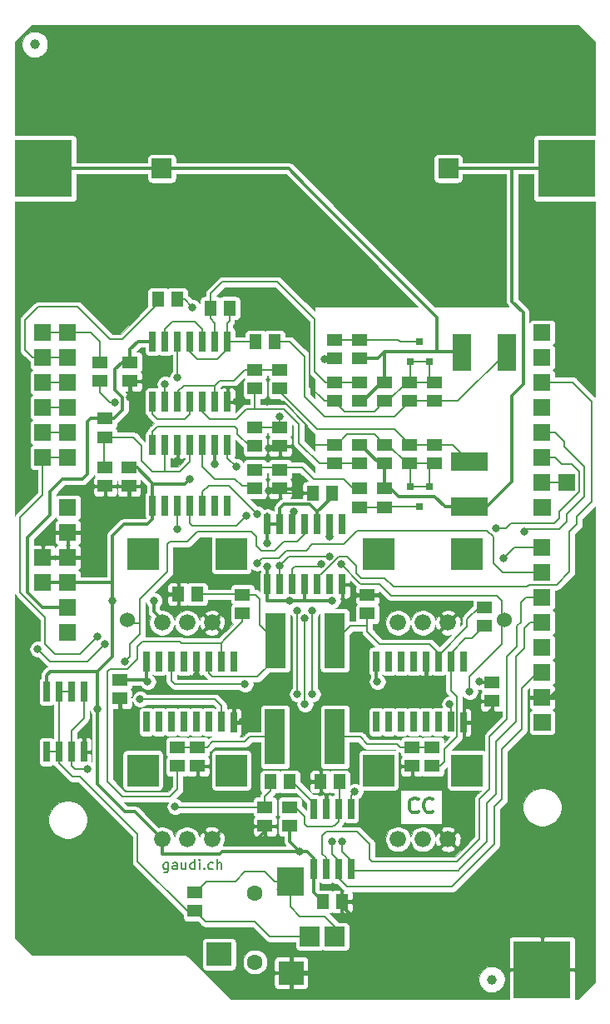
<source format=gbr>
G04 #@! TF.GenerationSoftware,KiCad,Pcbnew,(5.1.5)-3*
G04 #@! TF.CreationDate,2021-01-13T16:24:57+01:00*
G04 #@! TF.ProjectId,OpenThereminCC,4f70656e-5468-4657-9265-6d696e43432e,rev?*
G04 #@! TF.SameCoordinates,Original*
G04 #@! TF.FileFunction,Copper,L1,Top*
G04 #@! TF.FilePolarity,Positive*
%FSLAX46Y46*%
G04 Gerber Fmt 4.6, Leading zero omitted, Abs format (unit mm)*
G04 Created by KiCad (PCBNEW (5.1.5)-3) date 2021-01-13 16:24:57*
%MOMM*%
%LPD*%
G04 APERTURE LIST*
%ADD10C,0.150000*%
%ADD11C,0.300000*%
%ADD12R,0.660400X2.032000*%
%ADD13R,1.700000X1.700000*%
%ADD14R,1.930400X3.810000*%
%ADD15R,3.810000X1.930400*%
%ADD16R,2.100580X5.600700*%
%ADD17R,5.842000X5.842000*%
%ADD18R,0.800100X0.800100*%
%ADD19R,1.500000X1.295400*%
%ADD20R,1.295400X1.500000*%
%ADD21R,2.000000X2.000000*%
%ADD22C,1.000000*%
%ADD23C,0.100000*%
%ADD24C,1.524000*%
%ADD25R,3.200000X3.200000*%
%ADD26C,1.676400*%
%ADD27R,2.750000X2.900000*%
%ADD28R,2.550000X2.400000*%
%ADD29C,1.600000*%
%ADD30C,0.800000*%
%ADD31C,0.204000*%
%ADD32C,0.500000*%
%ADD33C,0.110000*%
G04 APERTURE END LIST*
D10*
X76070000Y-146387714D02*
X76070000Y-147197238D01*
X76022380Y-147292476D01*
X75974761Y-147340095D01*
X75879523Y-147387714D01*
X75736666Y-147387714D01*
X75641428Y-147340095D01*
X76070000Y-147006761D02*
X75974761Y-147054380D01*
X75784285Y-147054380D01*
X75689047Y-147006761D01*
X75641428Y-146959142D01*
X75593809Y-146863904D01*
X75593809Y-146578190D01*
X75641428Y-146482952D01*
X75689047Y-146435333D01*
X75784285Y-146387714D01*
X75974761Y-146387714D01*
X76070000Y-146435333D01*
X76974761Y-147054380D02*
X76974761Y-146530571D01*
X76927142Y-146435333D01*
X76831904Y-146387714D01*
X76641428Y-146387714D01*
X76546190Y-146435333D01*
X76974761Y-147006761D02*
X76879523Y-147054380D01*
X76641428Y-147054380D01*
X76546190Y-147006761D01*
X76498571Y-146911523D01*
X76498571Y-146816285D01*
X76546190Y-146721047D01*
X76641428Y-146673428D01*
X76879523Y-146673428D01*
X76974761Y-146625809D01*
X77879523Y-146387714D02*
X77879523Y-147054380D01*
X77450952Y-146387714D02*
X77450952Y-146911523D01*
X77498571Y-147006761D01*
X77593809Y-147054380D01*
X77736666Y-147054380D01*
X77831904Y-147006761D01*
X77879523Y-146959142D01*
X78784285Y-147054380D02*
X78784285Y-146054380D01*
X78784285Y-147006761D02*
X78689047Y-147054380D01*
X78498571Y-147054380D01*
X78403333Y-147006761D01*
X78355714Y-146959142D01*
X78308095Y-146863904D01*
X78308095Y-146578190D01*
X78355714Y-146482952D01*
X78403333Y-146435333D01*
X78498571Y-146387714D01*
X78689047Y-146387714D01*
X78784285Y-146435333D01*
X79260476Y-147054380D02*
X79260476Y-146387714D01*
X79260476Y-146054380D02*
X79212857Y-146102000D01*
X79260476Y-146149619D01*
X79308095Y-146102000D01*
X79260476Y-146054380D01*
X79260476Y-146149619D01*
X79736666Y-146959142D02*
X79784285Y-147006761D01*
X79736666Y-147054380D01*
X79689047Y-147006761D01*
X79736666Y-146959142D01*
X79736666Y-147054380D01*
X80641428Y-147006761D02*
X80546190Y-147054380D01*
X80355714Y-147054380D01*
X80260476Y-147006761D01*
X80212857Y-146959142D01*
X80165238Y-146863904D01*
X80165238Y-146578190D01*
X80212857Y-146482952D01*
X80260476Y-146435333D01*
X80355714Y-146387714D01*
X80546190Y-146387714D01*
X80641428Y-146435333D01*
X81070000Y-147054380D02*
X81070000Y-146054380D01*
X81498571Y-147054380D02*
X81498571Y-146530571D01*
X81450952Y-146435333D01*
X81355714Y-146387714D01*
X81212857Y-146387714D01*
X81117619Y-146435333D01*
X81070000Y-146482952D01*
D11*
X101525285Y-141168714D02*
X101453857Y-141240142D01*
X101239571Y-141311571D01*
X101096714Y-141311571D01*
X100882428Y-141240142D01*
X100739571Y-141097285D01*
X100668142Y-140954428D01*
X100596714Y-140668714D01*
X100596714Y-140454428D01*
X100668142Y-140168714D01*
X100739571Y-140025857D01*
X100882428Y-139883000D01*
X101096714Y-139811571D01*
X101239571Y-139811571D01*
X101453857Y-139883000D01*
X101525285Y-139954428D01*
X103025285Y-141168714D02*
X102953857Y-141240142D01*
X102739571Y-141311571D01*
X102596714Y-141311571D01*
X102382428Y-141240142D01*
X102239571Y-141097285D01*
X102168142Y-140954428D01*
X102096714Y-140668714D01*
X102096714Y-140454428D01*
X102168142Y-140168714D01*
X102239571Y-140025857D01*
X102382428Y-139883000D01*
X102596714Y-139811571D01*
X102739571Y-139811571D01*
X102953857Y-139883000D01*
X103025285Y-139954428D01*
D12*
X74506000Y-99573400D03*
X75776000Y-99573400D03*
X77046000Y-99573400D03*
X78316000Y-99573400D03*
X79586000Y-99573400D03*
X80856000Y-99573400D03*
X82126000Y-99573400D03*
X82126000Y-93426600D03*
X80856000Y-93426600D03*
X78316000Y-93426600D03*
X77046000Y-93426600D03*
X75776000Y-93426600D03*
X74506000Y-93426600D03*
X79586000Y-93426600D03*
D13*
X65870000Y-117900000D03*
X65870000Y-122980000D03*
X65870000Y-120440000D03*
X65870000Y-115360000D03*
X65870000Y-112820000D03*
X65870000Y-110280000D03*
D14*
X110550000Y-94500000D03*
X105950000Y-94500000D03*
D15*
X106764000Y-105630000D03*
X106764000Y-110230000D03*
D16*
X87028000Y-123817000D03*
X86952000Y-133606860D03*
X93028000Y-123817000D03*
X93048000Y-133606860D03*
D17*
X63400000Y-75850000D03*
X116600000Y-75850000D03*
D18*
X100734000Y-95468760D03*
X102634000Y-95468760D03*
X101684000Y-93469780D03*
X102634000Y-108199240D03*
X100734000Y-108199240D03*
X101684000Y-110198220D03*
D19*
X95588000Y-108377000D03*
X95588000Y-110277000D03*
X69172000Y-97450000D03*
X69172000Y-95550000D03*
D20*
X76980000Y-89134000D03*
X75080000Y-89134000D03*
D19*
X72220000Y-95550000D03*
X72220000Y-97450000D03*
D20*
X91844000Y-150348000D03*
X93744000Y-150348000D03*
X92728000Y-108819000D03*
X90828000Y-108819000D03*
D19*
X109050000Y-128062000D03*
X109050000Y-129962000D03*
X71204000Y-127808000D03*
X71204000Y-129708000D03*
X72093000Y-106218000D03*
X72093000Y-108118000D03*
D20*
X88410000Y-138156000D03*
X86510000Y-138156000D03*
D19*
X88476000Y-140762000D03*
X88476000Y-142662000D03*
X69680000Y-103165000D03*
X69680000Y-101265000D03*
X85936000Y-140762000D03*
X85936000Y-142662000D03*
D20*
X93490000Y-138156000D03*
X91590000Y-138156000D03*
D19*
X69680000Y-106218000D03*
X69680000Y-108118000D03*
X100922000Y-134666000D03*
X100922000Y-136566000D03*
X96350000Y-121072000D03*
X96350000Y-119172000D03*
X79078000Y-134666000D03*
X79078000Y-136566000D03*
D20*
X79012000Y-119106000D03*
X77112000Y-119106000D03*
D19*
X87460000Y-106472000D03*
X87460000Y-108372000D03*
X98128000Y-108377000D03*
X98128000Y-110277000D03*
X98128000Y-105832000D03*
X98128000Y-103932000D03*
X93048000Y-105832000D03*
X93048000Y-103932000D03*
X95588000Y-103932000D03*
X95588000Y-105832000D03*
X100668000Y-103932000D03*
X100668000Y-105832000D03*
X87460000Y-102154000D03*
X87460000Y-104054000D03*
X95588000Y-95164000D03*
X95588000Y-93264000D03*
X98128000Y-97582000D03*
X98128000Y-99482000D03*
X93048000Y-97582000D03*
X93048000Y-99482000D03*
X95588000Y-99482000D03*
X95588000Y-97582000D03*
X100668000Y-99482000D03*
X100668000Y-97582000D03*
X102954000Y-134666000D03*
X102954000Y-136566000D03*
X108288000Y-122342000D03*
X108288000Y-120442000D03*
X77046000Y-134666000D03*
X77046000Y-136566000D03*
X83650000Y-121072000D03*
X83650000Y-119172000D03*
X84920000Y-106472000D03*
X84920000Y-108372000D03*
X87460000Y-98212000D03*
X87460000Y-96312000D03*
X84920000Y-96312000D03*
X84920000Y-98212000D03*
X84920000Y-102154000D03*
X84920000Y-104054000D03*
X93048000Y-95164000D03*
X93048000Y-93264000D03*
D20*
X82314000Y-90023000D03*
X80414000Y-90023000D03*
X86886000Y-93452000D03*
X84986000Y-93452000D03*
D19*
X78824000Y-151298000D03*
X78824000Y-149398000D03*
D12*
X74506000Y-110073400D03*
X75776000Y-110073400D03*
X77046000Y-110073400D03*
X78316000Y-110073400D03*
X79586000Y-110073400D03*
X80856000Y-110073400D03*
X82126000Y-110073400D03*
X82126000Y-103926600D03*
X80856000Y-103926600D03*
X78316000Y-103926600D03*
X77046000Y-103926600D03*
X75776000Y-103926600D03*
X74506000Y-103926600D03*
X79586000Y-103926600D03*
X86190000Y-118115400D03*
X87460000Y-118115400D03*
X88730000Y-118115400D03*
X90000000Y-118115400D03*
X91270000Y-118115400D03*
X92540000Y-118115400D03*
X93810000Y-118115400D03*
X93810000Y-111968600D03*
X92540000Y-111968600D03*
X90000000Y-111968600D03*
X88730000Y-111968600D03*
X87460000Y-111968600D03*
X86190000Y-111968600D03*
X91270000Y-111968600D03*
X82761000Y-132136200D03*
X82761000Y-125938600D03*
X73871000Y-132085400D03*
X75141000Y-132085400D03*
X76411000Y-132085400D03*
X77681000Y-132085400D03*
X78951000Y-132085400D03*
X80221000Y-132085400D03*
X81491000Y-132085400D03*
X81491000Y-125938600D03*
X80221000Y-125938600D03*
X77681000Y-125938600D03*
X76411000Y-125938600D03*
X75141000Y-125938600D03*
X73871000Y-125938600D03*
X78951000Y-125938600D03*
X106129000Y-132136200D03*
X106129000Y-125938600D03*
X97239000Y-132085400D03*
X98509000Y-132085400D03*
X99779000Y-132085400D03*
X101049000Y-132085400D03*
X102319000Y-132085400D03*
X103589000Y-132085400D03*
X104859000Y-132085400D03*
X104859000Y-125938600D03*
X103589000Y-125938600D03*
X101049000Y-125938600D03*
X99779000Y-125938600D03*
X98509000Y-125938600D03*
X97239000Y-125938600D03*
X102319000Y-125938600D03*
X94699000Y-140924600D03*
X93429000Y-140924600D03*
X92159000Y-140924600D03*
X90889000Y-140924600D03*
X90889000Y-147071400D03*
X92159000Y-147071400D03*
X93429000Y-147071400D03*
X94699000Y-147071400D03*
X67521000Y-128986600D03*
X66251000Y-128986600D03*
X64981000Y-128986600D03*
X63711000Y-128986600D03*
X63711000Y-135133400D03*
X64981000Y-135133400D03*
X66251000Y-135133400D03*
X67521000Y-135133400D03*
D21*
X104570000Y-75850000D03*
D22*
X104570000Y-75850000D03*
D21*
X75430000Y-75850000D03*
D22*
X75430000Y-75850000D03*
D21*
X90508000Y-153904000D03*
D22*
X90508000Y-153904000D03*
D13*
X114130000Y-100120000D03*
X114130000Y-105200000D03*
X114130000Y-102660000D03*
X114130000Y-107740000D03*
G04 #@! TA.AperFunction,ComponentPad*
D23*
G36*
X114980000Y-111130000D02*
G01*
X113280000Y-111130000D01*
X113280000Y-109430000D01*
X114980000Y-109430000D01*
X114980000Y-111130000D01*
G37*
G04 #@! TD.AperFunction*
D13*
X114130000Y-97580000D03*
X114130000Y-95040000D03*
X114130000Y-92500000D03*
X114130000Y-121964000D03*
X114130000Y-127044000D03*
X114130000Y-124504000D03*
X114130000Y-129584000D03*
G04 #@! TA.AperFunction,ComponentPad*
D23*
G36*
X114980000Y-132974000D02*
G01*
X113280000Y-132974000D01*
X113280000Y-131274000D01*
X114980000Y-131274000D01*
X114980000Y-132974000D01*
G37*
G04 #@! TD.AperFunction*
D13*
X114130000Y-119424000D03*
X114130000Y-116884000D03*
X114130000Y-114344000D03*
X65870000Y-100120000D03*
X65870000Y-105200000D03*
X65870000Y-102660000D03*
X65870000Y-97580000D03*
X65870000Y-95040000D03*
X65870000Y-92500000D03*
D19*
X103208000Y-103932000D03*
X103208000Y-105832000D03*
X103208000Y-99482000D03*
X103208000Y-97582000D03*
D17*
X114130000Y-157250000D03*
D13*
X116670000Y-107740000D03*
X63330000Y-117900000D03*
X63330000Y-115360000D03*
X63330000Y-100120000D03*
X63330000Y-105200000D03*
X63330000Y-102660000D03*
X63330000Y-97580000D03*
X63330000Y-95040000D03*
X63330000Y-92500000D03*
D22*
X62500000Y-63250000D03*
X109000000Y-158250000D03*
D24*
X71966000Y-121710000D03*
X110320000Y-121710000D03*
D25*
X82500000Y-115000000D03*
X73500000Y-115000000D03*
D26*
X75460000Y-122000000D03*
X78000000Y-122000000D03*
X80540000Y-122000000D03*
D25*
X106500000Y-115000000D03*
X97500000Y-115000000D03*
D26*
X99460000Y-122000000D03*
X102000000Y-122000000D03*
X104540000Y-122000000D03*
D25*
X106500000Y-137000000D03*
X97500000Y-137000000D03*
D26*
X99460000Y-144000000D03*
X102000000Y-144000000D03*
X104540000Y-144000000D03*
D25*
X82500000Y-137000000D03*
X73500000Y-137000000D03*
D26*
X75460000Y-144000000D03*
X78000000Y-144000000D03*
X80540000Y-144000000D03*
D21*
X93048000Y-153904000D03*
D22*
X93048000Y-153904000D03*
D27*
X88495000Y-148280000D03*
D28*
X88595000Y-157580000D03*
X81245000Y-155680000D03*
D29*
X84920000Y-156480000D03*
X84920000Y-149480000D03*
D30*
X92032000Y-95230000D03*
X87460000Y-101072000D03*
X116162000Y-123234000D03*
X113368000Y-84880000D03*
X91270000Y-81832000D03*
X72220000Y-99104000D03*
X71204000Y-131870000D03*
X67394000Y-133394000D03*
X96350000Y-81832000D03*
X78951000Y-127361000D03*
X108034000Y-131679000D03*
X86190000Y-91801000D03*
X86317000Y-104247000D03*
X86317000Y-108565000D03*
X77046000Y-105517000D03*
X83015000Y-99548000D03*
X83650000Y-132060000D03*
X79078000Y-138664000D03*
X86190000Y-99548000D03*
X89492000Y-145268000D03*
X92794000Y-119741000D03*
X86190000Y-116312000D03*
X74633000Y-119741000D03*
X88476000Y-119741000D03*
X70442000Y-119741000D03*
X78316000Y-107422000D03*
X80856000Y-105898000D03*
X73998000Y-127996000D03*
X68918000Y-130790000D03*
X107780000Y-127996000D03*
X97366000Y-127996000D03*
X86190000Y-113899000D03*
X71712000Y-125964000D03*
X73236000Y-129774000D03*
X106764000Y-129012000D03*
X104732000Y-130282000D03*
X91651000Y-116058000D03*
X93683000Y-116058000D03*
X77046000Y-97072000D03*
X109431000Y-112375000D03*
X88857000Y-110724000D03*
X112352000Y-112756000D03*
X75776000Y-97770000D03*
X87460000Y-116185000D03*
X92494544Y-115260624D03*
X110193000Y-115423000D03*
X92540000Y-113264000D03*
X83015000Y-106152000D03*
X95080000Y-139172000D03*
X90762000Y-120757000D03*
X90762000Y-129266000D03*
X85174000Y-110978000D03*
X93810000Y-144252000D03*
X90000000Y-130282000D03*
X90000000Y-121519000D03*
X84031000Y-111105000D03*
X89238000Y-120757000D03*
X89238000Y-129266000D03*
X92794000Y-144252000D03*
X77046000Y-112502000D03*
X85174000Y-115931000D03*
X67902000Y-136886000D03*
X76792000Y-140696000D03*
X78570000Y-89960000D03*
X70696000Y-99612000D03*
X68918000Y-123424000D03*
X69680000Y-124186000D03*
X62822000Y-124694000D03*
X83904000Y-128250000D03*
D31*
X79586000Y-93426600D02*
X79586000Y-92182000D01*
X75776000Y-92182000D02*
X75776000Y-93426600D01*
X76538000Y-91420000D02*
X75776000Y-92182000D01*
X78824000Y-91420000D02*
X76538000Y-91420000D01*
X79586000Y-92182000D02*
X78824000Y-91420000D01*
D11*
X75430000Y-75850000D02*
X88336000Y-75850000D01*
X103462000Y-90976000D02*
X90086000Y-77600000D01*
X103462000Y-91674000D02*
X103462000Y-94468000D01*
X103462000Y-91674000D02*
X103462000Y-90976000D01*
X88336000Y-75850000D02*
X90086000Y-77600000D01*
X63400000Y-75850000D02*
X75430000Y-75850000D01*
X98128000Y-94468000D02*
X103462000Y-94468000D01*
X103462000Y-94468000D02*
X106524000Y-94468000D01*
X106524000Y-94468000D02*
X106764000Y-94708000D01*
X98128000Y-97582000D02*
X98128000Y-94468000D01*
X97432000Y-95164000D02*
X95588000Y-95164000D01*
X98128000Y-94468000D02*
X97432000Y-95164000D01*
X98128000Y-97582000D02*
X97808000Y-97582000D01*
X97808000Y-97582000D02*
X95908000Y-99482000D01*
X95908000Y-99482000D02*
X95588000Y-99482000D01*
D31*
X103208000Y-99482000D02*
X105568000Y-99482000D01*
X105568000Y-99482000D02*
X110550000Y-94500000D01*
X90000000Y-96246000D02*
X90000000Y-94976000D01*
X92032000Y-101072000D02*
X90000000Y-99040000D01*
X90000000Y-99040000D02*
X90000000Y-96246000D01*
X100668000Y-99548000D02*
X99144000Y-101072000D01*
X99144000Y-101072000D02*
X92286000Y-101072000D01*
X92286000Y-101072000D02*
X92032000Y-101072000D01*
X88476000Y-93452000D02*
X86886000Y-93452000D01*
X90000000Y-94976000D02*
X88476000Y-93452000D01*
X100668000Y-99482000D02*
X100668000Y-99548000D01*
X100668000Y-99482000D02*
X103208000Y-99482000D01*
X93048000Y-95164000D02*
X92098000Y-95164000D01*
X87460000Y-101072000D02*
X87460000Y-102154000D01*
X87460000Y-102154000D02*
X84920000Y-102154000D01*
D11*
X70696000Y-96246000D02*
X70696000Y-98342000D01*
X71392000Y-95550000D02*
X70696000Y-96246000D01*
X72220000Y-95550000D02*
X71392000Y-95550000D01*
X70567000Y-101265000D02*
X69680000Y-101265000D01*
X71458000Y-100374000D02*
X70567000Y-101265000D01*
X71458000Y-99104000D02*
X71458000Y-100374000D01*
X70696000Y-98342000D02*
X71458000Y-99104000D01*
X64918000Y-120440000D02*
X63330000Y-120440000D01*
X63330000Y-120440000D02*
X61806000Y-118916000D01*
X61806000Y-118916000D02*
X61806000Y-113328000D01*
X61806000Y-113328000D02*
X64092000Y-111042000D01*
X64092000Y-111042000D02*
X64092000Y-108692000D01*
X64918000Y-120440000D02*
X65870000Y-120440000D01*
X69680000Y-101265000D02*
X68217000Y-101265000D01*
X67902000Y-101580000D02*
X68217000Y-101265000D01*
X67902000Y-106914000D02*
X67902000Y-101580000D01*
X67394000Y-107422000D02*
X67902000Y-106914000D01*
X65362000Y-107422000D02*
X67394000Y-107422000D01*
X64092000Y-108692000D02*
X65362000Y-107422000D01*
X74506000Y-93426600D02*
X73007400Y-93426600D01*
X72220000Y-94214000D02*
X72220000Y-95550000D01*
X73007400Y-93426600D02*
X72220000Y-94214000D01*
D32*
X114130000Y-129584000D02*
X115146000Y-129584000D01*
X116162000Y-128568000D02*
X116162000Y-123234000D01*
X115146000Y-129584000D02*
X116162000Y-128568000D01*
D11*
X72220000Y-97450000D02*
X72220000Y-99104000D01*
X71204000Y-129708000D02*
X71204000Y-131870000D01*
X67521000Y-135133400D02*
X67521000Y-133521000D01*
X67521000Y-133521000D02*
X67394000Y-133394000D01*
X95080000Y-155936000D02*
X93556000Y-157460000D01*
X93744000Y-150790000D02*
X95080000Y-152126000D01*
X95080000Y-152126000D02*
X95080000Y-155936000D01*
D32*
X92674000Y-157580000D02*
X92794000Y-157460000D01*
X92674000Y-157580000D02*
X88595000Y-157580000D01*
D11*
X93556000Y-157460000D02*
X92794000Y-157460000D01*
X93744000Y-150348000D02*
X93744000Y-150790000D01*
X85936000Y-142662000D02*
X85936000Y-143236000D01*
X85936000Y-143236000D02*
X85172000Y-144000000D01*
X63330000Y-115360000D02*
X65870000Y-115360000D01*
D31*
X78951000Y-125938600D02*
X78951000Y-127361000D01*
X109050000Y-129962000D02*
X109050000Y-130663000D01*
X109050000Y-130663000D02*
X108034000Y-131679000D01*
X90828000Y-108819000D02*
X87907000Y-108819000D01*
X87907000Y-108819000D02*
X87460000Y-108372000D01*
X90508000Y-98024000D02*
X91966000Y-99482000D01*
X93048000Y-99482000D02*
X91966000Y-99482000D01*
X90508000Y-98024000D02*
X90508000Y-93706000D01*
X90508000Y-93706000D02*
X88603000Y-91801000D01*
X88603000Y-91801000D02*
X86190000Y-91801000D01*
X87460000Y-104054000D02*
X86510000Y-104054000D01*
X86510000Y-104054000D02*
X86317000Y-104247000D01*
X87460000Y-108372000D02*
X86510000Y-108372000D01*
X86510000Y-108372000D02*
X86317000Y-108565000D01*
X77046000Y-103926600D02*
X77046000Y-105517000D01*
X82126000Y-99573400D02*
X82989600Y-99573400D01*
X82989600Y-99573400D02*
X83015000Y-99548000D01*
X82761000Y-132136200D02*
X83573800Y-132136200D01*
X83573800Y-132136200D02*
X83650000Y-132060000D01*
X79078000Y-136566000D02*
X79078000Y-138664000D01*
X92159000Y-140924600D02*
X92159000Y-139553000D01*
X91590000Y-138984000D02*
X91590000Y-138156000D01*
X92159000Y-139553000D02*
X91590000Y-138984000D01*
X65870000Y-115360000D02*
X65870000Y-112820000D01*
X93048000Y-103932000D02*
X93236000Y-103932000D01*
X93236000Y-103932000D02*
X94318000Y-102850000D01*
X97046000Y-102850000D02*
X98128000Y-103932000D01*
X94318000Y-102850000D02*
X97046000Y-102850000D01*
X93048000Y-99482000D02*
X93048000Y-99548000D01*
X93048000Y-99548000D02*
X94064000Y-100564000D01*
X97046000Y-100564000D02*
X98128000Y-99482000D01*
X94064000Y-100564000D02*
X97046000Y-100564000D01*
X98128000Y-103932000D02*
X98448000Y-103932000D01*
X98448000Y-103932000D02*
X100348000Y-105832000D01*
X100348000Y-105832000D02*
X100668000Y-105832000D01*
X93048000Y-103932000D02*
X93048000Y-103866000D01*
X100734000Y-108199240D02*
X102634000Y-108199240D01*
X100734000Y-108199240D02*
X100734000Y-105898000D01*
X100734000Y-105898000D02*
X100668000Y-105832000D01*
X102634000Y-108199240D02*
X102634000Y-106406000D01*
X102634000Y-106406000D02*
X103208000Y-105832000D01*
X98128000Y-99482000D02*
X98128000Y-99548000D01*
X98128000Y-99482000D02*
X98448000Y-99482000D01*
X98448000Y-99482000D02*
X100348000Y-97582000D01*
X100348000Y-97582000D02*
X100668000Y-97582000D01*
X102634000Y-95468760D02*
X102634000Y-97008000D01*
X102634000Y-97008000D02*
X103208000Y-97582000D01*
X100734000Y-95468760D02*
X100734000Y-97516000D01*
X100734000Y-97516000D02*
X100668000Y-97582000D01*
X103208000Y-97582000D02*
X100668000Y-97582000D01*
X103208000Y-105832000D02*
X100668000Y-105832000D01*
X102634000Y-95468760D02*
X100734000Y-95468760D01*
X114384000Y-129774000D02*
X113622000Y-129774000D01*
X90254000Y-103231000D02*
X90955000Y-103932000D01*
X90955000Y-103932000D02*
X93048000Y-103932000D01*
X86190000Y-99548000D02*
X87841000Y-99548000D01*
X90254000Y-101961000D02*
X90254000Y-103231000D01*
X87841000Y-99548000D02*
X90254000Y-101961000D01*
D11*
X105378199Y-143161801D02*
X105378199Y-143097801D01*
X103701801Y-143161801D02*
X103641801Y-143161801D01*
X103701801Y-144838199D02*
X103701801Y-144901199D01*
X105378199Y-144838199D02*
X105378199Y-144898199D01*
D31*
X89365000Y-101834000D02*
X89365000Y-103739000D01*
X89365000Y-101834000D02*
X87841000Y-100310000D01*
X84920000Y-100310000D02*
X87841000Y-100310000D01*
X91458000Y-105832000D02*
X93048000Y-105832000D01*
X91458000Y-105832000D02*
X89492000Y-103866000D01*
X89365000Y-103739000D02*
X89492000Y-103866000D01*
X84920000Y-98212000D02*
X84920000Y-100310000D01*
X80348000Y-101326000D02*
X79586000Y-100564000D01*
X82888000Y-101326000D02*
X80348000Y-101326000D01*
X83015000Y-101326000D02*
X82888000Y-101326000D01*
X84031000Y-100310000D02*
X83015000Y-101326000D01*
X84920000Y-100310000D02*
X84031000Y-100310000D01*
X79586000Y-99573400D02*
X79586000Y-100564000D01*
X95588000Y-105832000D02*
X93048000Y-105832000D01*
X82126000Y-93426600D02*
X82126000Y-91547000D01*
X82314000Y-91359000D02*
X82314000Y-90023000D01*
X82126000Y-91547000D02*
X82314000Y-91359000D01*
X84986000Y-93452000D02*
X82151400Y-93452000D01*
X82151400Y-93452000D02*
X82126000Y-93426600D01*
X82126000Y-93426600D02*
X82126000Y-94214000D01*
X82126000Y-94214000D02*
X81110000Y-95230000D01*
X78316000Y-94468000D02*
X78316000Y-93426600D01*
X79078000Y-95230000D02*
X78316000Y-94468000D01*
X81110000Y-95230000D02*
X79078000Y-95230000D01*
X82126000Y-89576000D02*
X82314000Y-89388000D01*
X79586000Y-105136000D02*
X79586000Y-106152000D01*
X79586000Y-103926600D02*
X79586000Y-105136000D01*
X83584000Y-108118000D02*
X84920000Y-108118000D01*
X82888000Y-107422000D02*
X83584000Y-108118000D01*
X80856000Y-107422000D02*
X82888000Y-107422000D01*
X79586000Y-106152000D02*
X80856000Y-107422000D01*
X95588000Y-108377000D02*
X94892000Y-108377000D01*
X94892000Y-108377000D02*
X93937000Y-107422000D01*
X93937000Y-107422000D02*
X90889000Y-107422000D01*
X90889000Y-107422000D02*
X89685000Y-106218000D01*
X89685000Y-106218000D02*
X88796000Y-106218000D01*
X87460000Y-106218000D02*
X84920000Y-106218000D01*
X88796000Y-106218000D02*
X87460000Y-106218000D01*
X73490000Y-123932000D02*
X77300000Y-123932000D01*
X72982000Y-124440000D02*
X73490000Y-123932000D01*
X69934000Y-126980000D02*
X70188000Y-126726000D01*
X70188000Y-126726000D02*
X71966000Y-126726000D01*
X71966000Y-126726000D02*
X72982000Y-125710000D01*
X72982000Y-125710000D02*
X72982000Y-124694000D01*
X69934000Y-132568000D02*
X69934000Y-126980000D01*
X72982000Y-124694000D02*
X72982000Y-124440000D01*
X77427000Y-124059000D02*
X81491000Y-124059000D01*
X77300000Y-123932000D02*
X77427000Y-124059000D01*
X76792000Y-139172000D02*
X77046000Y-138918000D01*
X69934000Y-138156000D02*
X71458000Y-139680000D01*
X71458000Y-139680000D02*
X76284000Y-139680000D01*
X76792000Y-139172000D02*
X76284000Y-139680000D01*
X69934000Y-132568000D02*
X69934000Y-138156000D01*
X77046000Y-138918000D02*
X77046000Y-136566000D01*
X83650000Y-121072000D02*
X83650000Y-121900000D01*
X81872000Y-123678000D02*
X81491000Y-124059000D01*
X83650000Y-121900000D02*
X81872000Y-123678000D01*
X69934000Y-132695000D02*
X69934000Y-132568000D01*
X81491000Y-124059000D02*
X81491000Y-125837000D01*
X83650000Y-119172000D02*
X84986000Y-119172000D01*
X85428000Y-122217000D02*
X87028000Y-123817000D01*
X85428000Y-119614000D02*
X85428000Y-122217000D01*
X84986000Y-119172000D02*
X85428000Y-119614000D01*
X83584000Y-119106000D02*
X79012000Y-119106000D01*
X83584000Y-119106000D02*
X83650000Y-119172000D01*
X87000000Y-124960000D02*
X87000000Y-125662000D01*
X87000000Y-125662000D02*
X85174000Y-127488000D01*
X80221000Y-127107000D02*
X80221000Y-125837000D01*
X80602000Y-127488000D02*
X80221000Y-127107000D01*
X85174000Y-127488000D02*
X80602000Y-127488000D01*
X80221000Y-125837000D02*
X80221000Y-125583000D01*
X87000000Y-124960000D02*
X86456000Y-124960000D01*
X83904000Y-134092000D02*
X80602000Y-134092000D01*
X84389140Y-133606860D02*
X83904000Y-134092000D01*
X87206000Y-133606860D02*
X84389140Y-133606860D01*
X80028000Y-134666000D02*
X79078000Y-134666000D01*
X80602000Y-134092000D02*
X80028000Y-134666000D01*
X76792000Y-134666000D02*
X79332000Y-134666000D01*
X86840140Y-134666000D02*
X86924000Y-134749860D01*
X76538000Y-134666000D02*
X79078000Y-134666000D01*
X102954000Y-136566000D02*
X103782000Y-136566000D01*
X105494000Y-129520000D02*
X105494000Y-133584000D01*
X104478000Y-134600000D02*
X105494000Y-133584000D01*
X104859000Y-128885000D02*
X104859000Y-125837000D01*
X105494000Y-129520000D02*
X104859000Y-128885000D01*
X104224000Y-134854000D02*
X104478000Y-134600000D01*
X104224000Y-136124000D02*
X104224000Y-134854000D01*
X103782000Y-136566000D02*
X104224000Y-136124000D01*
X106322000Y-123612000D02*
X107018000Y-123612000D01*
X107018000Y-123612000D02*
X108288000Y-122342000D01*
X104859000Y-125837000D02*
X104859000Y-125075000D01*
X104859000Y-125075000D02*
X106322000Y-123612000D01*
X96350000Y-122276000D02*
X96350000Y-122916000D01*
X96350000Y-122916000D02*
X97620000Y-124186000D01*
X97620000Y-124186000D02*
X102700000Y-124186000D01*
X102700000Y-124186000D02*
X103589000Y-125075000D01*
X94638000Y-122342000D02*
X96284000Y-122342000D01*
X93000000Y-123980000D02*
X94638000Y-122342000D01*
X96350000Y-122276000D02*
X96350000Y-121072000D01*
X96284000Y-122342000D02*
X96350000Y-122276000D01*
X108288000Y-120442000D02*
X107714000Y-120442000D01*
X107714000Y-120442000D02*
X106510000Y-121646000D01*
X106510000Y-121646000D02*
X106510000Y-122408000D01*
X106510000Y-122408000D02*
X103589000Y-125329000D01*
X103589000Y-125075000D02*
X103589000Y-125837000D01*
X93000000Y-124960000D02*
X93000000Y-123980000D01*
X103589000Y-125837000D02*
X103589000Y-125329000D01*
X93000000Y-124960000D02*
X93036000Y-124960000D01*
X93048000Y-133606860D02*
X95610860Y-133606860D01*
X99718000Y-134666000D02*
X100922000Y-134666000D01*
X99398000Y-134346000D02*
X99718000Y-134666000D01*
X96350000Y-134346000D02*
X99398000Y-134346000D01*
X95610860Y-133606860D02*
X96350000Y-134346000D01*
X100576000Y-134666000D02*
X103208000Y-134666000D01*
X93533140Y-134092000D02*
X93048000Y-133606860D01*
X93103860Y-134666000D02*
X93020000Y-134749860D01*
D11*
X71712000Y-141204000D02*
X72664000Y-141204000D01*
X68918000Y-138410000D02*
X71712000Y-141204000D01*
X68918000Y-130790000D02*
X68918000Y-138410000D01*
X72664000Y-141204000D02*
X75460000Y-144000000D01*
X89492000Y-145268000D02*
X82888000Y-145268000D01*
X78128000Y-145522000D02*
X75460000Y-145522000D01*
X81618000Y-145268000D02*
X81364000Y-145522000D01*
X81364000Y-145522000D02*
X78128000Y-145522000D01*
X81618000Y-145268000D02*
X82888000Y-145268000D01*
X75460000Y-145526000D02*
X75460000Y-144000000D01*
X75460000Y-145522000D02*
X75460000Y-145526000D01*
X90889000Y-147071400D02*
X90889000Y-149393000D01*
X90889000Y-149393000D02*
X91844000Y-150348000D01*
X88476000Y-142662000D02*
X88476000Y-144252000D01*
X88476000Y-144252000D02*
X89492000Y-145268000D01*
X68918000Y-126980000D02*
X64092000Y-126980000D01*
X63711000Y-127361000D02*
X63711000Y-128986600D01*
X64092000Y-126980000D02*
X63711000Y-127361000D01*
X63330000Y-117900000D02*
X65870000Y-117900000D01*
X90508000Y-109962000D02*
X87841000Y-109962000D01*
X90000000Y-119741000D02*
X92794000Y-119741000D01*
X92728000Y-108819000D02*
X92728000Y-109266000D01*
X92728000Y-109266000D02*
X91270000Y-110724000D01*
X70379000Y-117900000D02*
X70379000Y-113200000D01*
X71585000Y-111994000D02*
X73998000Y-111994000D01*
X73998000Y-111994000D02*
X74506000Y-111486000D01*
X74506000Y-111486000D02*
X74506000Y-110073400D01*
X70379000Y-113200000D02*
X71585000Y-111994000D01*
X68728000Y-117900000D02*
X70379000Y-117900000D01*
X68664000Y-117900000D02*
X68347000Y-117900000D01*
X68728000Y-117900000D02*
X68664000Y-117900000D01*
X65870000Y-117900000D02*
X68347000Y-117900000D01*
X70442000Y-117963000D02*
X70442000Y-119741000D01*
X70379000Y-117900000D02*
X70442000Y-117963000D01*
X86190000Y-118115400D02*
X86190000Y-116312000D01*
X75460000Y-122000000D02*
X75460000Y-121711000D01*
X75460000Y-121711000D02*
X74633000Y-120884000D01*
X74633000Y-120884000D02*
X74633000Y-119741000D01*
X70442000Y-119741000D02*
X70442000Y-119614000D01*
X70442000Y-120376000D02*
X70442000Y-119995000D01*
X70442000Y-125456000D02*
X68918000Y-126980000D01*
X68918000Y-126980000D02*
X68918000Y-129774000D01*
X70442000Y-120884000D02*
X70442000Y-121138000D01*
X70442000Y-120884000D02*
X70442000Y-120376000D01*
X68918000Y-130790000D02*
X68918000Y-129774000D01*
X70442000Y-121138000D02*
X70442000Y-125456000D01*
X70442000Y-119741000D02*
X70442000Y-119995000D01*
X80856000Y-103926600D02*
X80856000Y-105898000D01*
X77808000Y-107930000D02*
X74506000Y-107930000D01*
X78316000Y-107422000D02*
X77808000Y-107930000D01*
X90889000Y-147071400D02*
X90889000Y-145903000D01*
X90889000Y-145903000D02*
X90254000Y-145268000D01*
X90254000Y-145268000D02*
X89492000Y-145268000D01*
X72093000Y-106218000D02*
X72921000Y-106218000D01*
X74506000Y-107803000D02*
X74506000Y-107930000D01*
X74506000Y-107930000D02*
X74506000Y-110073400D01*
X72921000Y-106218000D02*
X74506000Y-107803000D01*
X91270000Y-111968600D02*
X91270000Y-110724000D01*
X87460000Y-110343000D02*
X87460000Y-111968600D01*
X87841000Y-109962000D02*
X87460000Y-110343000D01*
X91270000Y-110724000D02*
X90508000Y-109962000D01*
X90000000Y-119741000D02*
X88476000Y-119741000D01*
X90000000Y-117742000D02*
X90000000Y-119741000D01*
X86190000Y-117742000D02*
X86190000Y-119741000D01*
X86190000Y-119741000D02*
X88476000Y-119741000D01*
X87460000Y-111968600D02*
X87460000Y-110978000D01*
X91270000Y-110978000D02*
X91270000Y-111968600D01*
X87460000Y-111968600D02*
X86190000Y-111968600D01*
X71204000Y-127808000D02*
X73810000Y-127808000D01*
X73810000Y-127808000D02*
X73998000Y-127996000D01*
X73871000Y-125837000D02*
X73871000Y-127869000D01*
X73871000Y-127869000D02*
X73998000Y-127996000D01*
X91270000Y-112342000D02*
X91270000Y-111232000D01*
X107846000Y-128062000D02*
X109050000Y-128062000D01*
X107780000Y-127996000D02*
X107846000Y-128062000D01*
X90889000Y-146665000D02*
X90889000Y-147173000D01*
X86190000Y-110978000D02*
X86190000Y-112342000D01*
X97239000Y-127869000D02*
X97239000Y-125837000D01*
X97366000Y-127996000D02*
X97239000Y-127869000D01*
X73998000Y-127996000D02*
X73871000Y-127869000D01*
X86190000Y-113899000D02*
X86190000Y-111968600D01*
D31*
X73236000Y-122091000D02*
X72347000Y-122091000D01*
X72347000Y-122091000D02*
X71966000Y-121710000D01*
X89238000Y-113772000D02*
X87841000Y-113772000D01*
X90000000Y-112342000D02*
X90000000Y-113010000D01*
X90000000Y-113010000D02*
X89238000Y-113772000D01*
X85047000Y-113264000D02*
X84539000Y-112756000D01*
X85047000Y-114153000D02*
X85047000Y-113264000D01*
X85555000Y-114661000D02*
X85047000Y-114153000D01*
X86952000Y-114661000D02*
X85555000Y-114661000D01*
X87841000Y-113772000D02*
X86952000Y-114661000D01*
X80094000Y-112756000D02*
X79078000Y-112756000D01*
X73236000Y-119614000D02*
X73236000Y-122091000D01*
X73236000Y-122091000D02*
X73236000Y-123170000D01*
X73236000Y-123170000D02*
X72220000Y-124186000D01*
X72220000Y-124186000D02*
X72220000Y-125456000D01*
X72220000Y-125456000D02*
X71712000Y-125964000D01*
X73236000Y-129774000D02*
X80856000Y-129774000D01*
X80856000Y-129774000D02*
X81491000Y-130409000D01*
X81491000Y-130409000D02*
X81491000Y-132187000D01*
X84539000Y-112756000D02*
X80094000Y-112756000D01*
X76030000Y-116820000D02*
X73236000Y-119614000D01*
X76030000Y-114026000D02*
X76030000Y-116820000D01*
X76284000Y-113772000D02*
X76030000Y-114026000D01*
X78062000Y-113772000D02*
X76284000Y-113772000D01*
X79078000Y-112756000D02*
X78062000Y-113772000D01*
X90000000Y-112342000D02*
X90000000Y-112756000D01*
X81491000Y-132187000D02*
X81491000Y-131469000D01*
X110066000Y-122726000D02*
X110066000Y-121964000D01*
X110066000Y-121964000D02*
X110320000Y-121710000D01*
X110066000Y-122726000D02*
X110066000Y-124186000D01*
X104859000Y-130409000D02*
X104732000Y-130282000D01*
X104859000Y-132187000D02*
X104859000Y-130409000D01*
X106764000Y-127488000D02*
X106764000Y-129012000D01*
X110066000Y-124186000D02*
X106764000Y-127488000D01*
X91397000Y-116312000D02*
X91651000Y-116058000D01*
X88984000Y-116312000D02*
X91397000Y-116312000D01*
X88730000Y-117742000D02*
X88730000Y-116566000D01*
X88730000Y-116566000D02*
X88984000Y-116312000D01*
X93683000Y-116058000D02*
X93659793Y-116185000D01*
X93659793Y-116185000D02*
X93683000Y-116185000D01*
X95577920Y-117952920D02*
X93683000Y-116058000D01*
X110066000Y-119741000D02*
X109558000Y-119233000D01*
X95715000Y-118090000D02*
X95577920Y-117952920D01*
X110066000Y-122726000D02*
X110066000Y-119741000D01*
X98763000Y-119233000D02*
X97620000Y-118090000D01*
X109558000Y-119233000D02*
X98763000Y-119233000D01*
X97620000Y-118090000D02*
X95715000Y-118090000D01*
X114130000Y-107740000D02*
X116670000Y-107740000D01*
X77046000Y-94532000D02*
X77046000Y-97072000D01*
X115908000Y-111359000D02*
X115908000Y-110724000D01*
X116162000Y-105898000D02*
X115464000Y-105200000D01*
X114130000Y-105200000D02*
X115464000Y-105200000D01*
X115400000Y-111867000D02*
X111844000Y-111867000D01*
X115908000Y-111359000D02*
X115400000Y-111867000D01*
X111844000Y-111867000D02*
X111717000Y-111867000D01*
X117178000Y-105898000D02*
X116416000Y-105898000D01*
X117940000Y-106660000D02*
X117178000Y-105898000D01*
X117940000Y-108692000D02*
X117940000Y-106660000D01*
X117432000Y-109200000D02*
X117940000Y-108692000D01*
X116416000Y-105898000D02*
X116162000Y-105898000D01*
X115908000Y-110724000D02*
X117432000Y-109200000D01*
X109431000Y-112375000D02*
X110447000Y-112375000D01*
X110447000Y-112375000D02*
X110955000Y-111867000D01*
X110955000Y-111867000D02*
X111717000Y-111867000D01*
X77046000Y-93426600D02*
X77046000Y-94532000D01*
X77046000Y-94532000D02*
X77046000Y-94595000D01*
X111717000Y-111867000D02*
X111336000Y-111867000D01*
X88857000Y-110724000D02*
X88730000Y-111968600D01*
X118448000Y-109200000D02*
X118448000Y-106152000D01*
X115908000Y-112502000D02*
X116670000Y-111740000D01*
X116670000Y-111740000D02*
X116670000Y-110978000D01*
X116670000Y-110978000D02*
X118448000Y-109200000D01*
X112352000Y-112756000D02*
X112606000Y-112502000D01*
X112606000Y-112502000D02*
X115654000Y-112502000D01*
X115654000Y-112502000D02*
X115908000Y-112502000D01*
X115464000Y-102660000D02*
X114130000Y-102660000D01*
X116416000Y-103612000D02*
X115464000Y-102660000D01*
X116416000Y-104120000D02*
X116416000Y-103612000D01*
X118448000Y-106152000D02*
X116416000Y-104120000D01*
X75776000Y-99573400D02*
X75776000Y-97770000D01*
X87460000Y-116185000D02*
X87460000Y-118115400D01*
X87460000Y-116185000D02*
X88384376Y-115260624D01*
X91928859Y-115260624D02*
X92494544Y-115260624D01*
X88384376Y-115260624D02*
X91928859Y-115260624D01*
X114130000Y-114344000D02*
X111272000Y-114344000D01*
X111272000Y-114344000D02*
X110193000Y-115423000D01*
X114066000Y-114280000D02*
X114130000Y-114344000D01*
X92540000Y-112342000D02*
X92540000Y-111232000D01*
X92540000Y-113264000D02*
X92540000Y-111968600D01*
X115400000Y-118153500D02*
X115590500Y-118153500D01*
X118956000Y-99294000D02*
X117242000Y-97580000D01*
X117242000Y-97580000D02*
X114130000Y-97580000D01*
X119210000Y-99548000D02*
X118956000Y-99294000D01*
X119210000Y-109708000D02*
X119210000Y-99548000D01*
X117686000Y-111232000D02*
X119210000Y-109708000D01*
X117686000Y-111994000D02*
X117686000Y-111232000D01*
X116924000Y-112756000D02*
X117686000Y-111994000D01*
X116924000Y-116820000D02*
X116924000Y-112756000D01*
X115590500Y-118153500D02*
X116924000Y-116820000D01*
X112606000Y-118344000D02*
X112796500Y-118153500D01*
X109685000Y-118344000D02*
X112606000Y-118344000D01*
X112796500Y-118153500D02*
X115400000Y-118153500D01*
X115400000Y-118153500D02*
X115463500Y-118153500D01*
X109685000Y-118344000D02*
X109812000Y-118344000D01*
X91270000Y-118115400D02*
X91270000Y-117201000D01*
X91270000Y-117429600D02*
X91270000Y-118115400D01*
X109685000Y-118344000D02*
X99017000Y-118344000D01*
X91852562Y-116895400D02*
X91804200Y-116895400D01*
X93451962Y-115296000D02*
X91852562Y-116895400D01*
X95207000Y-116185000D02*
X94318000Y-115296000D01*
X91804200Y-116895400D02*
X91270000Y-117429600D01*
X99017000Y-118344000D02*
X98128000Y-117455000D01*
X94318000Y-115296000D02*
X93451962Y-115296000D01*
X98128000Y-117455000D02*
X95715000Y-117455000D01*
X95715000Y-117455000D02*
X95207000Y-116947000D01*
X95207000Y-116947000D02*
X95207000Y-116185000D01*
X95588000Y-93264000D02*
X93048000Y-93264000D01*
X101684000Y-93469780D02*
X99669780Y-93469780D01*
X99464000Y-93264000D02*
X95588000Y-93264000D01*
X99669780Y-93469780D02*
X99464000Y-93264000D01*
X95400000Y-93452000D02*
X95588000Y-93264000D01*
X83015000Y-106152000D02*
X82126000Y-105263000D01*
X82126000Y-103926600D02*
X82126000Y-105263000D01*
X94699000Y-140924600D02*
X94699000Y-139553000D01*
X94699000Y-139553000D02*
X95080000Y-139172000D01*
X95080000Y-139172000D02*
X95207000Y-139299000D01*
X90762000Y-120757000D02*
X90762000Y-129266000D01*
X110193000Y-133330000D02*
X109431000Y-134092000D01*
X110193000Y-133330000D02*
X111463000Y-132060000D01*
X111463000Y-132060000D02*
X111463000Y-125456000D01*
X111463000Y-125456000D02*
X112352000Y-124567000D01*
X112352000Y-124567000D02*
X112352000Y-122535000D01*
X112352000Y-122535000D02*
X112923000Y-121964000D01*
X114130000Y-121964000D02*
X112923000Y-121964000D01*
X108542000Y-141458000D02*
X108542000Y-144252000D01*
X108542000Y-144252000D02*
X105748000Y-147046000D01*
X108542000Y-140315000D02*
X108542000Y-141458000D01*
X109431000Y-139426000D02*
X108542000Y-140315000D01*
X109431000Y-134092000D02*
X109431000Y-139426000D01*
X105621000Y-147173000D02*
X105113000Y-147173000D01*
X105113000Y-147173000D02*
X94699000Y-147173000D01*
X105621000Y-147173000D02*
X105748000Y-147046000D01*
X82253000Y-108057000D02*
X83396000Y-109200000D01*
X80221000Y-108057000D02*
X82253000Y-108057000D01*
X79586000Y-108692000D02*
X80221000Y-108057000D01*
X79586000Y-110073400D02*
X79586000Y-108692000D01*
X85174000Y-110978000D02*
X83396000Y-109200000D01*
X93810000Y-144252000D02*
X93810000Y-145268000D01*
X90000000Y-121519000D02*
X90000000Y-130282000D01*
X93810000Y-145268000D02*
X94699000Y-146157000D01*
X105621000Y-147173000D02*
X105748000Y-147046000D01*
X94699000Y-147173000D02*
X94699000Y-146157000D01*
X109304000Y-141966000D02*
X109304000Y-140696000D01*
X113685000Y-127044000D02*
X112098000Y-128631000D01*
X94318000Y-148824000D02*
X104478000Y-148824000D01*
X104986000Y-148824000D02*
X109304000Y-144506000D01*
X109304000Y-144506000D02*
X109304000Y-141966000D01*
X94318000Y-148824000D02*
X93429000Y-147935000D01*
X104986000Y-148824000D02*
X104478000Y-148824000D01*
X112098000Y-132822000D02*
X112098000Y-128631000D01*
X110066000Y-134854000D02*
X112098000Y-132822000D01*
X110066000Y-139934000D02*
X110066000Y-134854000D01*
X109304000Y-140696000D02*
X110066000Y-139934000D01*
X78316000Y-111740000D02*
X78316000Y-111867000D01*
X78316000Y-110073400D02*
X78316000Y-111740000D01*
X84031000Y-111105000D02*
X83015000Y-112121000D01*
X83015000Y-112121000D02*
X78824000Y-112121000D01*
X92794000Y-144252000D02*
X92794000Y-145522000D01*
X89238000Y-120757000D02*
X89238000Y-129266000D01*
X92794000Y-145522000D02*
X93429000Y-146157000D01*
X78570000Y-112121000D02*
X78824000Y-112121000D01*
X78316000Y-111867000D02*
X78570000Y-112121000D01*
X114130000Y-127044000D02*
X113685000Y-127044000D01*
X93429000Y-147173000D02*
X93429000Y-146157000D01*
X93429000Y-147935000D02*
X93429000Y-147173000D01*
X92159000Y-145851400D02*
X92159000Y-147071400D01*
X91778000Y-145470400D02*
X92159000Y-145851400D01*
X92159000Y-143236000D02*
X91778000Y-143617000D01*
X95334000Y-143236000D02*
X92159000Y-143236000D01*
X96604000Y-144506000D02*
X95334000Y-143236000D01*
X96604000Y-146030000D02*
X96604000Y-144506000D01*
X105494000Y-146284000D02*
X96858000Y-146284000D01*
X111590000Y-122345000D02*
X111590000Y-124440000D01*
X96858000Y-146284000D02*
X96604000Y-146030000D01*
X110574000Y-125456000D02*
X110574000Y-131806000D01*
X111971000Y-121964000D02*
X111590000Y-122345000D01*
X91778000Y-143617000D02*
X91778000Y-145470400D01*
X114130000Y-119424000D02*
X112479000Y-119424000D01*
X110574000Y-131806000D02*
X108796000Y-133584000D01*
X112479000Y-119424000D02*
X111971000Y-119932000D01*
X111590000Y-124440000D02*
X110574000Y-125456000D01*
X107780000Y-143998000D02*
X105494000Y-146284000D01*
X108796000Y-133584000D02*
X108796000Y-138918000D01*
X108796000Y-138918000D02*
X107780000Y-139934000D01*
X111971000Y-119932000D02*
X111971000Y-121964000D01*
X107780000Y-139934000D02*
X107780000Y-143998000D01*
X90127000Y-114661000D02*
X90762000Y-114026000D01*
X110130000Y-116884000D02*
X109177000Y-115931000D01*
X109177000Y-115931000D02*
X109177000Y-114534000D01*
X90127000Y-114661000D02*
X88095000Y-114661000D01*
X77046000Y-110073400D02*
X77046000Y-112502000D01*
X95334000Y-112629000D02*
X94191000Y-113772000D01*
X108542000Y-112629000D02*
X95334000Y-112629000D01*
X109177000Y-114534000D02*
X109177000Y-113264000D01*
X109177000Y-113264000D02*
X108542000Y-112629000D01*
X111527000Y-116884000D02*
X114130000Y-116884000D01*
X85682000Y-115423000D02*
X85174000Y-115931000D01*
X87333000Y-115423000D02*
X85682000Y-115423000D01*
X88095000Y-114661000D02*
X87333000Y-115423000D01*
X111527000Y-116884000D02*
X110130000Y-116884000D01*
X93937000Y-114026000D02*
X94191000Y-113772000D01*
X90762000Y-114026000D02*
X93937000Y-114026000D01*
X114130000Y-116884000D02*
X113559000Y-116884000D01*
X80414000Y-90023000D02*
X80414000Y-91105000D01*
X80856000Y-91547000D02*
X80856000Y-93426600D01*
X80414000Y-91105000D02*
X80856000Y-91547000D01*
X81872000Y-87356000D02*
X81618000Y-87356000D01*
X92098000Y-97582000D02*
X91016000Y-96500000D01*
X91016000Y-96500000D02*
X91016000Y-91166000D01*
X91016000Y-91166000D02*
X87206000Y-87356000D01*
X87206000Y-87356000D02*
X81872000Y-87356000D01*
X93048000Y-97582000D02*
X92098000Y-97582000D01*
X80414000Y-88560000D02*
X80414000Y-90023000D01*
X81618000Y-87356000D02*
X80414000Y-88560000D01*
X80856000Y-89830000D02*
X80414000Y-89388000D01*
X95588000Y-97582000D02*
X93048000Y-97582000D01*
X78316000Y-103926600D02*
X78316000Y-105517000D01*
X77300000Y-106660000D02*
X75776000Y-106660000D01*
X77300000Y-106660000D02*
X78316000Y-105644000D01*
X78316000Y-105644000D02*
X78316000Y-105517000D01*
X75776000Y-103926600D02*
X75776000Y-106660000D01*
X73871000Y-106025000D02*
X74506000Y-106660000D01*
X73871000Y-106025000D02*
X73363000Y-105517000D01*
X73363000Y-105517000D02*
X73363000Y-103993000D01*
X73363000Y-103993000D02*
X72535000Y-103165000D01*
X69553000Y-103165000D02*
X72535000Y-103165000D01*
X74506000Y-106660000D02*
X75776000Y-106660000D01*
X69553000Y-103165000D02*
X69553000Y-106091000D01*
X69553000Y-106091000D02*
X69680000Y-106218000D01*
X93048000Y-142601000D02*
X92921000Y-142601000D01*
X93429000Y-142220000D02*
X93048000Y-142601000D01*
X93429000Y-140924600D02*
X93429000Y-142220000D01*
X90254000Y-142728000D02*
X91016000Y-142728000D01*
X90000000Y-142474000D02*
X90254000Y-142728000D01*
X90000000Y-141712000D02*
X90000000Y-142474000D01*
X90000000Y-141712000D02*
X89050000Y-140762000D01*
X92794000Y-142728000D02*
X91016000Y-142728000D01*
X92921000Y-142601000D02*
X92794000Y-142728000D01*
X88476000Y-140762000D02*
X89050000Y-140762000D01*
X93490000Y-138156000D02*
X93490000Y-140863600D01*
X93490000Y-140863600D02*
X93429000Y-140924600D01*
X93429000Y-141585000D02*
X93429000Y-140823000D01*
X85936000Y-140762000D02*
X76858000Y-140762000D01*
X66251000Y-136505000D02*
X66251000Y-135133400D01*
X66632000Y-136886000D02*
X66251000Y-136505000D01*
X67902000Y-136886000D02*
X66632000Y-136886000D01*
X76858000Y-140762000D02*
X76792000Y-140696000D01*
X86510000Y-138156000D02*
X86510000Y-139106000D01*
X85936000Y-139680000D02*
X85936000Y-140762000D01*
X86510000Y-139106000D02*
X85936000Y-139680000D01*
X67521000Y-128986600D02*
X67521000Y-131679000D01*
X67521000Y-131679000D02*
X66251000Y-132949000D01*
X66251000Y-132949000D02*
X66251000Y-135133400D01*
X90889000Y-140924600D02*
X90889000Y-140315000D01*
X90889000Y-140315000D02*
X88730000Y-138156000D01*
X88730000Y-138156000D02*
X88410000Y-138156000D01*
X88410000Y-138156000D02*
X88410000Y-138598000D01*
X77744000Y-89134000D02*
X78570000Y-89960000D01*
X76980000Y-89134000D02*
X77744000Y-89134000D01*
X69172000Y-97450000D02*
X69172000Y-98596000D01*
X70188000Y-99612000D02*
X70696000Y-99612000D01*
X69172000Y-98596000D02*
X70188000Y-99612000D01*
X65870000Y-105200000D02*
X63330000Y-105200000D01*
X64600000Y-125202000D02*
X67140000Y-125202000D01*
X63584000Y-124186000D02*
X64600000Y-125202000D01*
X63330000Y-105200000D02*
X63330000Y-109010000D01*
X61044000Y-111296000D02*
X61044000Y-118916000D01*
X67140000Y-125202000D02*
X68918000Y-123424000D01*
X61044000Y-118916000D02*
X63584000Y-121456000D01*
X63330000Y-109010000D02*
X61044000Y-111296000D01*
X63584000Y-121456000D02*
X63584000Y-124186000D01*
X65870000Y-102660000D02*
X63330000Y-102660000D01*
X69680000Y-124186000D02*
X67902000Y-125964000D01*
X67902000Y-125964000D02*
X64092000Y-125964000D01*
X64092000Y-125964000D02*
X62822000Y-124694000D01*
X63330000Y-100120000D02*
X65870000Y-100120000D01*
X65870000Y-97580000D02*
X63330000Y-97580000D01*
X71458000Y-93198000D02*
X75080000Y-89576000D01*
X70188000Y-93198000D02*
X71458000Y-93198000D01*
X66886000Y-89896000D02*
X70188000Y-93198000D01*
X65870000Y-95040000D02*
X63330000Y-95040000D01*
X63330000Y-95040000D02*
X62314000Y-95040000D01*
X62886000Y-89896000D02*
X64600000Y-89896000D01*
X61552000Y-91230000D02*
X62886000Y-89896000D01*
X61552000Y-94278000D02*
X61552000Y-91230000D01*
X62314000Y-95040000D02*
X61552000Y-94278000D01*
X64600000Y-89896000D02*
X66886000Y-89896000D01*
X75080000Y-89576000D02*
X75080000Y-89134000D01*
X65870000Y-92500000D02*
X63330000Y-92500000D01*
X69172000Y-95550000D02*
X69172000Y-93452000D01*
X68220000Y-92500000D02*
X65870000Y-92500000D01*
X69172000Y-93452000D02*
X68220000Y-92500000D01*
X100668000Y-103932000D02*
X100668000Y-103358000D01*
X86952000Y-98024000D02*
X86886000Y-98024000D01*
X107272000Y-105630000D02*
X106750000Y-105630000D01*
X106750000Y-105630000D02*
X105052000Y-103932000D01*
X105052000Y-103932000D02*
X103208000Y-103932000D01*
X103208000Y-103932000D02*
X100668000Y-103932000D01*
X99144000Y-102342000D02*
X91270000Y-102342000D01*
X91016000Y-102088000D02*
X91270000Y-102342000D01*
X87460000Y-98212000D02*
X87460000Y-98532000D01*
X100668000Y-103932000D02*
X100668000Y-103866000D01*
X99144000Y-102342000D02*
X100668000Y-103866000D01*
X87460000Y-98532000D02*
X91016000Y-102088000D01*
D11*
X111082000Y-107676000D02*
X111082000Y-98918000D01*
X108528000Y-110230000D02*
X111082000Y-107676000D01*
X111082000Y-77600000D02*
X111082000Y-80588000D01*
X111082000Y-77600000D02*
X111082000Y-75850000D01*
X111082000Y-89332000D02*
X111082000Y-80588000D01*
X112250000Y-90500000D02*
X111082000Y-89332000D01*
X112250000Y-97750000D02*
X112250000Y-90500000D01*
X111082000Y-98918000D02*
X112250000Y-97750000D01*
X104570000Y-75850000D02*
X111000000Y-75850000D01*
X111000000Y-75850000D02*
X111250000Y-75850000D01*
X111250000Y-75850000D02*
X116600000Y-75850000D01*
X103208000Y-109200000D02*
X99525000Y-109200000D01*
X103208000Y-109200000D02*
X104238000Y-110230000D01*
X106764000Y-110230000D02*
X104238000Y-110230000D01*
X99525000Y-109200000D02*
X98702000Y-108377000D01*
X98702000Y-108377000D02*
X98128000Y-108377000D01*
X98062000Y-108438000D02*
X98062000Y-108626000D01*
X98062000Y-108438000D02*
X98382000Y-108438000D01*
X107272000Y-110230000D02*
X108528000Y-110230000D01*
X95588000Y-103932000D02*
X95654000Y-103932000D01*
X95654000Y-103932000D02*
X97554000Y-105832000D01*
X97554000Y-105832000D02*
X98128000Y-105832000D01*
X98062000Y-108438000D02*
X98128000Y-108438000D01*
X98062000Y-108438000D02*
X98062000Y-105898000D01*
X98062000Y-105898000D02*
X98128000Y-105832000D01*
D31*
X98128000Y-110277000D02*
X95588000Y-110277000D01*
X101684000Y-110198220D02*
X98206780Y-110198220D01*
X98206780Y-110198220D02*
X98128000Y-110277000D01*
X84920000Y-104054000D02*
X84346000Y-104054000D01*
X84346000Y-104054000D02*
X83142000Y-102850000D01*
X83142000Y-102850000D02*
X83142000Y-102342000D01*
X83142000Y-102342000D02*
X82888000Y-102088000D01*
X82888000Y-102088000D02*
X75014000Y-102088000D01*
X75014000Y-102088000D02*
X74506000Y-102596000D01*
X74506000Y-102596000D02*
X74506000Y-103926600D01*
X80856000Y-97897000D02*
X77681000Y-97897000D01*
X77046000Y-98532000D02*
X77046000Y-99573400D01*
X77681000Y-97897000D02*
X77046000Y-98532000D01*
X84920000Y-96312000D02*
X83838000Y-96312000D01*
X80856000Y-97897000D02*
X80856000Y-99573400D01*
X81364000Y-97389000D02*
X80856000Y-97897000D01*
X82761000Y-97389000D02*
X81364000Y-97389000D01*
X83838000Y-96312000D02*
X82761000Y-97389000D01*
X87460000Y-96312000D02*
X84920000Y-96312000D01*
X83904000Y-128250000D02*
X76792000Y-128250000D01*
X76792000Y-128250000D02*
X76411000Y-127869000D01*
X76411000Y-125938600D02*
X76411000Y-127869000D01*
X76538000Y-125710000D02*
X76411000Y-125837000D01*
X64981000Y-135133400D02*
X64981000Y-136251000D01*
X77996000Y-151298000D02*
X78824000Y-151298000D01*
X72982000Y-146284000D02*
X77996000Y-151298000D01*
X72982000Y-143490000D02*
X72982000Y-146284000D01*
X67140000Y-137648000D02*
X72982000Y-143490000D01*
X66378000Y-137648000D02*
X67140000Y-137648000D01*
X64981000Y-136251000D02*
X66378000Y-137648000D01*
X90508000Y-153904000D02*
X86444000Y-153904000D01*
X86444000Y-153904000D02*
X84920000Y-152380000D01*
X84920000Y-152380000D02*
X79906000Y-152380000D01*
X79906000Y-152380000D02*
X78824000Y-151298000D01*
X64981000Y-135133400D02*
X63711000Y-135133400D01*
X64981000Y-128986600D02*
X64981000Y-135133400D01*
X66251000Y-128986600D02*
X64981000Y-128986600D01*
X79942000Y-148280000D02*
X82924000Y-148280000D01*
X78824000Y-149398000D02*
X79942000Y-148280000D01*
X86916000Y-148280000D02*
X88495000Y-148280000D01*
X85936000Y-147300000D02*
X86916000Y-148280000D01*
X83904000Y-147300000D02*
X85936000Y-147300000D01*
X82924000Y-148280000D02*
X83904000Y-147300000D01*
X93048000Y-153904000D02*
X93048000Y-152888000D01*
X88495000Y-150875000D02*
X88495000Y-148280000D01*
X89492000Y-151872000D02*
X88495000Y-150875000D01*
X92032000Y-151872000D02*
X89492000Y-151872000D01*
X93048000Y-152888000D02*
X92032000Y-151872000D01*
X88095000Y-147173000D02*
X89238000Y-147173000D01*
X87206000Y-149078000D02*
X89746000Y-149078000D01*
X78316000Y-99573400D02*
X78316000Y-100818000D01*
X74506000Y-100818000D02*
X74506000Y-99573400D01*
X75014000Y-101326000D02*
X74506000Y-100818000D01*
X77808000Y-101326000D02*
X75014000Y-101326000D01*
X78316000Y-100818000D02*
X77808000Y-101326000D01*
D33*
G36*
X119495001Y-158540821D02*
G01*
X117790823Y-160245000D01*
X117500914Y-160245000D01*
X117508202Y-160171000D01*
X117506000Y-157508750D01*
X117392250Y-157395000D01*
X114275000Y-157395000D01*
X114275000Y-157415000D01*
X113985000Y-157415000D01*
X113985000Y-157395000D01*
X110867750Y-157395000D01*
X110754000Y-157508750D01*
X110751798Y-160171000D01*
X110759086Y-160245000D01*
X82409178Y-160245000D01*
X80944178Y-158780000D01*
X86862798Y-158780000D01*
X86871583Y-158869196D01*
X86897600Y-158954964D01*
X86939850Y-159034008D01*
X86996709Y-159103291D01*
X87065992Y-159160150D01*
X87145036Y-159202400D01*
X87230804Y-159228417D01*
X87320000Y-159237202D01*
X88336250Y-159235000D01*
X88450000Y-159121250D01*
X88450000Y-157725000D01*
X88740000Y-157725000D01*
X88740000Y-159121250D01*
X88853750Y-159235000D01*
X89870000Y-159237202D01*
X89959196Y-159228417D01*
X90044964Y-159202400D01*
X90124008Y-159160150D01*
X90193291Y-159103291D01*
X90250150Y-159034008D01*
X90292400Y-158954964D01*
X90318417Y-158869196D01*
X90327202Y-158780000D01*
X90325657Y-158119499D01*
X107675000Y-158119499D01*
X107675000Y-158380501D01*
X107725919Y-158636488D01*
X107825800Y-158877623D01*
X107970805Y-159094638D01*
X108155362Y-159279195D01*
X108372377Y-159424200D01*
X108613512Y-159524081D01*
X108869499Y-159575000D01*
X109130501Y-159575000D01*
X109386488Y-159524081D01*
X109627623Y-159424200D01*
X109844638Y-159279195D01*
X110029195Y-159094638D01*
X110174200Y-158877623D01*
X110274081Y-158636488D01*
X110325000Y-158380501D01*
X110325000Y-158119499D01*
X110274081Y-157863512D01*
X110174200Y-157622377D01*
X110029195Y-157405362D01*
X109844638Y-157220805D01*
X109627623Y-157075800D01*
X109386488Y-156975919D01*
X109130501Y-156925000D01*
X108869499Y-156925000D01*
X108613512Y-156975919D01*
X108372377Y-157075800D01*
X108155362Y-157220805D01*
X107970805Y-157405362D01*
X107825800Y-157622377D01*
X107725919Y-157863512D01*
X107675000Y-158119499D01*
X90325657Y-158119499D01*
X90325000Y-157838750D01*
X90211250Y-157725000D01*
X88740000Y-157725000D01*
X88450000Y-157725000D01*
X86978750Y-157725000D01*
X86865000Y-157838750D01*
X86862798Y-158780000D01*
X80944178Y-158780000D01*
X78074627Y-155910450D01*
X78058816Y-155891184D01*
X77981920Y-155828077D01*
X77894190Y-155781184D01*
X77798997Y-155752307D01*
X77724805Y-155745000D01*
X77724795Y-155745000D01*
X77700000Y-155742558D01*
X77675205Y-155745000D01*
X62209178Y-155745000D01*
X60944178Y-154480000D01*
X79512799Y-154480000D01*
X79512799Y-156880000D01*
X79521584Y-156969195D01*
X79547601Y-157054963D01*
X79589851Y-157134007D01*
X79646710Y-157203290D01*
X79715993Y-157260149D01*
X79795037Y-157302399D01*
X79880805Y-157328416D01*
X79970000Y-157337201D01*
X82520000Y-157337201D01*
X82609195Y-157328416D01*
X82694963Y-157302399D01*
X82774007Y-157260149D01*
X82843290Y-157203290D01*
X82900149Y-157134007D01*
X82942399Y-157054963D01*
X82968416Y-156969195D01*
X82977201Y-156880000D01*
X82977201Y-156356393D01*
X83665000Y-156356393D01*
X83665000Y-156603607D01*
X83713229Y-156846070D01*
X83807834Y-157074465D01*
X83945178Y-157280016D01*
X84119984Y-157454822D01*
X84325535Y-157592166D01*
X84553930Y-157686771D01*
X84796393Y-157735000D01*
X85043607Y-157735000D01*
X85286070Y-157686771D01*
X85514465Y-157592166D01*
X85720016Y-157454822D01*
X85894822Y-157280016D01*
X86032166Y-157074465D01*
X86126771Y-156846070D01*
X86175000Y-156603607D01*
X86175000Y-156380000D01*
X86862798Y-156380000D01*
X86865000Y-157321250D01*
X86978750Y-157435000D01*
X88450000Y-157435000D01*
X88450000Y-156038750D01*
X88740000Y-156038750D01*
X88740000Y-157435000D01*
X90211250Y-157435000D01*
X90325000Y-157321250D01*
X90327202Y-156380000D01*
X90318417Y-156290804D01*
X90292400Y-156205036D01*
X90250150Y-156125992D01*
X90193291Y-156056709D01*
X90124008Y-155999850D01*
X90044964Y-155957600D01*
X89959196Y-155931583D01*
X89870000Y-155922798D01*
X88853750Y-155925000D01*
X88740000Y-156038750D01*
X88450000Y-156038750D01*
X88336250Y-155925000D01*
X87320000Y-155922798D01*
X87230804Y-155931583D01*
X87145036Y-155957600D01*
X87065992Y-155999850D01*
X86996709Y-156056709D01*
X86939850Y-156125992D01*
X86897600Y-156205036D01*
X86871583Y-156290804D01*
X86862798Y-156380000D01*
X86175000Y-156380000D01*
X86175000Y-156356393D01*
X86126771Y-156113930D01*
X86032166Y-155885535D01*
X85894822Y-155679984D01*
X85720016Y-155505178D01*
X85514465Y-155367834D01*
X85286070Y-155273229D01*
X85043607Y-155225000D01*
X84796393Y-155225000D01*
X84553930Y-155273229D01*
X84325535Y-155367834D01*
X84119984Y-155505178D01*
X83945178Y-155679984D01*
X83807834Y-155885535D01*
X83713229Y-156113930D01*
X83665000Y-156356393D01*
X82977201Y-156356393D01*
X82977201Y-154480000D01*
X82968416Y-154390805D01*
X82942399Y-154305037D01*
X82900149Y-154225993D01*
X82843290Y-154156710D01*
X82774007Y-154099851D01*
X82694963Y-154057601D01*
X82609195Y-154031584D01*
X82520000Y-154022799D01*
X79970000Y-154022799D01*
X79880805Y-154031584D01*
X79795037Y-154057601D01*
X79715993Y-154099851D01*
X79646710Y-154156710D01*
X79589851Y-154225993D01*
X79547601Y-154305037D01*
X79521584Y-154390805D01*
X79512799Y-154480000D01*
X60944178Y-154480000D01*
X60505000Y-154040823D01*
X60505000Y-141837449D01*
X63915000Y-141837449D01*
X63915000Y-142222551D01*
X63990130Y-142600252D01*
X64137502Y-142956040D01*
X64351453Y-143276240D01*
X64623760Y-143548547D01*
X64943960Y-143762498D01*
X65299748Y-143909870D01*
X65677449Y-143985000D01*
X66062551Y-143985000D01*
X66440252Y-143909870D01*
X66796040Y-143762498D01*
X67116240Y-143548547D01*
X67388547Y-143276240D01*
X67602498Y-142956040D01*
X67749870Y-142600252D01*
X67825000Y-142222551D01*
X67825000Y-141837449D01*
X67749870Y-141459748D01*
X67602498Y-141103960D01*
X67388547Y-140783760D01*
X67116240Y-140511453D01*
X66796040Y-140297502D01*
X66440252Y-140150130D01*
X66062551Y-140075000D01*
X65677449Y-140075000D01*
X65299748Y-140150130D01*
X64943960Y-140297502D01*
X64623760Y-140511453D01*
X64351453Y-140783760D01*
X64137502Y-141103960D01*
X63990130Y-141459748D01*
X63915000Y-141837449D01*
X60505000Y-141837449D01*
X60505000Y-119057959D01*
X60519573Y-119106000D01*
X60526910Y-119130186D01*
X60578631Y-119226950D01*
X60623146Y-119281191D01*
X60648237Y-119311764D01*
X60669489Y-119329205D01*
X63027000Y-121686717D01*
X63027001Y-123863027D01*
X62906210Y-123839000D01*
X62737790Y-123839000D01*
X62572606Y-123871857D01*
X62417006Y-123936309D01*
X62276969Y-124029878D01*
X62157878Y-124148969D01*
X62064309Y-124289006D01*
X61999857Y-124444606D01*
X61967000Y-124609790D01*
X61967000Y-124778210D01*
X61999857Y-124943394D01*
X62064309Y-125098994D01*
X62157878Y-125239031D01*
X62276969Y-125358122D01*
X62417006Y-125451691D01*
X62572606Y-125516143D01*
X62737790Y-125549000D01*
X62889284Y-125549000D01*
X63678795Y-126338512D01*
X63696236Y-126359764D01*
X63717488Y-126377205D01*
X63717490Y-126377207D01*
X63781049Y-126429369D01*
X63809894Y-126444787D01*
X63754254Y-126474527D01*
X63662131Y-126550131D01*
X63643184Y-126573218D01*
X63304214Y-126912187D01*
X63281131Y-126931131D01*
X63262189Y-126954212D01*
X63262186Y-126954215D01*
X63205527Y-127023254D01*
X63157295Y-127113491D01*
X63149349Y-127128357D01*
X63114754Y-127242400D01*
X63106000Y-127331282D01*
X63106000Y-127331292D01*
X63103074Y-127361000D01*
X63106000Y-127390709D01*
X63106000Y-127607515D01*
X63057510Y-127647310D01*
X63000651Y-127716593D01*
X62958401Y-127795637D01*
X62932384Y-127881405D01*
X62923599Y-127970600D01*
X62923599Y-130002600D01*
X62932384Y-130091795D01*
X62958401Y-130177563D01*
X63000651Y-130256607D01*
X63057510Y-130325890D01*
X63126793Y-130382749D01*
X63205837Y-130424999D01*
X63291605Y-130451016D01*
X63380800Y-130459801D01*
X64041200Y-130459801D01*
X64130395Y-130451016D01*
X64216163Y-130424999D01*
X64295207Y-130382749D01*
X64346000Y-130341064D01*
X64396793Y-130382749D01*
X64424000Y-130397292D01*
X64424001Y-133722708D01*
X64396793Y-133737251D01*
X64346000Y-133778936D01*
X64295207Y-133737251D01*
X64216163Y-133695001D01*
X64130395Y-133668984D01*
X64041200Y-133660199D01*
X63380800Y-133660199D01*
X63291605Y-133668984D01*
X63205837Y-133695001D01*
X63126793Y-133737251D01*
X63057510Y-133794110D01*
X63000651Y-133863393D01*
X62958401Y-133942437D01*
X62932384Y-134028205D01*
X62923599Y-134117400D01*
X62923599Y-136149400D01*
X62932384Y-136238595D01*
X62958401Y-136324363D01*
X63000651Y-136403407D01*
X63057510Y-136472690D01*
X63126793Y-136529549D01*
X63205837Y-136571799D01*
X63291605Y-136597816D01*
X63380800Y-136606601D01*
X64041200Y-136606601D01*
X64130395Y-136597816D01*
X64216163Y-136571799D01*
X64295207Y-136529549D01*
X64346000Y-136487864D01*
X64396793Y-136529549D01*
X64475837Y-136571799D01*
X64539584Y-136591136D01*
X64567793Y-136625509D01*
X64585237Y-136646764D01*
X64606489Y-136664205D01*
X65964792Y-138022509D01*
X65982236Y-138043764D01*
X66003488Y-138061205D01*
X66003490Y-138061207D01*
X66067049Y-138113369D01*
X66095612Y-138128636D01*
X66163814Y-138165091D01*
X66268809Y-138196941D01*
X66350636Y-138205000D01*
X66350646Y-138205000D01*
X66377999Y-138207694D01*
X66405353Y-138205000D01*
X66909284Y-138205000D01*
X72425000Y-143720717D01*
X72425001Y-146256637D01*
X72422306Y-146284000D01*
X72425001Y-146311363D01*
X72425001Y-146311364D01*
X72433060Y-146393191D01*
X72437696Y-146408473D01*
X72464910Y-146498186D01*
X72516631Y-146594950D01*
X72568793Y-146658509D01*
X72586237Y-146679764D01*
X72607489Y-146697205D01*
X77582792Y-151672509D01*
X77600236Y-151693764D01*
X77616799Y-151707357D01*
X77616799Y-151945700D01*
X77625584Y-152034895D01*
X77651601Y-152120663D01*
X77693851Y-152199707D01*
X77750710Y-152268990D01*
X77819993Y-152325849D01*
X77899037Y-152368099D01*
X77984805Y-152394116D01*
X78074000Y-152402901D01*
X79141184Y-152402901D01*
X79492792Y-152754509D01*
X79510236Y-152775764D01*
X79531488Y-152793205D01*
X79531490Y-152793207D01*
X79595049Y-152845369D01*
X79623612Y-152860636D01*
X79691814Y-152897091D01*
X79796809Y-152928941D01*
X79878636Y-152937000D01*
X79878646Y-152937000D01*
X79905999Y-152939694D01*
X79933353Y-152937000D01*
X84689284Y-152937000D01*
X86030795Y-154278512D01*
X86048236Y-154299764D01*
X86069488Y-154317205D01*
X86069490Y-154317207D01*
X86133049Y-154369369D01*
X86173153Y-154390805D01*
X86229814Y-154421091D01*
X86334809Y-154452941D01*
X86416636Y-154461000D01*
X86416645Y-154461000D01*
X86443999Y-154463694D01*
X86471353Y-154461000D01*
X89050799Y-154461000D01*
X89050799Y-154904000D01*
X89059584Y-154993195D01*
X89085601Y-155078963D01*
X89127851Y-155158007D01*
X89184710Y-155227290D01*
X89253993Y-155284149D01*
X89333037Y-155326399D01*
X89418805Y-155352416D01*
X89508000Y-155361201D01*
X91508000Y-155361201D01*
X91597195Y-155352416D01*
X91682963Y-155326399D01*
X91762007Y-155284149D01*
X91778000Y-155271024D01*
X91793993Y-155284149D01*
X91873037Y-155326399D01*
X91958805Y-155352416D01*
X92048000Y-155361201D01*
X94048000Y-155361201D01*
X94137195Y-155352416D01*
X94222963Y-155326399D01*
X94302007Y-155284149D01*
X94371290Y-155227290D01*
X94428149Y-155158007D01*
X94470399Y-155078963D01*
X94496416Y-154993195D01*
X94505201Y-154904000D01*
X94505201Y-154329000D01*
X110751798Y-154329000D01*
X110754000Y-156991250D01*
X110867750Y-157105000D01*
X113985000Y-157105000D01*
X113985000Y-153987750D01*
X114275000Y-153987750D01*
X114275000Y-157105000D01*
X117392250Y-157105000D01*
X117506000Y-156991250D01*
X117508202Y-154329000D01*
X117499417Y-154239804D01*
X117473400Y-154154036D01*
X117431150Y-154074992D01*
X117374291Y-154005709D01*
X117305008Y-153948850D01*
X117225964Y-153906600D01*
X117140196Y-153880583D01*
X117051000Y-153871798D01*
X114388750Y-153874000D01*
X114275000Y-153987750D01*
X113985000Y-153987750D01*
X113871250Y-153874000D01*
X111209000Y-153871798D01*
X111119804Y-153880583D01*
X111034036Y-153906600D01*
X110954992Y-153948850D01*
X110885709Y-154005709D01*
X110828850Y-154074992D01*
X110786600Y-154154036D01*
X110760583Y-154239804D01*
X110751798Y-154329000D01*
X94505201Y-154329000D01*
X94505201Y-152904000D01*
X94496416Y-152814805D01*
X94470399Y-152729037D01*
X94428149Y-152649993D01*
X94371290Y-152580710D01*
X94302007Y-152523851D01*
X94222963Y-152481601D01*
X94137195Y-152455584D01*
X94048000Y-152446799D01*
X93394516Y-152446799D01*
X92501911Y-151554195D01*
X92580895Y-151546416D01*
X92666663Y-151520399D01*
X92745707Y-151478149D01*
X92793999Y-151438517D01*
X92842292Y-151478150D01*
X92921336Y-151520400D01*
X93007104Y-151546417D01*
X93096300Y-151555202D01*
X93485250Y-151553000D01*
X93599000Y-151439250D01*
X93599000Y-150493000D01*
X93889000Y-150493000D01*
X93889000Y-151439250D01*
X94002750Y-151553000D01*
X94391700Y-151555202D01*
X94480896Y-151546417D01*
X94566664Y-151520400D01*
X94645708Y-151478150D01*
X94714991Y-151421291D01*
X94771850Y-151352008D01*
X94814100Y-151272964D01*
X94840117Y-151187196D01*
X94848902Y-151098000D01*
X94846700Y-150606750D01*
X94732950Y-150493000D01*
X93889000Y-150493000D01*
X93599000Y-150493000D01*
X93579000Y-150493000D01*
X93579000Y-150203000D01*
X93599000Y-150203000D01*
X93599000Y-149256750D01*
X93485250Y-149143000D01*
X93096300Y-149140798D01*
X93007104Y-149149583D01*
X92921336Y-149175600D01*
X92842292Y-149217850D01*
X92793999Y-149257483D01*
X92745707Y-149217851D01*
X92666663Y-149175601D01*
X92580895Y-149149584D01*
X92491700Y-149140799D01*
X91494000Y-149140799D01*
X91494000Y-148450485D01*
X91524000Y-148425864D01*
X91574793Y-148467549D01*
X91653837Y-148509799D01*
X91739605Y-148535816D01*
X91828800Y-148544601D01*
X92489200Y-148544601D01*
X92578395Y-148535816D01*
X92664163Y-148509799D01*
X92743207Y-148467549D01*
X92794000Y-148425864D01*
X92844793Y-148467549D01*
X92923837Y-148509799D01*
X93009605Y-148535816D01*
X93098800Y-148544601D01*
X93250885Y-148544601D01*
X93904795Y-149198511D01*
X93922236Y-149219764D01*
X93924296Y-149221454D01*
X93889000Y-149256750D01*
X93889000Y-150203000D01*
X94732950Y-150203000D01*
X94846700Y-150089250D01*
X94848902Y-149598000D01*
X94840117Y-149508804D01*
X94814100Y-149423036D01*
X94791631Y-149381000D01*
X104958647Y-149381000D01*
X104986000Y-149383694D01*
X105013353Y-149381000D01*
X105013364Y-149381000D01*
X105095191Y-149372941D01*
X105200186Y-149341091D01*
X105296950Y-149289369D01*
X105381764Y-149219764D01*
X105399210Y-149198506D01*
X109678512Y-144919205D01*
X109699764Y-144901764D01*
X109734099Y-144859927D01*
X109769369Y-144816951D01*
X109801160Y-144757473D01*
X109821091Y-144720186D01*
X109852941Y-144615191D01*
X109861000Y-144533364D01*
X109861000Y-144533354D01*
X109863694Y-144506001D01*
X109861000Y-144478647D01*
X109861000Y-140926716D01*
X110220267Y-140567449D01*
X112175000Y-140567449D01*
X112175000Y-140952551D01*
X112250130Y-141330252D01*
X112397502Y-141686040D01*
X112611453Y-142006240D01*
X112883760Y-142278547D01*
X113203960Y-142492498D01*
X113559748Y-142639870D01*
X113937449Y-142715000D01*
X114322551Y-142715000D01*
X114700252Y-142639870D01*
X115056040Y-142492498D01*
X115376240Y-142278547D01*
X115648547Y-142006240D01*
X115862498Y-141686040D01*
X116009870Y-141330252D01*
X116085000Y-140952551D01*
X116085000Y-140567449D01*
X116009870Y-140189748D01*
X115862498Y-139833960D01*
X115648547Y-139513760D01*
X115376240Y-139241453D01*
X115056040Y-139027502D01*
X114700252Y-138880130D01*
X114322551Y-138805000D01*
X113937449Y-138805000D01*
X113559748Y-138880130D01*
X113203960Y-139027502D01*
X112883760Y-139241453D01*
X112611453Y-139513760D01*
X112397502Y-139833960D01*
X112250130Y-140189748D01*
X112175000Y-140567449D01*
X110220267Y-140567449D01*
X110440511Y-140347206D01*
X110461764Y-140329764D01*
X110479207Y-140308510D01*
X110531369Y-140244951D01*
X110583091Y-140148186D01*
X110593857Y-140112694D01*
X110614941Y-140043191D01*
X110623000Y-139961364D01*
X110623000Y-139961361D01*
X110625695Y-139934000D01*
X110623000Y-139906636D01*
X110623000Y-135084716D01*
X112472512Y-133235205D01*
X112493764Y-133217764D01*
X112511207Y-133196510D01*
X112563369Y-133132951D01*
X112591015Y-133081229D01*
X112615091Y-133036186D01*
X112646941Y-132931191D01*
X112655000Y-132849364D01*
X112655000Y-132849354D01*
X112657694Y-132822000D01*
X112655000Y-132794647D01*
X112655000Y-130434000D01*
X112822798Y-130434000D01*
X112831583Y-130523196D01*
X112857600Y-130608964D01*
X112899850Y-130688008D01*
X112956709Y-130757291D01*
X113025992Y-130814150D01*
X113100547Y-130854001D01*
X113025993Y-130893851D01*
X112956710Y-130950710D01*
X112899851Y-131019993D01*
X112857601Y-131099037D01*
X112831584Y-131184805D01*
X112822799Y-131274000D01*
X112822799Y-132974000D01*
X112831584Y-133063195D01*
X112857601Y-133148963D01*
X112899851Y-133228007D01*
X112956710Y-133297290D01*
X113025993Y-133354149D01*
X113105037Y-133396399D01*
X113190805Y-133422416D01*
X113280000Y-133431201D01*
X114980000Y-133431201D01*
X115069195Y-133422416D01*
X115154963Y-133396399D01*
X115234007Y-133354149D01*
X115303290Y-133297290D01*
X115360149Y-133228007D01*
X115402399Y-133148963D01*
X115428416Y-133063195D01*
X115437201Y-132974000D01*
X115437201Y-131274000D01*
X115428416Y-131184805D01*
X115402399Y-131099037D01*
X115360149Y-131019993D01*
X115303290Y-130950710D01*
X115234007Y-130893851D01*
X115159453Y-130854001D01*
X115234008Y-130814150D01*
X115303291Y-130757291D01*
X115360150Y-130688008D01*
X115402400Y-130608964D01*
X115428417Y-130523196D01*
X115437202Y-130434000D01*
X115435000Y-129842750D01*
X115321250Y-129729000D01*
X114275000Y-129729000D01*
X114275000Y-129749000D01*
X113985000Y-129749000D01*
X113985000Y-129729000D01*
X112938750Y-129729000D01*
X112825000Y-129842750D01*
X112822798Y-130434000D01*
X112655000Y-130434000D01*
X112655000Y-128861716D01*
X112827177Y-128689539D01*
X112822798Y-128734000D01*
X112825000Y-129325250D01*
X112938750Y-129439000D01*
X113985000Y-129439000D01*
X113985000Y-129419000D01*
X114275000Y-129419000D01*
X114275000Y-129439000D01*
X115321250Y-129439000D01*
X115435000Y-129325250D01*
X115437202Y-128734000D01*
X115428417Y-128644804D01*
X115402400Y-128559036D01*
X115360150Y-128479992D01*
X115303291Y-128410709D01*
X115234008Y-128353850D01*
X115159453Y-128313999D01*
X115234007Y-128274149D01*
X115303290Y-128217290D01*
X115360149Y-128148007D01*
X115402399Y-128068963D01*
X115428416Y-127983195D01*
X115437201Y-127894000D01*
X115437201Y-126194000D01*
X115428416Y-126104805D01*
X115402399Y-126019037D01*
X115360149Y-125939993D01*
X115303290Y-125870710D01*
X115234007Y-125813851D01*
X115159451Y-125774000D01*
X115234007Y-125734149D01*
X115303290Y-125677290D01*
X115360149Y-125608007D01*
X115402399Y-125528963D01*
X115428416Y-125443195D01*
X115437201Y-125354000D01*
X115437201Y-123654000D01*
X115428416Y-123564805D01*
X115402399Y-123479037D01*
X115360149Y-123399993D01*
X115303290Y-123330710D01*
X115234007Y-123273851D01*
X115159451Y-123234000D01*
X115234007Y-123194149D01*
X115303290Y-123137290D01*
X115360149Y-123068007D01*
X115402399Y-122988963D01*
X115428416Y-122903195D01*
X115437201Y-122814000D01*
X115437201Y-121114000D01*
X115428416Y-121024805D01*
X115402399Y-120939037D01*
X115360149Y-120859993D01*
X115303290Y-120790710D01*
X115234007Y-120733851D01*
X115159451Y-120694000D01*
X115234007Y-120654149D01*
X115303290Y-120597290D01*
X115360149Y-120528007D01*
X115402399Y-120448963D01*
X115428416Y-120363195D01*
X115437201Y-120274000D01*
X115437201Y-118710500D01*
X115563147Y-118710500D01*
X115590500Y-118713194D01*
X115617853Y-118710500D01*
X115617864Y-118710500D01*
X115699691Y-118702441D01*
X115804686Y-118670591D01*
X115901450Y-118618869D01*
X115986264Y-118549264D01*
X116003710Y-118528006D01*
X117298512Y-117233205D01*
X117319764Y-117215764D01*
X117337208Y-117194509D01*
X117389369Y-117130951D01*
X117441091Y-117034187D01*
X117453527Y-116993191D01*
X117472941Y-116929191D01*
X117481000Y-116847364D01*
X117481000Y-116847354D01*
X117483694Y-116820000D01*
X117481000Y-116792647D01*
X117481000Y-112986716D01*
X118060511Y-112407206D01*
X118081764Y-112389764D01*
X118113572Y-112351006D01*
X118151369Y-112304951D01*
X118203091Y-112208186D01*
X118205197Y-112201243D01*
X118234941Y-112103191D01*
X118243000Y-112021364D01*
X118243000Y-112021361D01*
X118245695Y-111994000D01*
X118243000Y-111966639D01*
X118243000Y-111462716D01*
X119495000Y-110210716D01*
X119495001Y-158540821D01*
G37*
X119495001Y-158540821D02*
X117790823Y-160245000D01*
X117500914Y-160245000D01*
X117508202Y-160171000D01*
X117506000Y-157508750D01*
X117392250Y-157395000D01*
X114275000Y-157395000D01*
X114275000Y-157415000D01*
X113985000Y-157415000D01*
X113985000Y-157395000D01*
X110867750Y-157395000D01*
X110754000Y-157508750D01*
X110751798Y-160171000D01*
X110759086Y-160245000D01*
X82409178Y-160245000D01*
X80944178Y-158780000D01*
X86862798Y-158780000D01*
X86871583Y-158869196D01*
X86897600Y-158954964D01*
X86939850Y-159034008D01*
X86996709Y-159103291D01*
X87065992Y-159160150D01*
X87145036Y-159202400D01*
X87230804Y-159228417D01*
X87320000Y-159237202D01*
X88336250Y-159235000D01*
X88450000Y-159121250D01*
X88450000Y-157725000D01*
X88740000Y-157725000D01*
X88740000Y-159121250D01*
X88853750Y-159235000D01*
X89870000Y-159237202D01*
X89959196Y-159228417D01*
X90044964Y-159202400D01*
X90124008Y-159160150D01*
X90193291Y-159103291D01*
X90250150Y-159034008D01*
X90292400Y-158954964D01*
X90318417Y-158869196D01*
X90327202Y-158780000D01*
X90325657Y-158119499D01*
X107675000Y-158119499D01*
X107675000Y-158380501D01*
X107725919Y-158636488D01*
X107825800Y-158877623D01*
X107970805Y-159094638D01*
X108155362Y-159279195D01*
X108372377Y-159424200D01*
X108613512Y-159524081D01*
X108869499Y-159575000D01*
X109130501Y-159575000D01*
X109386488Y-159524081D01*
X109627623Y-159424200D01*
X109844638Y-159279195D01*
X110029195Y-159094638D01*
X110174200Y-158877623D01*
X110274081Y-158636488D01*
X110325000Y-158380501D01*
X110325000Y-158119499D01*
X110274081Y-157863512D01*
X110174200Y-157622377D01*
X110029195Y-157405362D01*
X109844638Y-157220805D01*
X109627623Y-157075800D01*
X109386488Y-156975919D01*
X109130501Y-156925000D01*
X108869499Y-156925000D01*
X108613512Y-156975919D01*
X108372377Y-157075800D01*
X108155362Y-157220805D01*
X107970805Y-157405362D01*
X107825800Y-157622377D01*
X107725919Y-157863512D01*
X107675000Y-158119499D01*
X90325657Y-158119499D01*
X90325000Y-157838750D01*
X90211250Y-157725000D01*
X88740000Y-157725000D01*
X88450000Y-157725000D01*
X86978750Y-157725000D01*
X86865000Y-157838750D01*
X86862798Y-158780000D01*
X80944178Y-158780000D01*
X78074627Y-155910450D01*
X78058816Y-155891184D01*
X77981920Y-155828077D01*
X77894190Y-155781184D01*
X77798997Y-155752307D01*
X77724805Y-155745000D01*
X77724795Y-155745000D01*
X77700000Y-155742558D01*
X77675205Y-155745000D01*
X62209178Y-155745000D01*
X60944178Y-154480000D01*
X79512799Y-154480000D01*
X79512799Y-156880000D01*
X79521584Y-156969195D01*
X79547601Y-157054963D01*
X79589851Y-157134007D01*
X79646710Y-157203290D01*
X79715993Y-157260149D01*
X79795037Y-157302399D01*
X79880805Y-157328416D01*
X79970000Y-157337201D01*
X82520000Y-157337201D01*
X82609195Y-157328416D01*
X82694963Y-157302399D01*
X82774007Y-157260149D01*
X82843290Y-157203290D01*
X82900149Y-157134007D01*
X82942399Y-157054963D01*
X82968416Y-156969195D01*
X82977201Y-156880000D01*
X82977201Y-156356393D01*
X83665000Y-156356393D01*
X83665000Y-156603607D01*
X83713229Y-156846070D01*
X83807834Y-157074465D01*
X83945178Y-157280016D01*
X84119984Y-157454822D01*
X84325535Y-157592166D01*
X84553930Y-157686771D01*
X84796393Y-157735000D01*
X85043607Y-157735000D01*
X85286070Y-157686771D01*
X85514465Y-157592166D01*
X85720016Y-157454822D01*
X85894822Y-157280016D01*
X86032166Y-157074465D01*
X86126771Y-156846070D01*
X86175000Y-156603607D01*
X86175000Y-156380000D01*
X86862798Y-156380000D01*
X86865000Y-157321250D01*
X86978750Y-157435000D01*
X88450000Y-157435000D01*
X88450000Y-156038750D01*
X88740000Y-156038750D01*
X88740000Y-157435000D01*
X90211250Y-157435000D01*
X90325000Y-157321250D01*
X90327202Y-156380000D01*
X90318417Y-156290804D01*
X90292400Y-156205036D01*
X90250150Y-156125992D01*
X90193291Y-156056709D01*
X90124008Y-155999850D01*
X90044964Y-155957600D01*
X89959196Y-155931583D01*
X89870000Y-155922798D01*
X88853750Y-155925000D01*
X88740000Y-156038750D01*
X88450000Y-156038750D01*
X88336250Y-155925000D01*
X87320000Y-155922798D01*
X87230804Y-155931583D01*
X87145036Y-155957600D01*
X87065992Y-155999850D01*
X86996709Y-156056709D01*
X86939850Y-156125992D01*
X86897600Y-156205036D01*
X86871583Y-156290804D01*
X86862798Y-156380000D01*
X86175000Y-156380000D01*
X86175000Y-156356393D01*
X86126771Y-156113930D01*
X86032166Y-155885535D01*
X85894822Y-155679984D01*
X85720016Y-155505178D01*
X85514465Y-155367834D01*
X85286070Y-155273229D01*
X85043607Y-155225000D01*
X84796393Y-155225000D01*
X84553930Y-155273229D01*
X84325535Y-155367834D01*
X84119984Y-155505178D01*
X83945178Y-155679984D01*
X83807834Y-155885535D01*
X83713229Y-156113930D01*
X83665000Y-156356393D01*
X82977201Y-156356393D01*
X82977201Y-154480000D01*
X82968416Y-154390805D01*
X82942399Y-154305037D01*
X82900149Y-154225993D01*
X82843290Y-154156710D01*
X82774007Y-154099851D01*
X82694963Y-154057601D01*
X82609195Y-154031584D01*
X82520000Y-154022799D01*
X79970000Y-154022799D01*
X79880805Y-154031584D01*
X79795037Y-154057601D01*
X79715993Y-154099851D01*
X79646710Y-154156710D01*
X79589851Y-154225993D01*
X79547601Y-154305037D01*
X79521584Y-154390805D01*
X79512799Y-154480000D01*
X60944178Y-154480000D01*
X60505000Y-154040823D01*
X60505000Y-141837449D01*
X63915000Y-141837449D01*
X63915000Y-142222551D01*
X63990130Y-142600252D01*
X64137502Y-142956040D01*
X64351453Y-143276240D01*
X64623760Y-143548547D01*
X64943960Y-143762498D01*
X65299748Y-143909870D01*
X65677449Y-143985000D01*
X66062551Y-143985000D01*
X66440252Y-143909870D01*
X66796040Y-143762498D01*
X67116240Y-143548547D01*
X67388547Y-143276240D01*
X67602498Y-142956040D01*
X67749870Y-142600252D01*
X67825000Y-142222551D01*
X67825000Y-141837449D01*
X67749870Y-141459748D01*
X67602498Y-141103960D01*
X67388547Y-140783760D01*
X67116240Y-140511453D01*
X66796040Y-140297502D01*
X66440252Y-140150130D01*
X66062551Y-140075000D01*
X65677449Y-140075000D01*
X65299748Y-140150130D01*
X64943960Y-140297502D01*
X64623760Y-140511453D01*
X64351453Y-140783760D01*
X64137502Y-141103960D01*
X63990130Y-141459748D01*
X63915000Y-141837449D01*
X60505000Y-141837449D01*
X60505000Y-119057959D01*
X60519573Y-119106000D01*
X60526910Y-119130186D01*
X60578631Y-119226950D01*
X60623146Y-119281191D01*
X60648237Y-119311764D01*
X60669489Y-119329205D01*
X63027000Y-121686717D01*
X63027001Y-123863027D01*
X62906210Y-123839000D01*
X62737790Y-123839000D01*
X62572606Y-123871857D01*
X62417006Y-123936309D01*
X62276969Y-124029878D01*
X62157878Y-124148969D01*
X62064309Y-124289006D01*
X61999857Y-124444606D01*
X61967000Y-124609790D01*
X61967000Y-124778210D01*
X61999857Y-124943394D01*
X62064309Y-125098994D01*
X62157878Y-125239031D01*
X62276969Y-125358122D01*
X62417006Y-125451691D01*
X62572606Y-125516143D01*
X62737790Y-125549000D01*
X62889284Y-125549000D01*
X63678795Y-126338512D01*
X63696236Y-126359764D01*
X63717488Y-126377205D01*
X63717490Y-126377207D01*
X63781049Y-126429369D01*
X63809894Y-126444787D01*
X63754254Y-126474527D01*
X63662131Y-126550131D01*
X63643184Y-126573218D01*
X63304214Y-126912187D01*
X63281131Y-126931131D01*
X63262189Y-126954212D01*
X63262186Y-126954215D01*
X63205527Y-127023254D01*
X63157295Y-127113491D01*
X63149349Y-127128357D01*
X63114754Y-127242400D01*
X63106000Y-127331282D01*
X63106000Y-127331292D01*
X63103074Y-127361000D01*
X63106000Y-127390709D01*
X63106000Y-127607515D01*
X63057510Y-127647310D01*
X63000651Y-127716593D01*
X62958401Y-127795637D01*
X62932384Y-127881405D01*
X62923599Y-127970600D01*
X62923599Y-130002600D01*
X62932384Y-130091795D01*
X62958401Y-130177563D01*
X63000651Y-130256607D01*
X63057510Y-130325890D01*
X63126793Y-130382749D01*
X63205837Y-130424999D01*
X63291605Y-130451016D01*
X63380800Y-130459801D01*
X64041200Y-130459801D01*
X64130395Y-130451016D01*
X64216163Y-130424999D01*
X64295207Y-130382749D01*
X64346000Y-130341064D01*
X64396793Y-130382749D01*
X64424000Y-130397292D01*
X64424001Y-133722708D01*
X64396793Y-133737251D01*
X64346000Y-133778936D01*
X64295207Y-133737251D01*
X64216163Y-133695001D01*
X64130395Y-133668984D01*
X64041200Y-133660199D01*
X63380800Y-133660199D01*
X63291605Y-133668984D01*
X63205837Y-133695001D01*
X63126793Y-133737251D01*
X63057510Y-133794110D01*
X63000651Y-133863393D01*
X62958401Y-133942437D01*
X62932384Y-134028205D01*
X62923599Y-134117400D01*
X62923599Y-136149400D01*
X62932384Y-136238595D01*
X62958401Y-136324363D01*
X63000651Y-136403407D01*
X63057510Y-136472690D01*
X63126793Y-136529549D01*
X63205837Y-136571799D01*
X63291605Y-136597816D01*
X63380800Y-136606601D01*
X64041200Y-136606601D01*
X64130395Y-136597816D01*
X64216163Y-136571799D01*
X64295207Y-136529549D01*
X64346000Y-136487864D01*
X64396793Y-136529549D01*
X64475837Y-136571799D01*
X64539584Y-136591136D01*
X64567793Y-136625509D01*
X64585237Y-136646764D01*
X64606489Y-136664205D01*
X65964792Y-138022509D01*
X65982236Y-138043764D01*
X66003488Y-138061205D01*
X66003490Y-138061207D01*
X66067049Y-138113369D01*
X66095612Y-138128636D01*
X66163814Y-138165091D01*
X66268809Y-138196941D01*
X66350636Y-138205000D01*
X66350646Y-138205000D01*
X66377999Y-138207694D01*
X66405353Y-138205000D01*
X66909284Y-138205000D01*
X72425000Y-143720717D01*
X72425001Y-146256637D01*
X72422306Y-146284000D01*
X72425001Y-146311363D01*
X72425001Y-146311364D01*
X72433060Y-146393191D01*
X72437696Y-146408473D01*
X72464910Y-146498186D01*
X72516631Y-146594950D01*
X72568793Y-146658509D01*
X72586237Y-146679764D01*
X72607489Y-146697205D01*
X77582792Y-151672509D01*
X77600236Y-151693764D01*
X77616799Y-151707357D01*
X77616799Y-151945700D01*
X77625584Y-152034895D01*
X77651601Y-152120663D01*
X77693851Y-152199707D01*
X77750710Y-152268990D01*
X77819993Y-152325849D01*
X77899037Y-152368099D01*
X77984805Y-152394116D01*
X78074000Y-152402901D01*
X79141184Y-152402901D01*
X79492792Y-152754509D01*
X79510236Y-152775764D01*
X79531488Y-152793205D01*
X79531490Y-152793207D01*
X79595049Y-152845369D01*
X79623612Y-152860636D01*
X79691814Y-152897091D01*
X79796809Y-152928941D01*
X79878636Y-152937000D01*
X79878646Y-152937000D01*
X79905999Y-152939694D01*
X79933353Y-152937000D01*
X84689284Y-152937000D01*
X86030795Y-154278512D01*
X86048236Y-154299764D01*
X86069488Y-154317205D01*
X86069490Y-154317207D01*
X86133049Y-154369369D01*
X86173153Y-154390805D01*
X86229814Y-154421091D01*
X86334809Y-154452941D01*
X86416636Y-154461000D01*
X86416645Y-154461000D01*
X86443999Y-154463694D01*
X86471353Y-154461000D01*
X89050799Y-154461000D01*
X89050799Y-154904000D01*
X89059584Y-154993195D01*
X89085601Y-155078963D01*
X89127851Y-155158007D01*
X89184710Y-155227290D01*
X89253993Y-155284149D01*
X89333037Y-155326399D01*
X89418805Y-155352416D01*
X89508000Y-155361201D01*
X91508000Y-155361201D01*
X91597195Y-155352416D01*
X91682963Y-155326399D01*
X91762007Y-155284149D01*
X91778000Y-155271024D01*
X91793993Y-155284149D01*
X91873037Y-155326399D01*
X91958805Y-155352416D01*
X92048000Y-155361201D01*
X94048000Y-155361201D01*
X94137195Y-155352416D01*
X94222963Y-155326399D01*
X94302007Y-155284149D01*
X94371290Y-155227290D01*
X94428149Y-155158007D01*
X94470399Y-155078963D01*
X94496416Y-154993195D01*
X94505201Y-154904000D01*
X94505201Y-154329000D01*
X110751798Y-154329000D01*
X110754000Y-156991250D01*
X110867750Y-157105000D01*
X113985000Y-157105000D01*
X113985000Y-153987750D01*
X114275000Y-153987750D01*
X114275000Y-157105000D01*
X117392250Y-157105000D01*
X117506000Y-156991250D01*
X117508202Y-154329000D01*
X117499417Y-154239804D01*
X117473400Y-154154036D01*
X117431150Y-154074992D01*
X117374291Y-154005709D01*
X117305008Y-153948850D01*
X117225964Y-153906600D01*
X117140196Y-153880583D01*
X117051000Y-153871798D01*
X114388750Y-153874000D01*
X114275000Y-153987750D01*
X113985000Y-153987750D01*
X113871250Y-153874000D01*
X111209000Y-153871798D01*
X111119804Y-153880583D01*
X111034036Y-153906600D01*
X110954992Y-153948850D01*
X110885709Y-154005709D01*
X110828850Y-154074992D01*
X110786600Y-154154036D01*
X110760583Y-154239804D01*
X110751798Y-154329000D01*
X94505201Y-154329000D01*
X94505201Y-152904000D01*
X94496416Y-152814805D01*
X94470399Y-152729037D01*
X94428149Y-152649993D01*
X94371290Y-152580710D01*
X94302007Y-152523851D01*
X94222963Y-152481601D01*
X94137195Y-152455584D01*
X94048000Y-152446799D01*
X93394516Y-152446799D01*
X92501911Y-151554195D01*
X92580895Y-151546416D01*
X92666663Y-151520399D01*
X92745707Y-151478149D01*
X92793999Y-151438517D01*
X92842292Y-151478150D01*
X92921336Y-151520400D01*
X93007104Y-151546417D01*
X93096300Y-151555202D01*
X93485250Y-151553000D01*
X93599000Y-151439250D01*
X93599000Y-150493000D01*
X93889000Y-150493000D01*
X93889000Y-151439250D01*
X94002750Y-151553000D01*
X94391700Y-151555202D01*
X94480896Y-151546417D01*
X94566664Y-151520400D01*
X94645708Y-151478150D01*
X94714991Y-151421291D01*
X94771850Y-151352008D01*
X94814100Y-151272964D01*
X94840117Y-151187196D01*
X94848902Y-151098000D01*
X94846700Y-150606750D01*
X94732950Y-150493000D01*
X93889000Y-150493000D01*
X93599000Y-150493000D01*
X93579000Y-150493000D01*
X93579000Y-150203000D01*
X93599000Y-150203000D01*
X93599000Y-149256750D01*
X93485250Y-149143000D01*
X93096300Y-149140798D01*
X93007104Y-149149583D01*
X92921336Y-149175600D01*
X92842292Y-149217850D01*
X92793999Y-149257483D01*
X92745707Y-149217851D01*
X92666663Y-149175601D01*
X92580895Y-149149584D01*
X92491700Y-149140799D01*
X91494000Y-149140799D01*
X91494000Y-148450485D01*
X91524000Y-148425864D01*
X91574793Y-148467549D01*
X91653837Y-148509799D01*
X91739605Y-148535816D01*
X91828800Y-148544601D01*
X92489200Y-148544601D01*
X92578395Y-148535816D01*
X92664163Y-148509799D01*
X92743207Y-148467549D01*
X92794000Y-148425864D01*
X92844793Y-148467549D01*
X92923837Y-148509799D01*
X93009605Y-148535816D01*
X93098800Y-148544601D01*
X93250885Y-148544601D01*
X93904795Y-149198511D01*
X93922236Y-149219764D01*
X93924296Y-149221454D01*
X93889000Y-149256750D01*
X93889000Y-150203000D01*
X94732950Y-150203000D01*
X94846700Y-150089250D01*
X94848902Y-149598000D01*
X94840117Y-149508804D01*
X94814100Y-149423036D01*
X94791631Y-149381000D01*
X104958647Y-149381000D01*
X104986000Y-149383694D01*
X105013353Y-149381000D01*
X105013364Y-149381000D01*
X105095191Y-149372941D01*
X105200186Y-149341091D01*
X105296950Y-149289369D01*
X105381764Y-149219764D01*
X105399210Y-149198506D01*
X109678512Y-144919205D01*
X109699764Y-144901764D01*
X109734099Y-144859927D01*
X109769369Y-144816951D01*
X109801160Y-144757473D01*
X109821091Y-144720186D01*
X109852941Y-144615191D01*
X109861000Y-144533364D01*
X109861000Y-144533354D01*
X109863694Y-144506001D01*
X109861000Y-144478647D01*
X109861000Y-140926716D01*
X110220267Y-140567449D01*
X112175000Y-140567449D01*
X112175000Y-140952551D01*
X112250130Y-141330252D01*
X112397502Y-141686040D01*
X112611453Y-142006240D01*
X112883760Y-142278547D01*
X113203960Y-142492498D01*
X113559748Y-142639870D01*
X113937449Y-142715000D01*
X114322551Y-142715000D01*
X114700252Y-142639870D01*
X115056040Y-142492498D01*
X115376240Y-142278547D01*
X115648547Y-142006240D01*
X115862498Y-141686040D01*
X116009870Y-141330252D01*
X116085000Y-140952551D01*
X116085000Y-140567449D01*
X116009870Y-140189748D01*
X115862498Y-139833960D01*
X115648547Y-139513760D01*
X115376240Y-139241453D01*
X115056040Y-139027502D01*
X114700252Y-138880130D01*
X114322551Y-138805000D01*
X113937449Y-138805000D01*
X113559748Y-138880130D01*
X113203960Y-139027502D01*
X112883760Y-139241453D01*
X112611453Y-139513760D01*
X112397502Y-139833960D01*
X112250130Y-140189748D01*
X112175000Y-140567449D01*
X110220267Y-140567449D01*
X110440511Y-140347206D01*
X110461764Y-140329764D01*
X110479207Y-140308510D01*
X110531369Y-140244951D01*
X110583091Y-140148186D01*
X110593857Y-140112694D01*
X110614941Y-140043191D01*
X110623000Y-139961364D01*
X110623000Y-139961361D01*
X110625695Y-139934000D01*
X110623000Y-139906636D01*
X110623000Y-135084716D01*
X112472512Y-133235205D01*
X112493764Y-133217764D01*
X112511207Y-133196510D01*
X112563369Y-133132951D01*
X112591015Y-133081229D01*
X112615091Y-133036186D01*
X112646941Y-132931191D01*
X112655000Y-132849364D01*
X112655000Y-132849354D01*
X112657694Y-132822000D01*
X112655000Y-132794647D01*
X112655000Y-130434000D01*
X112822798Y-130434000D01*
X112831583Y-130523196D01*
X112857600Y-130608964D01*
X112899850Y-130688008D01*
X112956709Y-130757291D01*
X113025992Y-130814150D01*
X113100547Y-130854001D01*
X113025993Y-130893851D01*
X112956710Y-130950710D01*
X112899851Y-131019993D01*
X112857601Y-131099037D01*
X112831584Y-131184805D01*
X112822799Y-131274000D01*
X112822799Y-132974000D01*
X112831584Y-133063195D01*
X112857601Y-133148963D01*
X112899851Y-133228007D01*
X112956710Y-133297290D01*
X113025993Y-133354149D01*
X113105037Y-133396399D01*
X113190805Y-133422416D01*
X113280000Y-133431201D01*
X114980000Y-133431201D01*
X115069195Y-133422416D01*
X115154963Y-133396399D01*
X115234007Y-133354149D01*
X115303290Y-133297290D01*
X115360149Y-133228007D01*
X115402399Y-133148963D01*
X115428416Y-133063195D01*
X115437201Y-132974000D01*
X115437201Y-131274000D01*
X115428416Y-131184805D01*
X115402399Y-131099037D01*
X115360149Y-131019993D01*
X115303290Y-130950710D01*
X115234007Y-130893851D01*
X115159453Y-130854001D01*
X115234008Y-130814150D01*
X115303291Y-130757291D01*
X115360150Y-130688008D01*
X115402400Y-130608964D01*
X115428417Y-130523196D01*
X115437202Y-130434000D01*
X115435000Y-129842750D01*
X115321250Y-129729000D01*
X114275000Y-129729000D01*
X114275000Y-129749000D01*
X113985000Y-129749000D01*
X113985000Y-129729000D01*
X112938750Y-129729000D01*
X112825000Y-129842750D01*
X112822798Y-130434000D01*
X112655000Y-130434000D01*
X112655000Y-128861716D01*
X112827177Y-128689539D01*
X112822798Y-128734000D01*
X112825000Y-129325250D01*
X112938750Y-129439000D01*
X113985000Y-129439000D01*
X113985000Y-129419000D01*
X114275000Y-129419000D01*
X114275000Y-129439000D01*
X115321250Y-129439000D01*
X115435000Y-129325250D01*
X115437202Y-128734000D01*
X115428417Y-128644804D01*
X115402400Y-128559036D01*
X115360150Y-128479992D01*
X115303291Y-128410709D01*
X115234008Y-128353850D01*
X115159453Y-128313999D01*
X115234007Y-128274149D01*
X115303290Y-128217290D01*
X115360149Y-128148007D01*
X115402399Y-128068963D01*
X115428416Y-127983195D01*
X115437201Y-127894000D01*
X115437201Y-126194000D01*
X115428416Y-126104805D01*
X115402399Y-126019037D01*
X115360149Y-125939993D01*
X115303290Y-125870710D01*
X115234007Y-125813851D01*
X115159451Y-125774000D01*
X115234007Y-125734149D01*
X115303290Y-125677290D01*
X115360149Y-125608007D01*
X115402399Y-125528963D01*
X115428416Y-125443195D01*
X115437201Y-125354000D01*
X115437201Y-123654000D01*
X115428416Y-123564805D01*
X115402399Y-123479037D01*
X115360149Y-123399993D01*
X115303290Y-123330710D01*
X115234007Y-123273851D01*
X115159451Y-123234000D01*
X115234007Y-123194149D01*
X115303290Y-123137290D01*
X115360149Y-123068007D01*
X115402399Y-122988963D01*
X115428416Y-122903195D01*
X115437201Y-122814000D01*
X115437201Y-121114000D01*
X115428416Y-121024805D01*
X115402399Y-120939037D01*
X115360149Y-120859993D01*
X115303290Y-120790710D01*
X115234007Y-120733851D01*
X115159451Y-120694000D01*
X115234007Y-120654149D01*
X115303290Y-120597290D01*
X115360149Y-120528007D01*
X115402399Y-120448963D01*
X115428416Y-120363195D01*
X115437201Y-120274000D01*
X115437201Y-118710500D01*
X115563147Y-118710500D01*
X115590500Y-118713194D01*
X115617853Y-118710500D01*
X115617864Y-118710500D01*
X115699691Y-118702441D01*
X115804686Y-118670591D01*
X115901450Y-118618869D01*
X115986264Y-118549264D01*
X116003710Y-118528006D01*
X117298512Y-117233205D01*
X117319764Y-117215764D01*
X117337208Y-117194509D01*
X117389369Y-117130951D01*
X117441091Y-117034187D01*
X117453527Y-116993191D01*
X117472941Y-116929191D01*
X117481000Y-116847364D01*
X117481000Y-116847354D01*
X117483694Y-116820000D01*
X117481000Y-116792647D01*
X117481000Y-112986716D01*
X118060511Y-112407206D01*
X118081764Y-112389764D01*
X118113572Y-112351006D01*
X118151369Y-112304951D01*
X118203091Y-112208186D01*
X118205197Y-112201243D01*
X118234941Y-112103191D01*
X118243000Y-112021364D01*
X118243000Y-112021361D01*
X118245695Y-111994000D01*
X118243000Y-111966639D01*
X118243000Y-111462716D01*
X119495000Y-110210716D01*
X119495001Y-158540821D01*
G36*
X99503814Y-135183091D02*
G01*
X99608809Y-135214941D01*
X99690636Y-135223000D01*
X99690646Y-135223000D01*
X99714799Y-135225379D01*
X99714799Y-135313700D01*
X99723584Y-135402895D01*
X99749601Y-135488663D01*
X99791851Y-135567707D01*
X99831483Y-135615999D01*
X99791850Y-135664292D01*
X99749600Y-135743336D01*
X99723583Y-135829104D01*
X99714798Y-135918300D01*
X99717000Y-136307250D01*
X99830750Y-136421000D01*
X100777000Y-136421000D01*
X100777000Y-136401000D01*
X101067000Y-136401000D01*
X101067000Y-136421000D01*
X101087000Y-136421000D01*
X101087000Y-136711000D01*
X101067000Y-136711000D01*
X101067000Y-137554950D01*
X101180750Y-137668700D01*
X101672000Y-137670902D01*
X101761196Y-137662117D01*
X101846964Y-137636100D01*
X101926008Y-137593850D01*
X101938001Y-137584008D01*
X101949993Y-137593849D01*
X102029037Y-137636099D01*
X102114805Y-137662116D01*
X102204000Y-137670901D01*
X103704000Y-137670901D01*
X103793195Y-137662116D01*
X103878963Y-137636099D01*
X103958007Y-137593849D01*
X104027290Y-137536990D01*
X104084149Y-137467707D01*
X104126399Y-137388663D01*
X104152416Y-137302895D01*
X104161201Y-137213700D01*
X104161201Y-136975357D01*
X104177764Y-136961764D01*
X104195210Y-136940507D01*
X104442799Y-136692918D01*
X104442799Y-138600000D01*
X104451584Y-138689195D01*
X104477601Y-138774963D01*
X104519851Y-138854007D01*
X104576710Y-138923290D01*
X104645993Y-138980149D01*
X104725037Y-139022399D01*
X104810805Y-139048416D01*
X104900000Y-139057201D01*
X107869083Y-139057201D01*
X107405494Y-139520790D01*
X107384236Y-139538236D01*
X107314631Y-139623050D01*
X107262909Y-139719815D01*
X107231059Y-139824810D01*
X107223000Y-139906637D01*
X107223000Y-139906647D01*
X107220306Y-139934000D01*
X107223000Y-139961353D01*
X107223001Y-143767282D01*
X105263284Y-145727000D01*
X97161000Y-145727000D01*
X97161000Y-144533353D01*
X97163694Y-144505999D01*
X97161000Y-144478646D01*
X97161000Y-144478636D01*
X97152941Y-144396809D01*
X97121091Y-144291814D01*
X97078529Y-144212187D01*
X97069369Y-144195049D01*
X97017207Y-144131490D01*
X97017205Y-144131488D01*
X96999764Y-144110236D01*
X96978510Y-144092793D01*
X96758348Y-143872631D01*
X98166800Y-143872631D01*
X98166800Y-144127369D01*
X98216497Y-144377212D01*
X98313981Y-144612560D01*
X98455506Y-144824367D01*
X98635633Y-145004494D01*
X98847440Y-145146019D01*
X99082788Y-145243503D01*
X99332631Y-145293200D01*
X99587369Y-145293200D01*
X99837212Y-145243503D01*
X100072560Y-145146019D01*
X100284367Y-145004494D01*
X100464494Y-144824367D01*
X100606019Y-144612560D01*
X100703503Y-144377212D01*
X100730000Y-144244003D01*
X100756497Y-144377212D01*
X100853981Y-144612560D01*
X100995506Y-144824367D01*
X101175633Y-145004494D01*
X101387440Y-145146019D01*
X101622788Y-145243503D01*
X101872631Y-145293200D01*
X102127369Y-145293200D01*
X102377212Y-145243503D01*
X102612560Y-145146019D01*
X102824367Y-145004494D01*
X102894202Y-144934659D01*
X103810402Y-144934659D01*
X103898276Y-145129946D01*
X104131048Y-145233429D01*
X104379536Y-145289512D01*
X104634190Y-145296040D01*
X104885225Y-145252761D01*
X105122993Y-145161340D01*
X105181724Y-145129946D01*
X105269598Y-144934659D01*
X104540000Y-144205061D01*
X103810402Y-144934659D01*
X102894202Y-144934659D01*
X103004494Y-144824367D01*
X103146019Y-144612560D01*
X103243503Y-144377212D01*
X103269886Y-144244574D01*
X103287239Y-144345225D01*
X103378660Y-144582993D01*
X103410054Y-144641724D01*
X103605341Y-144729598D01*
X104334939Y-144000000D01*
X104745061Y-144000000D01*
X105474659Y-144729598D01*
X105669946Y-144641724D01*
X105773429Y-144408952D01*
X105829512Y-144160464D01*
X105836040Y-143905810D01*
X105792761Y-143654775D01*
X105701340Y-143417007D01*
X105669946Y-143358276D01*
X105474659Y-143270402D01*
X104745061Y-144000000D01*
X104334939Y-144000000D01*
X103605341Y-143270402D01*
X103410054Y-143358276D01*
X103306571Y-143591048D01*
X103269692Y-143754449D01*
X103243503Y-143622788D01*
X103146019Y-143387440D01*
X103004494Y-143175633D01*
X102894202Y-143065341D01*
X103810402Y-143065341D01*
X104540000Y-143794939D01*
X105269598Y-143065341D01*
X105181724Y-142870054D01*
X104948952Y-142766571D01*
X104700464Y-142710488D01*
X104445810Y-142703960D01*
X104194775Y-142747239D01*
X103957007Y-142838660D01*
X103898276Y-142870054D01*
X103810402Y-143065341D01*
X102894202Y-143065341D01*
X102824367Y-142995506D01*
X102612560Y-142853981D01*
X102377212Y-142756497D01*
X102127369Y-142706800D01*
X101872631Y-142706800D01*
X101622788Y-142756497D01*
X101387440Y-142853981D01*
X101175633Y-142995506D01*
X100995506Y-143175633D01*
X100853981Y-143387440D01*
X100756497Y-143622788D01*
X100730000Y-143755997D01*
X100703503Y-143622788D01*
X100606019Y-143387440D01*
X100464494Y-143175633D01*
X100284367Y-142995506D01*
X100072560Y-142853981D01*
X99837212Y-142756497D01*
X99587369Y-142706800D01*
X99332631Y-142706800D01*
X99082788Y-142756497D01*
X98847440Y-142853981D01*
X98635633Y-142995506D01*
X98455506Y-143175633D01*
X98313981Y-143387440D01*
X98216497Y-143622788D01*
X98166800Y-143872631D01*
X96758348Y-143872631D01*
X95747210Y-142861494D01*
X95729764Y-142840236D01*
X95644950Y-142770631D01*
X95548186Y-142718909D01*
X95443191Y-142687059D01*
X95361364Y-142679000D01*
X95361353Y-142679000D01*
X95334000Y-142676306D01*
X95306647Y-142679000D01*
X93757717Y-142679000D01*
X93803511Y-142633206D01*
X93824764Y-142615764D01*
X93884152Y-142543400D01*
X93894369Y-142530951D01*
X93946090Y-142434187D01*
X93946091Y-142434186D01*
X93974173Y-142341613D01*
X94013207Y-142320749D01*
X94064000Y-142279064D01*
X94114793Y-142320749D01*
X94193837Y-142362999D01*
X94279605Y-142389016D01*
X94368800Y-142397801D01*
X95029200Y-142397801D01*
X95118395Y-142389016D01*
X95204163Y-142362999D01*
X95283207Y-142320749D01*
X95352490Y-142263890D01*
X95409349Y-142194607D01*
X95451599Y-142115563D01*
X95477616Y-142029795D01*
X95486401Y-141940600D01*
X95486401Y-139928751D01*
X95625031Y-139836122D01*
X95744122Y-139717031D01*
X95837691Y-139576994D01*
X95902143Y-139421394D01*
X95935000Y-139256210D01*
X95935000Y-139087790D01*
X95928915Y-139057201D01*
X99100000Y-139057201D01*
X99189195Y-139048416D01*
X99272981Y-139023000D01*
X99706000Y-139023000D01*
X99706000Y-142483000D01*
X103916000Y-142483000D01*
X103916000Y-139023000D01*
X99706000Y-139023000D01*
X99272981Y-139023000D01*
X99274963Y-139022399D01*
X99354007Y-138980149D01*
X99423290Y-138923290D01*
X99480149Y-138854007D01*
X99522399Y-138774963D01*
X99548416Y-138689195D01*
X99557201Y-138600000D01*
X99557201Y-137213700D01*
X99714798Y-137213700D01*
X99723583Y-137302896D01*
X99749600Y-137388664D01*
X99791850Y-137467708D01*
X99848709Y-137536991D01*
X99917992Y-137593850D01*
X99997036Y-137636100D01*
X100082804Y-137662117D01*
X100172000Y-137670902D01*
X100663250Y-137668700D01*
X100777000Y-137554950D01*
X100777000Y-136711000D01*
X99830750Y-136711000D01*
X99717000Y-136824750D01*
X99714798Y-137213700D01*
X99557201Y-137213700D01*
X99557201Y-135400000D01*
X99548416Y-135310805D01*
X99522399Y-135225037D01*
X99498444Y-135180221D01*
X99503814Y-135183091D01*
G37*
X99503814Y-135183091D02*
X99608809Y-135214941D01*
X99690636Y-135223000D01*
X99690646Y-135223000D01*
X99714799Y-135225379D01*
X99714799Y-135313700D01*
X99723584Y-135402895D01*
X99749601Y-135488663D01*
X99791851Y-135567707D01*
X99831483Y-135615999D01*
X99791850Y-135664292D01*
X99749600Y-135743336D01*
X99723583Y-135829104D01*
X99714798Y-135918300D01*
X99717000Y-136307250D01*
X99830750Y-136421000D01*
X100777000Y-136421000D01*
X100777000Y-136401000D01*
X101067000Y-136401000D01*
X101067000Y-136421000D01*
X101087000Y-136421000D01*
X101087000Y-136711000D01*
X101067000Y-136711000D01*
X101067000Y-137554950D01*
X101180750Y-137668700D01*
X101672000Y-137670902D01*
X101761196Y-137662117D01*
X101846964Y-137636100D01*
X101926008Y-137593850D01*
X101938001Y-137584008D01*
X101949993Y-137593849D01*
X102029037Y-137636099D01*
X102114805Y-137662116D01*
X102204000Y-137670901D01*
X103704000Y-137670901D01*
X103793195Y-137662116D01*
X103878963Y-137636099D01*
X103958007Y-137593849D01*
X104027290Y-137536990D01*
X104084149Y-137467707D01*
X104126399Y-137388663D01*
X104152416Y-137302895D01*
X104161201Y-137213700D01*
X104161201Y-136975357D01*
X104177764Y-136961764D01*
X104195210Y-136940507D01*
X104442799Y-136692918D01*
X104442799Y-138600000D01*
X104451584Y-138689195D01*
X104477601Y-138774963D01*
X104519851Y-138854007D01*
X104576710Y-138923290D01*
X104645993Y-138980149D01*
X104725037Y-139022399D01*
X104810805Y-139048416D01*
X104900000Y-139057201D01*
X107869083Y-139057201D01*
X107405494Y-139520790D01*
X107384236Y-139538236D01*
X107314631Y-139623050D01*
X107262909Y-139719815D01*
X107231059Y-139824810D01*
X107223000Y-139906637D01*
X107223000Y-139906647D01*
X107220306Y-139934000D01*
X107223000Y-139961353D01*
X107223001Y-143767282D01*
X105263284Y-145727000D01*
X97161000Y-145727000D01*
X97161000Y-144533353D01*
X97163694Y-144505999D01*
X97161000Y-144478646D01*
X97161000Y-144478636D01*
X97152941Y-144396809D01*
X97121091Y-144291814D01*
X97078529Y-144212187D01*
X97069369Y-144195049D01*
X97017207Y-144131490D01*
X97017205Y-144131488D01*
X96999764Y-144110236D01*
X96978510Y-144092793D01*
X96758348Y-143872631D01*
X98166800Y-143872631D01*
X98166800Y-144127369D01*
X98216497Y-144377212D01*
X98313981Y-144612560D01*
X98455506Y-144824367D01*
X98635633Y-145004494D01*
X98847440Y-145146019D01*
X99082788Y-145243503D01*
X99332631Y-145293200D01*
X99587369Y-145293200D01*
X99837212Y-145243503D01*
X100072560Y-145146019D01*
X100284367Y-145004494D01*
X100464494Y-144824367D01*
X100606019Y-144612560D01*
X100703503Y-144377212D01*
X100730000Y-144244003D01*
X100756497Y-144377212D01*
X100853981Y-144612560D01*
X100995506Y-144824367D01*
X101175633Y-145004494D01*
X101387440Y-145146019D01*
X101622788Y-145243503D01*
X101872631Y-145293200D01*
X102127369Y-145293200D01*
X102377212Y-145243503D01*
X102612560Y-145146019D01*
X102824367Y-145004494D01*
X102894202Y-144934659D01*
X103810402Y-144934659D01*
X103898276Y-145129946D01*
X104131048Y-145233429D01*
X104379536Y-145289512D01*
X104634190Y-145296040D01*
X104885225Y-145252761D01*
X105122993Y-145161340D01*
X105181724Y-145129946D01*
X105269598Y-144934659D01*
X104540000Y-144205061D01*
X103810402Y-144934659D01*
X102894202Y-144934659D01*
X103004494Y-144824367D01*
X103146019Y-144612560D01*
X103243503Y-144377212D01*
X103269886Y-144244574D01*
X103287239Y-144345225D01*
X103378660Y-144582993D01*
X103410054Y-144641724D01*
X103605341Y-144729598D01*
X104334939Y-144000000D01*
X104745061Y-144000000D01*
X105474659Y-144729598D01*
X105669946Y-144641724D01*
X105773429Y-144408952D01*
X105829512Y-144160464D01*
X105836040Y-143905810D01*
X105792761Y-143654775D01*
X105701340Y-143417007D01*
X105669946Y-143358276D01*
X105474659Y-143270402D01*
X104745061Y-144000000D01*
X104334939Y-144000000D01*
X103605341Y-143270402D01*
X103410054Y-143358276D01*
X103306571Y-143591048D01*
X103269692Y-143754449D01*
X103243503Y-143622788D01*
X103146019Y-143387440D01*
X103004494Y-143175633D01*
X102894202Y-143065341D01*
X103810402Y-143065341D01*
X104540000Y-143794939D01*
X105269598Y-143065341D01*
X105181724Y-142870054D01*
X104948952Y-142766571D01*
X104700464Y-142710488D01*
X104445810Y-142703960D01*
X104194775Y-142747239D01*
X103957007Y-142838660D01*
X103898276Y-142870054D01*
X103810402Y-143065341D01*
X102894202Y-143065341D01*
X102824367Y-142995506D01*
X102612560Y-142853981D01*
X102377212Y-142756497D01*
X102127369Y-142706800D01*
X101872631Y-142706800D01*
X101622788Y-142756497D01*
X101387440Y-142853981D01*
X101175633Y-142995506D01*
X100995506Y-143175633D01*
X100853981Y-143387440D01*
X100756497Y-143622788D01*
X100730000Y-143755997D01*
X100703503Y-143622788D01*
X100606019Y-143387440D01*
X100464494Y-143175633D01*
X100284367Y-142995506D01*
X100072560Y-142853981D01*
X99837212Y-142756497D01*
X99587369Y-142706800D01*
X99332631Y-142706800D01*
X99082788Y-142756497D01*
X98847440Y-142853981D01*
X98635633Y-142995506D01*
X98455506Y-143175633D01*
X98313981Y-143387440D01*
X98216497Y-143622788D01*
X98166800Y-143872631D01*
X96758348Y-143872631D01*
X95747210Y-142861494D01*
X95729764Y-142840236D01*
X95644950Y-142770631D01*
X95548186Y-142718909D01*
X95443191Y-142687059D01*
X95361364Y-142679000D01*
X95361353Y-142679000D01*
X95334000Y-142676306D01*
X95306647Y-142679000D01*
X93757717Y-142679000D01*
X93803511Y-142633206D01*
X93824764Y-142615764D01*
X93884152Y-142543400D01*
X93894369Y-142530951D01*
X93946090Y-142434187D01*
X93946091Y-142434186D01*
X93974173Y-142341613D01*
X94013207Y-142320749D01*
X94064000Y-142279064D01*
X94114793Y-142320749D01*
X94193837Y-142362999D01*
X94279605Y-142389016D01*
X94368800Y-142397801D01*
X95029200Y-142397801D01*
X95118395Y-142389016D01*
X95204163Y-142362999D01*
X95283207Y-142320749D01*
X95352490Y-142263890D01*
X95409349Y-142194607D01*
X95451599Y-142115563D01*
X95477616Y-142029795D01*
X95486401Y-141940600D01*
X95486401Y-139928751D01*
X95625031Y-139836122D01*
X95744122Y-139717031D01*
X95837691Y-139576994D01*
X95902143Y-139421394D01*
X95935000Y-139256210D01*
X95935000Y-139087790D01*
X95928915Y-139057201D01*
X99100000Y-139057201D01*
X99189195Y-139048416D01*
X99272981Y-139023000D01*
X99706000Y-139023000D01*
X99706000Y-142483000D01*
X103916000Y-142483000D01*
X103916000Y-139023000D01*
X99706000Y-139023000D01*
X99272981Y-139023000D01*
X99274963Y-139022399D01*
X99354007Y-138980149D01*
X99423290Y-138923290D01*
X99480149Y-138854007D01*
X99522399Y-138774963D01*
X99548416Y-138689195D01*
X99557201Y-138600000D01*
X99557201Y-137213700D01*
X99714798Y-137213700D01*
X99723583Y-137302896D01*
X99749600Y-137388664D01*
X99791850Y-137467708D01*
X99848709Y-137536991D01*
X99917992Y-137593850D01*
X99997036Y-137636100D01*
X100082804Y-137662117D01*
X100172000Y-137670902D01*
X100663250Y-137668700D01*
X100777000Y-137554950D01*
X100777000Y-136711000D01*
X99830750Y-136711000D01*
X99717000Y-136824750D01*
X99714798Y-137213700D01*
X99557201Y-137213700D01*
X99557201Y-135400000D01*
X99548416Y-135310805D01*
X99522399Y-135225037D01*
X99498444Y-135180221D01*
X99503814Y-135183091D01*
G36*
X87508293Y-139286149D02*
G01*
X87587337Y-139328399D01*
X87673105Y-139354416D01*
X87762300Y-139363201D01*
X89057700Y-139363201D01*
X89141255Y-139354971D01*
X90101599Y-140315316D01*
X90101599Y-141025882D01*
X89683201Y-140607485D01*
X89683201Y-140114300D01*
X89674416Y-140025105D01*
X89648399Y-139939337D01*
X89606149Y-139860293D01*
X89549290Y-139791010D01*
X89480007Y-139734151D01*
X89400963Y-139691901D01*
X89315195Y-139665884D01*
X89226000Y-139657099D01*
X87726000Y-139657099D01*
X87636805Y-139665884D01*
X87551037Y-139691901D01*
X87471993Y-139734151D01*
X87402710Y-139791010D01*
X87345851Y-139860293D01*
X87303601Y-139939337D01*
X87277584Y-140025105D01*
X87268799Y-140114300D01*
X87268799Y-141409700D01*
X87277584Y-141498895D01*
X87303601Y-141584663D01*
X87345851Y-141663707D01*
X87385484Y-141712000D01*
X87345851Y-141760293D01*
X87303601Y-141839337D01*
X87277584Y-141925105D01*
X87268799Y-142014300D01*
X87268799Y-143309700D01*
X87277584Y-143398895D01*
X87303601Y-143484663D01*
X87345851Y-143563707D01*
X87402710Y-143632990D01*
X87471993Y-143689849D01*
X87551037Y-143732099D01*
X87636805Y-143758116D01*
X87726000Y-143766901D01*
X87871001Y-143766901D01*
X87871001Y-144222282D01*
X87868074Y-144252000D01*
X87871001Y-144281719D01*
X87879755Y-144370601D01*
X87886782Y-144393764D01*
X87914349Y-144484643D01*
X87970527Y-144589746D01*
X88027186Y-144658785D01*
X88027193Y-144658792D01*
X88030646Y-144663000D01*
X81647708Y-144663000D01*
X81627161Y-144660976D01*
X81669946Y-144641724D01*
X81773429Y-144408952D01*
X81829512Y-144160464D01*
X81836040Y-143905810D01*
X81792761Y-143654775D01*
X81701340Y-143417007D01*
X81669946Y-143358276D01*
X81561994Y-143309700D01*
X84728798Y-143309700D01*
X84737583Y-143398896D01*
X84763600Y-143484664D01*
X84805850Y-143563708D01*
X84862709Y-143632991D01*
X84931992Y-143689850D01*
X85011036Y-143732100D01*
X85096804Y-143758117D01*
X85186000Y-143766902D01*
X85677250Y-143764700D01*
X85791000Y-143650950D01*
X85791000Y-142807000D01*
X86081000Y-142807000D01*
X86081000Y-143650950D01*
X86194750Y-143764700D01*
X86686000Y-143766902D01*
X86775196Y-143758117D01*
X86860964Y-143732100D01*
X86940008Y-143689850D01*
X87009291Y-143632991D01*
X87066150Y-143563708D01*
X87108400Y-143484664D01*
X87134417Y-143398896D01*
X87143202Y-143309700D01*
X87141000Y-142920750D01*
X87027250Y-142807000D01*
X86081000Y-142807000D01*
X85791000Y-142807000D01*
X84844750Y-142807000D01*
X84731000Y-142920750D01*
X84728798Y-143309700D01*
X81561994Y-143309700D01*
X81474659Y-143270402D01*
X80745061Y-144000000D01*
X80759204Y-144014143D01*
X80554143Y-144219204D01*
X80540000Y-144205061D01*
X80525858Y-144219204D01*
X80320797Y-144014143D01*
X80334939Y-144000000D01*
X79605341Y-143270402D01*
X79410054Y-143358276D01*
X79306571Y-143591048D01*
X79269692Y-143754449D01*
X79243503Y-143622788D01*
X79146019Y-143387440D01*
X79004494Y-143175633D01*
X78894202Y-143065341D01*
X79810402Y-143065341D01*
X80540000Y-143794939D01*
X81269598Y-143065341D01*
X81181724Y-142870054D01*
X80948952Y-142766571D01*
X80700464Y-142710488D01*
X80445810Y-142703960D01*
X80194775Y-142747239D01*
X79957007Y-142838660D01*
X79898276Y-142870054D01*
X79810402Y-143065341D01*
X78894202Y-143065341D01*
X78824367Y-142995506D01*
X78612560Y-142853981D01*
X78377212Y-142756497D01*
X78127369Y-142706800D01*
X77872631Y-142706800D01*
X77622788Y-142756497D01*
X77387440Y-142853981D01*
X77175633Y-142995506D01*
X76995506Y-143175633D01*
X76853981Y-143387440D01*
X76756497Y-143622788D01*
X76730000Y-143755997D01*
X76703503Y-143622788D01*
X76606019Y-143387440D01*
X76464494Y-143175633D01*
X76284367Y-142995506D01*
X76072560Y-142853981D01*
X75837212Y-142756497D01*
X75587369Y-142706800D01*
X75332631Y-142706800D01*
X75082788Y-142756497D01*
X75075228Y-142759628D01*
X73112812Y-140797213D01*
X73093869Y-140774131D01*
X73016232Y-140710415D01*
X73001746Y-140698527D01*
X72997018Y-140696000D01*
X72896644Y-140642349D01*
X72782601Y-140607754D01*
X72693719Y-140599000D01*
X72693708Y-140599000D01*
X72664000Y-140596074D01*
X72634292Y-140599000D01*
X71962599Y-140599000D01*
X71600599Y-140237000D01*
X76070394Y-140237000D01*
X76034309Y-140291006D01*
X75969857Y-140446606D01*
X75937000Y-140611790D01*
X75937000Y-140780210D01*
X75969857Y-140945394D01*
X76034309Y-141100994D01*
X76127878Y-141241031D01*
X76246969Y-141360122D01*
X76387006Y-141453691D01*
X76542606Y-141518143D01*
X76707790Y-141551000D01*
X76876210Y-141551000D01*
X77041394Y-141518143D01*
X77196994Y-141453691D01*
X77337031Y-141360122D01*
X77378153Y-141319000D01*
X84728799Y-141319000D01*
X84728799Y-141409700D01*
X84737584Y-141498895D01*
X84763601Y-141584663D01*
X84805851Y-141663707D01*
X84845483Y-141711999D01*
X84805850Y-141760292D01*
X84763600Y-141839336D01*
X84737583Y-141925104D01*
X84728798Y-142014300D01*
X84731000Y-142403250D01*
X84844750Y-142517000D01*
X85791000Y-142517000D01*
X85791000Y-142497000D01*
X86081000Y-142497000D01*
X86081000Y-142517000D01*
X87027250Y-142517000D01*
X87141000Y-142403250D01*
X87143202Y-142014300D01*
X87134417Y-141925104D01*
X87108400Y-141839336D01*
X87066150Y-141760292D01*
X87026517Y-141711999D01*
X87066149Y-141663707D01*
X87108399Y-141584663D01*
X87134416Y-141498895D01*
X87143201Y-141409700D01*
X87143201Y-140114300D01*
X87134416Y-140025105D01*
X87108399Y-139939337D01*
X87066149Y-139860293D01*
X87009290Y-139791010D01*
X86940007Y-139734151D01*
X86860963Y-139691901D01*
X86775195Y-139665884D01*
X86741183Y-139662534D01*
X86884511Y-139519206D01*
X86905764Y-139501764D01*
X86934343Y-139466941D01*
X86975369Y-139416950D01*
X87004099Y-139363201D01*
X87157700Y-139363201D01*
X87246895Y-139354416D01*
X87332663Y-139328399D01*
X87411707Y-139286149D01*
X87460000Y-139246516D01*
X87508293Y-139286149D01*
G37*
X87508293Y-139286149D02*
X87587337Y-139328399D01*
X87673105Y-139354416D01*
X87762300Y-139363201D01*
X89057700Y-139363201D01*
X89141255Y-139354971D01*
X90101599Y-140315316D01*
X90101599Y-141025882D01*
X89683201Y-140607485D01*
X89683201Y-140114300D01*
X89674416Y-140025105D01*
X89648399Y-139939337D01*
X89606149Y-139860293D01*
X89549290Y-139791010D01*
X89480007Y-139734151D01*
X89400963Y-139691901D01*
X89315195Y-139665884D01*
X89226000Y-139657099D01*
X87726000Y-139657099D01*
X87636805Y-139665884D01*
X87551037Y-139691901D01*
X87471993Y-139734151D01*
X87402710Y-139791010D01*
X87345851Y-139860293D01*
X87303601Y-139939337D01*
X87277584Y-140025105D01*
X87268799Y-140114300D01*
X87268799Y-141409700D01*
X87277584Y-141498895D01*
X87303601Y-141584663D01*
X87345851Y-141663707D01*
X87385484Y-141712000D01*
X87345851Y-141760293D01*
X87303601Y-141839337D01*
X87277584Y-141925105D01*
X87268799Y-142014300D01*
X87268799Y-143309700D01*
X87277584Y-143398895D01*
X87303601Y-143484663D01*
X87345851Y-143563707D01*
X87402710Y-143632990D01*
X87471993Y-143689849D01*
X87551037Y-143732099D01*
X87636805Y-143758116D01*
X87726000Y-143766901D01*
X87871001Y-143766901D01*
X87871001Y-144222282D01*
X87868074Y-144252000D01*
X87871001Y-144281719D01*
X87879755Y-144370601D01*
X87886782Y-144393764D01*
X87914349Y-144484643D01*
X87970527Y-144589746D01*
X88027186Y-144658785D01*
X88027193Y-144658792D01*
X88030646Y-144663000D01*
X81647708Y-144663000D01*
X81627161Y-144660976D01*
X81669946Y-144641724D01*
X81773429Y-144408952D01*
X81829512Y-144160464D01*
X81836040Y-143905810D01*
X81792761Y-143654775D01*
X81701340Y-143417007D01*
X81669946Y-143358276D01*
X81561994Y-143309700D01*
X84728798Y-143309700D01*
X84737583Y-143398896D01*
X84763600Y-143484664D01*
X84805850Y-143563708D01*
X84862709Y-143632991D01*
X84931992Y-143689850D01*
X85011036Y-143732100D01*
X85096804Y-143758117D01*
X85186000Y-143766902D01*
X85677250Y-143764700D01*
X85791000Y-143650950D01*
X85791000Y-142807000D01*
X86081000Y-142807000D01*
X86081000Y-143650950D01*
X86194750Y-143764700D01*
X86686000Y-143766902D01*
X86775196Y-143758117D01*
X86860964Y-143732100D01*
X86940008Y-143689850D01*
X87009291Y-143632991D01*
X87066150Y-143563708D01*
X87108400Y-143484664D01*
X87134417Y-143398896D01*
X87143202Y-143309700D01*
X87141000Y-142920750D01*
X87027250Y-142807000D01*
X86081000Y-142807000D01*
X85791000Y-142807000D01*
X84844750Y-142807000D01*
X84731000Y-142920750D01*
X84728798Y-143309700D01*
X81561994Y-143309700D01*
X81474659Y-143270402D01*
X80745061Y-144000000D01*
X80759204Y-144014143D01*
X80554143Y-144219204D01*
X80540000Y-144205061D01*
X80525858Y-144219204D01*
X80320797Y-144014143D01*
X80334939Y-144000000D01*
X79605341Y-143270402D01*
X79410054Y-143358276D01*
X79306571Y-143591048D01*
X79269692Y-143754449D01*
X79243503Y-143622788D01*
X79146019Y-143387440D01*
X79004494Y-143175633D01*
X78894202Y-143065341D01*
X79810402Y-143065341D01*
X80540000Y-143794939D01*
X81269598Y-143065341D01*
X81181724Y-142870054D01*
X80948952Y-142766571D01*
X80700464Y-142710488D01*
X80445810Y-142703960D01*
X80194775Y-142747239D01*
X79957007Y-142838660D01*
X79898276Y-142870054D01*
X79810402Y-143065341D01*
X78894202Y-143065341D01*
X78824367Y-142995506D01*
X78612560Y-142853981D01*
X78377212Y-142756497D01*
X78127369Y-142706800D01*
X77872631Y-142706800D01*
X77622788Y-142756497D01*
X77387440Y-142853981D01*
X77175633Y-142995506D01*
X76995506Y-143175633D01*
X76853981Y-143387440D01*
X76756497Y-143622788D01*
X76730000Y-143755997D01*
X76703503Y-143622788D01*
X76606019Y-143387440D01*
X76464494Y-143175633D01*
X76284367Y-142995506D01*
X76072560Y-142853981D01*
X75837212Y-142756497D01*
X75587369Y-142706800D01*
X75332631Y-142706800D01*
X75082788Y-142756497D01*
X75075228Y-142759628D01*
X73112812Y-140797213D01*
X73093869Y-140774131D01*
X73016232Y-140710415D01*
X73001746Y-140698527D01*
X72997018Y-140696000D01*
X72896644Y-140642349D01*
X72782601Y-140607754D01*
X72693719Y-140599000D01*
X72693708Y-140599000D01*
X72664000Y-140596074D01*
X72634292Y-140599000D01*
X71962599Y-140599000D01*
X71600599Y-140237000D01*
X76070394Y-140237000D01*
X76034309Y-140291006D01*
X75969857Y-140446606D01*
X75937000Y-140611790D01*
X75937000Y-140780210D01*
X75969857Y-140945394D01*
X76034309Y-141100994D01*
X76127878Y-141241031D01*
X76246969Y-141360122D01*
X76387006Y-141453691D01*
X76542606Y-141518143D01*
X76707790Y-141551000D01*
X76876210Y-141551000D01*
X77041394Y-141518143D01*
X77196994Y-141453691D01*
X77337031Y-141360122D01*
X77378153Y-141319000D01*
X84728799Y-141319000D01*
X84728799Y-141409700D01*
X84737584Y-141498895D01*
X84763601Y-141584663D01*
X84805851Y-141663707D01*
X84845483Y-141711999D01*
X84805850Y-141760292D01*
X84763600Y-141839336D01*
X84737583Y-141925104D01*
X84728798Y-142014300D01*
X84731000Y-142403250D01*
X84844750Y-142517000D01*
X85791000Y-142517000D01*
X85791000Y-142497000D01*
X86081000Y-142497000D01*
X86081000Y-142517000D01*
X87027250Y-142517000D01*
X87141000Y-142403250D01*
X87143202Y-142014300D01*
X87134417Y-141925104D01*
X87108400Y-141839336D01*
X87066150Y-141760292D01*
X87026517Y-141711999D01*
X87066149Y-141663707D01*
X87108399Y-141584663D01*
X87134416Y-141498895D01*
X87143201Y-141409700D01*
X87143201Y-140114300D01*
X87134416Y-140025105D01*
X87108399Y-139939337D01*
X87066149Y-139860293D01*
X87009290Y-139791010D01*
X86940007Y-139734151D01*
X86860963Y-139691901D01*
X86775195Y-139665884D01*
X86741183Y-139662534D01*
X86884511Y-139519206D01*
X86905764Y-139501764D01*
X86934343Y-139466941D01*
X86975369Y-139416950D01*
X87004099Y-139363201D01*
X87157700Y-139363201D01*
X87246895Y-139354416D01*
X87332663Y-139328399D01*
X87411707Y-139286149D01*
X87460000Y-139246516D01*
X87508293Y-139286149D01*
G36*
X91520509Y-126617350D02*
G01*
X91529294Y-126706545D01*
X91555311Y-126792313D01*
X91597561Y-126871357D01*
X91654420Y-126940640D01*
X91723703Y-126997499D01*
X91802747Y-127039749D01*
X91888515Y-127065766D01*
X91977710Y-127074551D01*
X94078290Y-127074551D01*
X94167485Y-127065766D01*
X94253253Y-127039749D01*
X94332297Y-126997499D01*
X94401580Y-126940640D01*
X94458439Y-126871357D01*
X94500689Y-126792313D01*
X94526706Y-126706545D01*
X94535491Y-126617350D01*
X94535491Y-123232226D01*
X94868717Y-122899000D01*
X95791980Y-122899000D01*
X95790306Y-122916000D01*
X95793000Y-122943353D01*
X95793000Y-122943364D01*
X95801059Y-123025191D01*
X95822209Y-123094910D01*
X95832910Y-123130186D01*
X95884631Y-123226950D01*
X95935975Y-123289512D01*
X95954237Y-123311764D01*
X95975489Y-123329205D01*
X97111682Y-124465399D01*
X96908800Y-124465399D01*
X96819605Y-124474184D01*
X96733837Y-124500201D01*
X96654793Y-124542451D01*
X96585510Y-124599310D01*
X96528651Y-124668593D01*
X96486401Y-124747637D01*
X96460384Y-124833405D01*
X96451599Y-124922600D01*
X96451599Y-126954600D01*
X96460384Y-127043795D01*
X96486401Y-127129563D01*
X96528651Y-127208607D01*
X96585510Y-127277890D01*
X96634000Y-127317685D01*
X96634000Y-127552556D01*
X96608309Y-127591006D01*
X96543857Y-127746606D01*
X96511000Y-127911790D01*
X96511000Y-128080210D01*
X96543857Y-128245394D01*
X96608309Y-128400994D01*
X96701878Y-128541031D01*
X96820969Y-128660122D01*
X96961006Y-128753691D01*
X97116606Y-128818143D01*
X97281790Y-128851000D01*
X97450210Y-128851000D01*
X97615394Y-128818143D01*
X97770994Y-128753691D01*
X97911031Y-128660122D01*
X98030122Y-128541031D01*
X98123691Y-128400994D01*
X98188143Y-128245394D01*
X98221000Y-128080210D01*
X98221000Y-127911790D01*
X98188143Y-127746606D01*
X98123691Y-127591006D01*
X98030122Y-127450969D01*
X97911031Y-127331878D01*
X97864549Y-127300820D01*
X97874000Y-127293064D01*
X97924793Y-127334749D01*
X98003837Y-127376999D01*
X98089605Y-127403016D01*
X98178800Y-127411801D01*
X98839200Y-127411801D01*
X98928395Y-127403016D01*
X99014163Y-127376999D01*
X99093207Y-127334749D01*
X99144000Y-127293064D01*
X99194793Y-127334749D01*
X99273837Y-127376999D01*
X99359605Y-127403016D01*
X99448800Y-127411801D01*
X100109200Y-127411801D01*
X100198395Y-127403016D01*
X100284163Y-127376999D01*
X100363207Y-127334749D01*
X100414000Y-127293064D01*
X100464793Y-127334749D01*
X100543837Y-127376999D01*
X100629605Y-127403016D01*
X100718800Y-127411801D01*
X101379200Y-127411801D01*
X101468395Y-127403016D01*
X101554163Y-127376999D01*
X101633207Y-127334749D01*
X101683999Y-127293065D01*
X101734792Y-127334750D01*
X101813836Y-127377000D01*
X101899604Y-127403017D01*
X101988800Y-127411802D01*
X102060250Y-127409600D01*
X102174000Y-127295850D01*
X102174000Y-126083600D01*
X102154000Y-126083600D01*
X102154000Y-125793600D01*
X102174000Y-125793600D01*
X102174000Y-125773600D01*
X102464000Y-125773600D01*
X102464000Y-125793600D01*
X102484000Y-125793600D01*
X102484000Y-126083600D01*
X102464000Y-126083600D01*
X102464000Y-127295850D01*
X102577750Y-127409600D01*
X102649200Y-127411802D01*
X102738396Y-127403017D01*
X102824164Y-127377000D01*
X102903208Y-127334750D01*
X102954001Y-127293065D01*
X103004793Y-127334749D01*
X103083837Y-127376999D01*
X103169605Y-127403016D01*
X103258800Y-127411801D01*
X103919200Y-127411801D01*
X104008395Y-127403016D01*
X104094163Y-127376999D01*
X104173207Y-127334749D01*
X104224000Y-127293064D01*
X104274793Y-127334749D01*
X104302001Y-127349292D01*
X104302000Y-128857646D01*
X104299306Y-128885000D01*
X104302000Y-128912353D01*
X104302000Y-128912363D01*
X104310059Y-128994190D01*
X104341909Y-129099185D01*
X104393631Y-129195950D01*
X104463236Y-129280764D01*
X104484494Y-129298210D01*
X104619009Y-129432725D01*
X104482606Y-129459857D01*
X104327006Y-129524309D01*
X104186969Y-129617878D01*
X104067878Y-129736969D01*
X103974309Y-129877006D01*
X103909857Y-130032606D01*
X103877000Y-130197790D01*
X103877000Y-130366210D01*
X103909857Y-130531394D01*
X103944354Y-130614676D01*
X103919200Y-130612199D01*
X103258800Y-130612199D01*
X103169605Y-130620984D01*
X103083837Y-130647001D01*
X103004793Y-130689251D01*
X102954000Y-130730936D01*
X102903207Y-130689251D01*
X102824163Y-130647001D01*
X102738395Y-130620984D01*
X102649200Y-130612199D01*
X101988800Y-130612199D01*
X101899605Y-130620984D01*
X101813837Y-130647001D01*
X101734793Y-130689251D01*
X101684000Y-130730936D01*
X101633207Y-130689251D01*
X101554163Y-130647001D01*
X101468395Y-130620984D01*
X101379200Y-130612199D01*
X100718800Y-130612199D01*
X100629605Y-130620984D01*
X100543837Y-130647001D01*
X100464793Y-130689251D01*
X100414000Y-130730936D01*
X100363207Y-130689251D01*
X100284163Y-130647001D01*
X100198395Y-130620984D01*
X100109200Y-130612199D01*
X99448800Y-130612199D01*
X99359605Y-130620984D01*
X99273837Y-130647001D01*
X99194793Y-130689251D01*
X99144000Y-130730936D01*
X99093207Y-130689251D01*
X99014163Y-130647001D01*
X98928395Y-130620984D01*
X98839200Y-130612199D01*
X98178800Y-130612199D01*
X98089605Y-130620984D01*
X98003837Y-130647001D01*
X97924793Y-130689251D01*
X97874000Y-130730936D01*
X97823207Y-130689251D01*
X97744163Y-130647001D01*
X97658395Y-130620984D01*
X97569200Y-130612199D01*
X96908800Y-130612199D01*
X96819605Y-130620984D01*
X96733837Y-130647001D01*
X96654793Y-130689251D01*
X96585510Y-130746110D01*
X96528651Y-130815393D01*
X96486401Y-130894437D01*
X96460384Y-130980205D01*
X96451599Y-131069400D01*
X96451599Y-133101400D01*
X96460384Y-133190595D01*
X96486401Y-133276363D01*
X96528651Y-133355407D01*
X96585510Y-133424690D01*
X96654793Y-133481549D01*
X96733837Y-133523799D01*
X96819605Y-133549816D01*
X96908800Y-133558601D01*
X97569200Y-133558601D01*
X97658395Y-133549816D01*
X97744163Y-133523799D01*
X97823207Y-133481549D01*
X97874000Y-133439864D01*
X97924793Y-133481549D01*
X98003837Y-133523799D01*
X98089605Y-133549816D01*
X98178800Y-133558601D01*
X98839200Y-133558601D01*
X98928395Y-133549816D01*
X99014163Y-133523799D01*
X99093207Y-133481549D01*
X99144000Y-133439864D01*
X99194793Y-133481549D01*
X99273837Y-133523799D01*
X99359605Y-133549816D01*
X99448800Y-133558601D01*
X100109200Y-133558601D01*
X100198395Y-133549816D01*
X100284163Y-133523799D01*
X100363207Y-133481549D01*
X100414000Y-133439864D01*
X100464793Y-133481549D01*
X100543837Y-133523799D01*
X100629605Y-133549816D01*
X100718800Y-133558601D01*
X101379200Y-133558601D01*
X101468395Y-133549816D01*
X101554163Y-133523799D01*
X101633207Y-133481549D01*
X101684000Y-133439864D01*
X101734793Y-133481549D01*
X101813837Y-133523799D01*
X101899605Y-133549816D01*
X101988800Y-133558601D01*
X102649200Y-133558601D01*
X102738395Y-133549816D01*
X102824163Y-133523799D01*
X102903207Y-133481549D01*
X102954000Y-133439864D01*
X103004793Y-133481549D01*
X103083837Y-133523799D01*
X103169605Y-133549816D01*
X103258800Y-133558601D01*
X103919200Y-133558601D01*
X104008395Y-133549816D01*
X104094163Y-133523799D01*
X104173207Y-133481549D01*
X104224000Y-133439864D01*
X104274793Y-133481549D01*
X104353837Y-133523799D01*
X104439605Y-133549816D01*
X104528800Y-133558601D01*
X104731682Y-133558601D01*
X104161201Y-134129083D01*
X104161201Y-134018300D01*
X104152416Y-133929105D01*
X104126399Y-133843337D01*
X104084149Y-133764293D01*
X104027290Y-133695010D01*
X103958007Y-133638151D01*
X103878963Y-133595901D01*
X103793195Y-133569884D01*
X103704000Y-133561099D01*
X102204000Y-133561099D01*
X102114805Y-133569884D01*
X102029037Y-133595901D01*
X101949993Y-133638151D01*
X101938000Y-133647993D01*
X101926007Y-133638151D01*
X101846963Y-133595901D01*
X101761195Y-133569884D01*
X101672000Y-133561099D01*
X100172000Y-133561099D01*
X100082805Y-133569884D01*
X99997037Y-133595901D01*
X99917993Y-133638151D01*
X99848710Y-133695010D01*
X99791851Y-133764293D01*
X99749601Y-133843337D01*
X99732440Y-133899909D01*
X99708950Y-133880631D01*
X99612186Y-133828909D01*
X99507191Y-133797059D01*
X99425364Y-133789000D01*
X99425353Y-133789000D01*
X99398000Y-133786306D01*
X99370647Y-133789000D01*
X96580717Y-133789000D01*
X96024070Y-133232354D01*
X96006624Y-133211096D01*
X95921810Y-133141491D01*
X95825046Y-133089769D01*
X95720051Y-133057919D01*
X95638224Y-133049860D01*
X95638213Y-133049860D01*
X95610860Y-133047166D01*
X95583507Y-133049860D01*
X94555491Y-133049860D01*
X94555491Y-130806510D01*
X94546706Y-130717315D01*
X94520689Y-130631547D01*
X94478439Y-130552503D01*
X94421580Y-130483220D01*
X94352297Y-130426361D01*
X94273253Y-130384111D01*
X94187485Y-130358094D01*
X94098290Y-130349309D01*
X91997710Y-130349309D01*
X91908515Y-130358094D01*
X91822747Y-130384111D01*
X91743703Y-130426361D01*
X91674420Y-130483220D01*
X91617561Y-130552503D01*
X91575311Y-130631547D01*
X91549294Y-130717315D01*
X91540509Y-130806510D01*
X91540509Y-136407210D01*
X91549294Y-136496405D01*
X91575311Y-136582173D01*
X91617561Y-136661217D01*
X91674420Y-136730500D01*
X91743703Y-136787359D01*
X91822747Y-136829609D01*
X91908515Y-136855626D01*
X91997710Y-136864411D01*
X94098290Y-136864411D01*
X94187485Y-136855626D01*
X94273253Y-136829609D01*
X94352297Y-136787359D01*
X94421580Y-136730500D01*
X94478439Y-136661217D01*
X94520689Y-136582173D01*
X94546706Y-136496405D01*
X94555491Y-136407210D01*
X94555491Y-134163860D01*
X95380144Y-134163860D01*
X95936792Y-134720509D01*
X95954236Y-134741764D01*
X95975488Y-134759205D01*
X95975490Y-134759207D01*
X96039049Y-134811369D01*
X96135813Y-134863091D01*
X96160250Y-134870504D01*
X96240809Y-134894941D01*
X96322636Y-134903000D01*
X96322646Y-134903000D01*
X96350000Y-134905694D01*
X96377353Y-134903000D01*
X99167284Y-134903000D01*
X99227482Y-134963198D01*
X99189195Y-134951584D01*
X99100000Y-134942799D01*
X95900000Y-134942799D01*
X95810805Y-134951584D01*
X95725037Y-134977601D01*
X95645993Y-135019851D01*
X95576710Y-135076710D01*
X95519851Y-135145993D01*
X95477601Y-135225037D01*
X95451584Y-135310805D01*
X95442799Y-135400000D01*
X95442799Y-138396831D01*
X95329394Y-138349857D01*
X95164210Y-138317000D01*
X94995790Y-138317000D01*
X94830606Y-138349857D01*
X94675006Y-138414309D01*
X94594901Y-138467833D01*
X94594901Y-137406000D01*
X94586116Y-137316805D01*
X94560099Y-137231037D01*
X94517849Y-137151993D01*
X94460990Y-137082710D01*
X94391707Y-137025851D01*
X94312663Y-136983601D01*
X94226895Y-136957584D01*
X94137700Y-136948799D01*
X92842300Y-136948799D01*
X92753105Y-136957584D01*
X92667337Y-136983601D01*
X92588293Y-137025851D01*
X92540001Y-137065483D01*
X92491708Y-137025850D01*
X92412664Y-136983600D01*
X92326896Y-136957583D01*
X92237700Y-136948798D01*
X91848750Y-136951000D01*
X91735000Y-137064750D01*
X91735000Y-138011000D01*
X91755000Y-138011000D01*
X91755000Y-138301000D01*
X91735000Y-138301000D01*
X91735000Y-139247250D01*
X91848750Y-139361000D01*
X92237700Y-139363202D01*
X92326896Y-139354417D01*
X92412664Y-139328400D01*
X92491708Y-139286150D01*
X92540001Y-139246517D01*
X92588293Y-139286149D01*
X92667337Y-139328399D01*
X92753105Y-139354416D01*
X92842300Y-139363201D01*
X92933000Y-139363201D01*
X92933000Y-139483421D01*
X92923837Y-139486201D01*
X92844793Y-139528451D01*
X92794001Y-139570135D01*
X92743208Y-139528450D01*
X92664164Y-139486200D01*
X92578396Y-139460183D01*
X92489200Y-139451398D01*
X92417750Y-139453600D01*
X92304000Y-139567350D01*
X92304000Y-140779600D01*
X92324000Y-140779600D01*
X92324000Y-141069600D01*
X92304000Y-141069600D01*
X92304000Y-141089600D01*
X92014000Y-141089600D01*
X92014000Y-141069600D01*
X91994000Y-141069600D01*
X91994000Y-140779600D01*
X92014000Y-140779600D01*
X92014000Y-139567350D01*
X91900250Y-139453600D01*
X91828800Y-139451398D01*
X91739604Y-139460183D01*
X91653836Y-139486200D01*
X91574792Y-139528450D01*
X91523999Y-139570135D01*
X91473207Y-139528451D01*
X91394163Y-139486201D01*
X91308395Y-139460184D01*
X91219200Y-139451399D01*
X90813116Y-139451399D01*
X90267717Y-138906000D01*
X90485098Y-138906000D01*
X90493883Y-138995196D01*
X90519900Y-139080964D01*
X90562150Y-139160008D01*
X90619009Y-139229291D01*
X90688292Y-139286150D01*
X90767336Y-139328400D01*
X90853104Y-139354417D01*
X90942300Y-139363202D01*
X91331250Y-139361000D01*
X91445000Y-139247250D01*
X91445000Y-138301000D01*
X90601050Y-138301000D01*
X90487300Y-138414750D01*
X90485098Y-138906000D01*
X90267717Y-138906000D01*
X89514901Y-138153185D01*
X89514901Y-137406000D01*
X90485098Y-137406000D01*
X90487300Y-137897250D01*
X90601050Y-138011000D01*
X91445000Y-138011000D01*
X91445000Y-137064750D01*
X91331250Y-136951000D01*
X90942300Y-136948798D01*
X90853104Y-136957583D01*
X90767336Y-136983600D01*
X90688292Y-137025850D01*
X90619009Y-137082709D01*
X90562150Y-137151992D01*
X90519900Y-137231036D01*
X90493883Y-137316804D01*
X90485098Y-137406000D01*
X89514901Y-137406000D01*
X89506116Y-137316805D01*
X89480099Y-137231037D01*
X89437849Y-137151993D01*
X89380990Y-137082710D01*
X89311707Y-137025851D01*
X89232663Y-136983601D01*
X89146895Y-136957584D01*
X89057700Y-136948799D01*
X87762300Y-136948799D01*
X87673105Y-136957584D01*
X87587337Y-136983601D01*
X87508293Y-137025851D01*
X87460000Y-137065484D01*
X87411707Y-137025851D01*
X87332663Y-136983601D01*
X87246895Y-136957584D01*
X87157700Y-136948799D01*
X85862300Y-136948799D01*
X85773105Y-136957584D01*
X85687337Y-136983601D01*
X85608293Y-137025851D01*
X85539010Y-137082710D01*
X85482151Y-137151993D01*
X85439901Y-137231037D01*
X85413884Y-137316805D01*
X85405099Y-137406000D01*
X85405099Y-138906000D01*
X85413884Y-138995195D01*
X85439901Y-139080963D01*
X85482151Y-139160007D01*
X85539010Y-139229290D01*
X85571956Y-139256328D01*
X85561494Y-139266790D01*
X85540236Y-139284236D01*
X85470631Y-139369050D01*
X85418909Y-139465815D01*
X85387059Y-139570810D01*
X85379000Y-139652637D01*
X85379000Y-139652647D01*
X85378561Y-139657099D01*
X85186000Y-139657099D01*
X85096805Y-139665884D01*
X85011037Y-139691901D01*
X84931993Y-139734151D01*
X84862710Y-139791010D01*
X84805851Y-139860293D01*
X84763601Y-139939337D01*
X84737584Y-140025105D01*
X84728799Y-140114300D01*
X84728799Y-140205000D01*
X77492224Y-140205000D01*
X77456122Y-140150969D01*
X77337031Y-140031878D01*
X77196994Y-139938309D01*
X77041394Y-139873857D01*
X76904991Y-139846725D01*
X77205207Y-139546510D01*
X77205212Y-139546504D01*
X77420506Y-139331210D01*
X77441764Y-139313764D01*
X77511369Y-139228950D01*
X77563091Y-139132186D01*
X77594941Y-139027191D01*
X77603000Y-138945364D01*
X77603000Y-138945354D01*
X77605694Y-138918001D01*
X77603000Y-138890647D01*
X77603000Y-137670901D01*
X77796000Y-137670901D01*
X77885195Y-137662116D01*
X77970963Y-137636099D01*
X78050007Y-137593849D01*
X78061999Y-137584008D01*
X78073992Y-137593850D01*
X78153036Y-137636100D01*
X78238804Y-137662117D01*
X78328000Y-137670902D01*
X78819250Y-137668700D01*
X78933000Y-137554950D01*
X78933000Y-136711000D01*
X79223000Y-136711000D01*
X79223000Y-137554950D01*
X79336750Y-137668700D01*
X79828000Y-137670902D01*
X79917196Y-137662117D01*
X80002964Y-137636100D01*
X80082008Y-137593850D01*
X80151291Y-137536991D01*
X80208150Y-137467708D01*
X80250400Y-137388664D01*
X80276417Y-137302896D01*
X80285202Y-137213700D01*
X80283000Y-136824750D01*
X80169250Y-136711000D01*
X79223000Y-136711000D01*
X78933000Y-136711000D01*
X78913000Y-136711000D01*
X78913000Y-136421000D01*
X78933000Y-136421000D01*
X78933000Y-136401000D01*
X79223000Y-136401000D01*
X79223000Y-136421000D01*
X80169250Y-136421000D01*
X80283000Y-136307250D01*
X80285202Y-135918300D01*
X80276417Y-135829104D01*
X80250400Y-135743336D01*
X80208150Y-135664292D01*
X80168517Y-135615999D01*
X80208149Y-135567707D01*
X80250399Y-135488663D01*
X80276416Y-135402895D01*
X80276701Y-135400000D01*
X80442799Y-135400000D01*
X80442799Y-138600000D01*
X80451584Y-138689195D01*
X80477601Y-138774963D01*
X80519851Y-138854007D01*
X80576710Y-138923290D01*
X80645993Y-138980149D01*
X80725037Y-139022399D01*
X80810805Y-139048416D01*
X80900000Y-139057201D01*
X84100000Y-139057201D01*
X84189195Y-139048416D01*
X84274963Y-139022399D01*
X84354007Y-138980149D01*
X84423290Y-138923290D01*
X84480149Y-138854007D01*
X84522399Y-138774963D01*
X84548416Y-138689195D01*
X84557201Y-138600000D01*
X84557201Y-135400000D01*
X84548416Y-135310805D01*
X84522399Y-135225037D01*
X84480149Y-135145993D01*
X84423290Y-135076710D01*
X84354007Y-135019851D01*
X84274963Y-134977601D01*
X84189195Y-134951584D01*
X84100000Y-134942799D01*
X80900000Y-134942799D01*
X80810805Y-134951584D01*
X80725037Y-134977601D01*
X80645993Y-135019851D01*
X80576710Y-135076710D01*
X80519851Y-135145993D01*
X80477601Y-135225037D01*
X80451584Y-135310805D01*
X80442799Y-135400000D01*
X80276701Y-135400000D01*
X80285201Y-135313700D01*
X80285201Y-135160099D01*
X80338950Y-135131369D01*
X80423764Y-135061764D01*
X80441210Y-135040506D01*
X80832717Y-134649000D01*
X83876647Y-134649000D01*
X83904000Y-134651694D01*
X83931353Y-134649000D01*
X83931364Y-134649000D01*
X84013191Y-134640941D01*
X84118186Y-134609091D01*
X84214950Y-134557369D01*
X84299764Y-134487764D01*
X84317210Y-134466507D01*
X84619857Y-134163860D01*
X85444509Y-134163860D01*
X85444509Y-136407210D01*
X85453294Y-136496405D01*
X85479311Y-136582173D01*
X85521561Y-136661217D01*
X85578420Y-136730500D01*
X85647703Y-136787359D01*
X85726747Y-136829609D01*
X85812515Y-136855626D01*
X85901710Y-136864411D01*
X88002290Y-136864411D01*
X88091485Y-136855626D01*
X88177253Y-136829609D01*
X88256297Y-136787359D01*
X88325580Y-136730500D01*
X88382439Y-136661217D01*
X88424689Y-136582173D01*
X88450706Y-136496405D01*
X88459491Y-136407210D01*
X88459491Y-130806510D01*
X88450706Y-130717315D01*
X88424689Y-130631547D01*
X88382439Y-130552503D01*
X88325580Y-130483220D01*
X88256297Y-130426361D01*
X88177253Y-130384111D01*
X88091485Y-130358094D01*
X88002290Y-130349309D01*
X85901710Y-130349309D01*
X85812515Y-130358094D01*
X85726747Y-130384111D01*
X85647703Y-130426361D01*
X85578420Y-130483220D01*
X85521561Y-130552503D01*
X85479311Y-130631547D01*
X85453294Y-130717315D01*
X85444509Y-130806510D01*
X85444509Y-133049860D01*
X84416501Y-133049860D01*
X84389140Y-133047165D01*
X84361779Y-133049860D01*
X84361776Y-133049860D01*
X84279949Y-133057919D01*
X84174954Y-133089769D01*
X84078190Y-133141491D01*
X84014631Y-133193652D01*
X84014630Y-133193653D01*
X83993376Y-133211096D01*
X83975934Y-133232349D01*
X83673284Y-133535000D01*
X83340250Y-133535000D01*
X83345208Y-133532350D01*
X83414491Y-133475491D01*
X83471350Y-133406208D01*
X83513600Y-133327164D01*
X83539617Y-133241396D01*
X83548402Y-133152200D01*
X83546200Y-132394950D01*
X83432450Y-132281200D01*
X82906000Y-132281200D01*
X82906000Y-132301200D01*
X82616000Y-132301200D01*
X82616000Y-132281200D01*
X82596000Y-132281200D01*
X82596000Y-131991200D01*
X82616000Y-131991200D01*
X82616000Y-130778950D01*
X82906000Y-130778950D01*
X82906000Y-131991200D01*
X83432450Y-131991200D01*
X83546200Y-131877450D01*
X83548402Y-131120200D01*
X83539617Y-131031004D01*
X83513600Y-130945236D01*
X83471350Y-130866192D01*
X83414491Y-130796909D01*
X83345208Y-130740050D01*
X83266164Y-130697800D01*
X83180396Y-130671783D01*
X83091200Y-130662998D01*
X83019750Y-130665200D01*
X82906000Y-130778950D01*
X82616000Y-130778950D01*
X82502250Y-130665200D01*
X82430800Y-130662998D01*
X82341604Y-130671783D01*
X82255836Y-130697800D01*
X82176792Y-130740050D01*
X82154518Y-130758330D01*
X82144490Y-130746110D01*
X82075207Y-130689251D01*
X82048000Y-130674709D01*
X82048000Y-130436361D01*
X82050695Y-130409000D01*
X82046878Y-130370246D01*
X82039941Y-130299809D01*
X82008091Y-130194814D01*
X81956369Y-130098050D01*
X81945618Y-130084950D01*
X81904208Y-130034491D01*
X81904205Y-130034488D01*
X81886764Y-130013236D01*
X81865511Y-129995794D01*
X81269210Y-129399494D01*
X81251764Y-129378236D01*
X81166950Y-129308631D01*
X81070186Y-129256909D01*
X80965191Y-129225059D01*
X80883364Y-129217000D01*
X80883353Y-129217000D01*
X80856000Y-129214306D01*
X80828647Y-129217000D01*
X73888153Y-129217000D01*
X73781031Y-129109878D01*
X73640994Y-129016309D01*
X73485394Y-128951857D01*
X73320210Y-128919000D01*
X73151790Y-128919000D01*
X72986606Y-128951857D01*
X72831006Y-129016309D01*
X72690969Y-129109878D01*
X72571878Y-129228969D01*
X72478309Y-129369006D01*
X72413857Y-129524606D01*
X72406220Y-129562998D01*
X72295252Y-129562998D01*
X72409000Y-129449250D01*
X72411202Y-129060300D01*
X72402417Y-128971104D01*
X72376400Y-128885336D01*
X72334150Y-128806292D01*
X72294517Y-128757999D01*
X72334149Y-128709707D01*
X72376399Y-128630663D01*
X72402416Y-128544895D01*
X72411201Y-128455700D01*
X72411201Y-128413000D01*
X73248331Y-128413000D01*
X73333878Y-128541031D01*
X73452969Y-128660122D01*
X73593006Y-128753691D01*
X73748606Y-128818143D01*
X73913790Y-128851000D01*
X74082210Y-128851000D01*
X74247394Y-128818143D01*
X74402994Y-128753691D01*
X74543031Y-128660122D01*
X74662122Y-128541031D01*
X74755691Y-128400994D01*
X74820143Y-128245394D01*
X74853000Y-128080210D01*
X74853000Y-127911790D01*
X74820143Y-127746606D01*
X74755691Y-127591006D01*
X74662122Y-127450969D01*
X74543031Y-127331878D01*
X74496549Y-127300820D01*
X74506000Y-127293064D01*
X74556793Y-127334749D01*
X74635837Y-127376999D01*
X74721605Y-127403016D01*
X74810800Y-127411801D01*
X75471200Y-127411801D01*
X75560395Y-127403016D01*
X75646163Y-127376999D01*
X75725207Y-127334749D01*
X75776000Y-127293064D01*
X75826793Y-127334749D01*
X75854001Y-127349292D01*
X75854001Y-127841637D01*
X75851306Y-127869000D01*
X75854001Y-127896363D01*
X75854001Y-127896364D01*
X75862060Y-127978191D01*
X75890306Y-128071305D01*
X75893910Y-128083186D01*
X75945631Y-128179950D01*
X75997793Y-128243509D01*
X76015237Y-128264764D01*
X76036489Y-128282205D01*
X76378794Y-128624511D01*
X76396236Y-128645764D01*
X76417488Y-128663205D01*
X76417490Y-128663207D01*
X76481049Y-128715369D01*
X76521535Y-128737009D01*
X76577814Y-128767091D01*
X76682809Y-128798941D01*
X76764636Y-128807000D01*
X76764646Y-128807000D01*
X76791999Y-128809694D01*
X76819353Y-128807000D01*
X83251847Y-128807000D01*
X83358969Y-128914122D01*
X83499006Y-129007691D01*
X83654606Y-129072143D01*
X83819790Y-129105000D01*
X83988210Y-129105000D01*
X84153394Y-129072143D01*
X84308994Y-129007691D01*
X84449031Y-128914122D01*
X84568122Y-128795031D01*
X84661691Y-128654994D01*
X84726143Y-128499394D01*
X84759000Y-128334210D01*
X84759000Y-128165790D01*
X84734973Y-128045000D01*
X85146647Y-128045000D01*
X85174000Y-128047694D01*
X85201353Y-128045000D01*
X85201364Y-128045000D01*
X85283191Y-128036941D01*
X85388186Y-128005091D01*
X85484950Y-127953369D01*
X85569764Y-127883764D01*
X85587210Y-127862506D01*
X86375165Y-127074551D01*
X88078290Y-127074551D01*
X88167485Y-127065766D01*
X88253253Y-127039749D01*
X88332297Y-126997499D01*
X88401580Y-126940640D01*
X88458439Y-126871357D01*
X88500689Y-126792313D01*
X88526706Y-126706545D01*
X88535491Y-126617350D01*
X88535491Y-121244580D01*
X88573878Y-121302031D01*
X88681000Y-121409153D01*
X88681001Y-128613846D01*
X88573878Y-128720969D01*
X88480309Y-128861006D01*
X88415857Y-129016606D01*
X88383000Y-129181790D01*
X88383000Y-129350210D01*
X88415857Y-129515394D01*
X88480309Y-129670994D01*
X88573878Y-129811031D01*
X88692969Y-129930122D01*
X88833006Y-130023691D01*
X88988606Y-130088143D01*
X89153790Y-130121000D01*
X89160274Y-130121000D01*
X89145000Y-130197790D01*
X89145000Y-130366210D01*
X89177857Y-130531394D01*
X89242309Y-130686994D01*
X89335878Y-130827031D01*
X89454969Y-130946122D01*
X89595006Y-131039691D01*
X89750606Y-131104143D01*
X89915790Y-131137000D01*
X90084210Y-131137000D01*
X90249394Y-131104143D01*
X90404994Y-131039691D01*
X90545031Y-130946122D01*
X90664122Y-130827031D01*
X90757691Y-130686994D01*
X90822143Y-130531394D01*
X90855000Y-130366210D01*
X90855000Y-130197790D01*
X90839726Y-130121000D01*
X90846210Y-130121000D01*
X91011394Y-130088143D01*
X91166994Y-130023691D01*
X91307031Y-129930122D01*
X91426122Y-129811031D01*
X91519691Y-129670994D01*
X91584143Y-129515394D01*
X91617000Y-129350210D01*
X91617000Y-129181790D01*
X91584143Y-129016606D01*
X91519691Y-128861006D01*
X91426122Y-128720969D01*
X91319000Y-128613847D01*
X91319000Y-121409153D01*
X91426122Y-121302031D01*
X91519691Y-121161994D01*
X91520509Y-121160019D01*
X91520509Y-126617350D01*
G37*
X91520509Y-126617350D02*
X91529294Y-126706545D01*
X91555311Y-126792313D01*
X91597561Y-126871357D01*
X91654420Y-126940640D01*
X91723703Y-126997499D01*
X91802747Y-127039749D01*
X91888515Y-127065766D01*
X91977710Y-127074551D01*
X94078290Y-127074551D01*
X94167485Y-127065766D01*
X94253253Y-127039749D01*
X94332297Y-126997499D01*
X94401580Y-126940640D01*
X94458439Y-126871357D01*
X94500689Y-126792313D01*
X94526706Y-126706545D01*
X94535491Y-126617350D01*
X94535491Y-123232226D01*
X94868717Y-122899000D01*
X95791980Y-122899000D01*
X95790306Y-122916000D01*
X95793000Y-122943353D01*
X95793000Y-122943364D01*
X95801059Y-123025191D01*
X95822209Y-123094910D01*
X95832910Y-123130186D01*
X95884631Y-123226950D01*
X95935975Y-123289512D01*
X95954237Y-123311764D01*
X95975489Y-123329205D01*
X97111682Y-124465399D01*
X96908800Y-124465399D01*
X96819605Y-124474184D01*
X96733837Y-124500201D01*
X96654793Y-124542451D01*
X96585510Y-124599310D01*
X96528651Y-124668593D01*
X96486401Y-124747637D01*
X96460384Y-124833405D01*
X96451599Y-124922600D01*
X96451599Y-126954600D01*
X96460384Y-127043795D01*
X96486401Y-127129563D01*
X96528651Y-127208607D01*
X96585510Y-127277890D01*
X96634000Y-127317685D01*
X96634000Y-127552556D01*
X96608309Y-127591006D01*
X96543857Y-127746606D01*
X96511000Y-127911790D01*
X96511000Y-128080210D01*
X96543857Y-128245394D01*
X96608309Y-128400994D01*
X96701878Y-128541031D01*
X96820969Y-128660122D01*
X96961006Y-128753691D01*
X97116606Y-128818143D01*
X97281790Y-128851000D01*
X97450210Y-128851000D01*
X97615394Y-128818143D01*
X97770994Y-128753691D01*
X97911031Y-128660122D01*
X98030122Y-128541031D01*
X98123691Y-128400994D01*
X98188143Y-128245394D01*
X98221000Y-128080210D01*
X98221000Y-127911790D01*
X98188143Y-127746606D01*
X98123691Y-127591006D01*
X98030122Y-127450969D01*
X97911031Y-127331878D01*
X97864549Y-127300820D01*
X97874000Y-127293064D01*
X97924793Y-127334749D01*
X98003837Y-127376999D01*
X98089605Y-127403016D01*
X98178800Y-127411801D01*
X98839200Y-127411801D01*
X98928395Y-127403016D01*
X99014163Y-127376999D01*
X99093207Y-127334749D01*
X99144000Y-127293064D01*
X99194793Y-127334749D01*
X99273837Y-127376999D01*
X99359605Y-127403016D01*
X99448800Y-127411801D01*
X100109200Y-127411801D01*
X100198395Y-127403016D01*
X100284163Y-127376999D01*
X100363207Y-127334749D01*
X100414000Y-127293064D01*
X100464793Y-127334749D01*
X100543837Y-127376999D01*
X100629605Y-127403016D01*
X100718800Y-127411801D01*
X101379200Y-127411801D01*
X101468395Y-127403016D01*
X101554163Y-127376999D01*
X101633207Y-127334749D01*
X101683999Y-127293065D01*
X101734792Y-127334750D01*
X101813836Y-127377000D01*
X101899604Y-127403017D01*
X101988800Y-127411802D01*
X102060250Y-127409600D01*
X102174000Y-127295850D01*
X102174000Y-126083600D01*
X102154000Y-126083600D01*
X102154000Y-125793600D01*
X102174000Y-125793600D01*
X102174000Y-125773600D01*
X102464000Y-125773600D01*
X102464000Y-125793600D01*
X102484000Y-125793600D01*
X102484000Y-126083600D01*
X102464000Y-126083600D01*
X102464000Y-127295850D01*
X102577750Y-127409600D01*
X102649200Y-127411802D01*
X102738396Y-127403017D01*
X102824164Y-127377000D01*
X102903208Y-127334750D01*
X102954001Y-127293065D01*
X103004793Y-127334749D01*
X103083837Y-127376999D01*
X103169605Y-127403016D01*
X103258800Y-127411801D01*
X103919200Y-127411801D01*
X104008395Y-127403016D01*
X104094163Y-127376999D01*
X104173207Y-127334749D01*
X104224000Y-127293064D01*
X104274793Y-127334749D01*
X104302001Y-127349292D01*
X104302000Y-128857646D01*
X104299306Y-128885000D01*
X104302000Y-128912353D01*
X104302000Y-128912363D01*
X104310059Y-128994190D01*
X104341909Y-129099185D01*
X104393631Y-129195950D01*
X104463236Y-129280764D01*
X104484494Y-129298210D01*
X104619009Y-129432725D01*
X104482606Y-129459857D01*
X104327006Y-129524309D01*
X104186969Y-129617878D01*
X104067878Y-129736969D01*
X103974309Y-129877006D01*
X103909857Y-130032606D01*
X103877000Y-130197790D01*
X103877000Y-130366210D01*
X103909857Y-130531394D01*
X103944354Y-130614676D01*
X103919200Y-130612199D01*
X103258800Y-130612199D01*
X103169605Y-130620984D01*
X103083837Y-130647001D01*
X103004793Y-130689251D01*
X102954000Y-130730936D01*
X102903207Y-130689251D01*
X102824163Y-130647001D01*
X102738395Y-130620984D01*
X102649200Y-130612199D01*
X101988800Y-130612199D01*
X101899605Y-130620984D01*
X101813837Y-130647001D01*
X101734793Y-130689251D01*
X101684000Y-130730936D01*
X101633207Y-130689251D01*
X101554163Y-130647001D01*
X101468395Y-130620984D01*
X101379200Y-130612199D01*
X100718800Y-130612199D01*
X100629605Y-130620984D01*
X100543837Y-130647001D01*
X100464793Y-130689251D01*
X100414000Y-130730936D01*
X100363207Y-130689251D01*
X100284163Y-130647001D01*
X100198395Y-130620984D01*
X100109200Y-130612199D01*
X99448800Y-130612199D01*
X99359605Y-130620984D01*
X99273837Y-130647001D01*
X99194793Y-130689251D01*
X99144000Y-130730936D01*
X99093207Y-130689251D01*
X99014163Y-130647001D01*
X98928395Y-130620984D01*
X98839200Y-130612199D01*
X98178800Y-130612199D01*
X98089605Y-130620984D01*
X98003837Y-130647001D01*
X97924793Y-130689251D01*
X97874000Y-130730936D01*
X97823207Y-130689251D01*
X97744163Y-130647001D01*
X97658395Y-130620984D01*
X97569200Y-130612199D01*
X96908800Y-130612199D01*
X96819605Y-130620984D01*
X96733837Y-130647001D01*
X96654793Y-130689251D01*
X96585510Y-130746110D01*
X96528651Y-130815393D01*
X96486401Y-130894437D01*
X96460384Y-130980205D01*
X96451599Y-131069400D01*
X96451599Y-133101400D01*
X96460384Y-133190595D01*
X96486401Y-133276363D01*
X96528651Y-133355407D01*
X96585510Y-133424690D01*
X96654793Y-133481549D01*
X96733837Y-133523799D01*
X96819605Y-133549816D01*
X96908800Y-133558601D01*
X97569200Y-133558601D01*
X97658395Y-133549816D01*
X97744163Y-133523799D01*
X97823207Y-133481549D01*
X97874000Y-133439864D01*
X97924793Y-133481549D01*
X98003837Y-133523799D01*
X98089605Y-133549816D01*
X98178800Y-133558601D01*
X98839200Y-133558601D01*
X98928395Y-133549816D01*
X99014163Y-133523799D01*
X99093207Y-133481549D01*
X99144000Y-133439864D01*
X99194793Y-133481549D01*
X99273837Y-133523799D01*
X99359605Y-133549816D01*
X99448800Y-133558601D01*
X100109200Y-133558601D01*
X100198395Y-133549816D01*
X100284163Y-133523799D01*
X100363207Y-133481549D01*
X100414000Y-133439864D01*
X100464793Y-133481549D01*
X100543837Y-133523799D01*
X100629605Y-133549816D01*
X100718800Y-133558601D01*
X101379200Y-133558601D01*
X101468395Y-133549816D01*
X101554163Y-133523799D01*
X101633207Y-133481549D01*
X101684000Y-133439864D01*
X101734793Y-133481549D01*
X101813837Y-133523799D01*
X101899605Y-133549816D01*
X101988800Y-133558601D01*
X102649200Y-133558601D01*
X102738395Y-133549816D01*
X102824163Y-133523799D01*
X102903207Y-133481549D01*
X102954000Y-133439864D01*
X103004793Y-133481549D01*
X103083837Y-133523799D01*
X103169605Y-133549816D01*
X103258800Y-133558601D01*
X103919200Y-133558601D01*
X104008395Y-133549816D01*
X104094163Y-133523799D01*
X104173207Y-133481549D01*
X104224000Y-133439864D01*
X104274793Y-133481549D01*
X104353837Y-133523799D01*
X104439605Y-133549816D01*
X104528800Y-133558601D01*
X104731682Y-133558601D01*
X104161201Y-134129083D01*
X104161201Y-134018300D01*
X104152416Y-133929105D01*
X104126399Y-133843337D01*
X104084149Y-133764293D01*
X104027290Y-133695010D01*
X103958007Y-133638151D01*
X103878963Y-133595901D01*
X103793195Y-133569884D01*
X103704000Y-133561099D01*
X102204000Y-133561099D01*
X102114805Y-133569884D01*
X102029037Y-133595901D01*
X101949993Y-133638151D01*
X101938000Y-133647993D01*
X101926007Y-133638151D01*
X101846963Y-133595901D01*
X101761195Y-133569884D01*
X101672000Y-133561099D01*
X100172000Y-133561099D01*
X100082805Y-133569884D01*
X99997037Y-133595901D01*
X99917993Y-133638151D01*
X99848710Y-133695010D01*
X99791851Y-133764293D01*
X99749601Y-133843337D01*
X99732440Y-133899909D01*
X99708950Y-133880631D01*
X99612186Y-133828909D01*
X99507191Y-133797059D01*
X99425364Y-133789000D01*
X99425353Y-133789000D01*
X99398000Y-133786306D01*
X99370647Y-133789000D01*
X96580717Y-133789000D01*
X96024070Y-133232354D01*
X96006624Y-133211096D01*
X95921810Y-133141491D01*
X95825046Y-133089769D01*
X95720051Y-133057919D01*
X95638224Y-133049860D01*
X95638213Y-133049860D01*
X95610860Y-133047166D01*
X95583507Y-133049860D01*
X94555491Y-133049860D01*
X94555491Y-130806510D01*
X94546706Y-130717315D01*
X94520689Y-130631547D01*
X94478439Y-130552503D01*
X94421580Y-130483220D01*
X94352297Y-130426361D01*
X94273253Y-130384111D01*
X94187485Y-130358094D01*
X94098290Y-130349309D01*
X91997710Y-130349309D01*
X91908515Y-130358094D01*
X91822747Y-130384111D01*
X91743703Y-130426361D01*
X91674420Y-130483220D01*
X91617561Y-130552503D01*
X91575311Y-130631547D01*
X91549294Y-130717315D01*
X91540509Y-130806510D01*
X91540509Y-136407210D01*
X91549294Y-136496405D01*
X91575311Y-136582173D01*
X91617561Y-136661217D01*
X91674420Y-136730500D01*
X91743703Y-136787359D01*
X91822747Y-136829609D01*
X91908515Y-136855626D01*
X91997710Y-136864411D01*
X94098290Y-136864411D01*
X94187485Y-136855626D01*
X94273253Y-136829609D01*
X94352297Y-136787359D01*
X94421580Y-136730500D01*
X94478439Y-136661217D01*
X94520689Y-136582173D01*
X94546706Y-136496405D01*
X94555491Y-136407210D01*
X94555491Y-134163860D01*
X95380144Y-134163860D01*
X95936792Y-134720509D01*
X95954236Y-134741764D01*
X95975488Y-134759205D01*
X95975490Y-134759207D01*
X96039049Y-134811369D01*
X96135813Y-134863091D01*
X96160250Y-134870504D01*
X96240809Y-134894941D01*
X96322636Y-134903000D01*
X96322646Y-134903000D01*
X96350000Y-134905694D01*
X96377353Y-134903000D01*
X99167284Y-134903000D01*
X99227482Y-134963198D01*
X99189195Y-134951584D01*
X99100000Y-134942799D01*
X95900000Y-134942799D01*
X95810805Y-134951584D01*
X95725037Y-134977601D01*
X95645993Y-135019851D01*
X95576710Y-135076710D01*
X95519851Y-135145993D01*
X95477601Y-135225037D01*
X95451584Y-135310805D01*
X95442799Y-135400000D01*
X95442799Y-138396831D01*
X95329394Y-138349857D01*
X95164210Y-138317000D01*
X94995790Y-138317000D01*
X94830606Y-138349857D01*
X94675006Y-138414309D01*
X94594901Y-138467833D01*
X94594901Y-137406000D01*
X94586116Y-137316805D01*
X94560099Y-137231037D01*
X94517849Y-137151993D01*
X94460990Y-137082710D01*
X94391707Y-137025851D01*
X94312663Y-136983601D01*
X94226895Y-136957584D01*
X94137700Y-136948799D01*
X92842300Y-136948799D01*
X92753105Y-136957584D01*
X92667337Y-136983601D01*
X92588293Y-137025851D01*
X92540001Y-137065483D01*
X92491708Y-137025850D01*
X92412664Y-136983600D01*
X92326896Y-136957583D01*
X92237700Y-136948798D01*
X91848750Y-136951000D01*
X91735000Y-137064750D01*
X91735000Y-138011000D01*
X91755000Y-138011000D01*
X91755000Y-138301000D01*
X91735000Y-138301000D01*
X91735000Y-139247250D01*
X91848750Y-139361000D01*
X92237700Y-139363202D01*
X92326896Y-139354417D01*
X92412664Y-139328400D01*
X92491708Y-139286150D01*
X92540001Y-139246517D01*
X92588293Y-139286149D01*
X92667337Y-139328399D01*
X92753105Y-139354416D01*
X92842300Y-139363201D01*
X92933000Y-139363201D01*
X92933000Y-139483421D01*
X92923837Y-139486201D01*
X92844793Y-139528451D01*
X92794001Y-139570135D01*
X92743208Y-139528450D01*
X92664164Y-139486200D01*
X92578396Y-139460183D01*
X92489200Y-139451398D01*
X92417750Y-139453600D01*
X92304000Y-139567350D01*
X92304000Y-140779600D01*
X92324000Y-140779600D01*
X92324000Y-141069600D01*
X92304000Y-141069600D01*
X92304000Y-141089600D01*
X92014000Y-141089600D01*
X92014000Y-141069600D01*
X91994000Y-141069600D01*
X91994000Y-140779600D01*
X92014000Y-140779600D01*
X92014000Y-139567350D01*
X91900250Y-139453600D01*
X91828800Y-139451398D01*
X91739604Y-139460183D01*
X91653836Y-139486200D01*
X91574792Y-139528450D01*
X91523999Y-139570135D01*
X91473207Y-139528451D01*
X91394163Y-139486201D01*
X91308395Y-139460184D01*
X91219200Y-139451399D01*
X90813116Y-139451399D01*
X90267717Y-138906000D01*
X90485098Y-138906000D01*
X90493883Y-138995196D01*
X90519900Y-139080964D01*
X90562150Y-139160008D01*
X90619009Y-139229291D01*
X90688292Y-139286150D01*
X90767336Y-139328400D01*
X90853104Y-139354417D01*
X90942300Y-139363202D01*
X91331250Y-139361000D01*
X91445000Y-139247250D01*
X91445000Y-138301000D01*
X90601050Y-138301000D01*
X90487300Y-138414750D01*
X90485098Y-138906000D01*
X90267717Y-138906000D01*
X89514901Y-138153185D01*
X89514901Y-137406000D01*
X90485098Y-137406000D01*
X90487300Y-137897250D01*
X90601050Y-138011000D01*
X91445000Y-138011000D01*
X91445000Y-137064750D01*
X91331250Y-136951000D01*
X90942300Y-136948798D01*
X90853104Y-136957583D01*
X90767336Y-136983600D01*
X90688292Y-137025850D01*
X90619009Y-137082709D01*
X90562150Y-137151992D01*
X90519900Y-137231036D01*
X90493883Y-137316804D01*
X90485098Y-137406000D01*
X89514901Y-137406000D01*
X89506116Y-137316805D01*
X89480099Y-137231037D01*
X89437849Y-137151993D01*
X89380990Y-137082710D01*
X89311707Y-137025851D01*
X89232663Y-136983601D01*
X89146895Y-136957584D01*
X89057700Y-136948799D01*
X87762300Y-136948799D01*
X87673105Y-136957584D01*
X87587337Y-136983601D01*
X87508293Y-137025851D01*
X87460000Y-137065484D01*
X87411707Y-137025851D01*
X87332663Y-136983601D01*
X87246895Y-136957584D01*
X87157700Y-136948799D01*
X85862300Y-136948799D01*
X85773105Y-136957584D01*
X85687337Y-136983601D01*
X85608293Y-137025851D01*
X85539010Y-137082710D01*
X85482151Y-137151993D01*
X85439901Y-137231037D01*
X85413884Y-137316805D01*
X85405099Y-137406000D01*
X85405099Y-138906000D01*
X85413884Y-138995195D01*
X85439901Y-139080963D01*
X85482151Y-139160007D01*
X85539010Y-139229290D01*
X85571956Y-139256328D01*
X85561494Y-139266790D01*
X85540236Y-139284236D01*
X85470631Y-139369050D01*
X85418909Y-139465815D01*
X85387059Y-139570810D01*
X85379000Y-139652637D01*
X85379000Y-139652647D01*
X85378561Y-139657099D01*
X85186000Y-139657099D01*
X85096805Y-139665884D01*
X85011037Y-139691901D01*
X84931993Y-139734151D01*
X84862710Y-139791010D01*
X84805851Y-139860293D01*
X84763601Y-139939337D01*
X84737584Y-140025105D01*
X84728799Y-140114300D01*
X84728799Y-140205000D01*
X77492224Y-140205000D01*
X77456122Y-140150969D01*
X77337031Y-140031878D01*
X77196994Y-139938309D01*
X77041394Y-139873857D01*
X76904991Y-139846725D01*
X77205207Y-139546510D01*
X77205212Y-139546504D01*
X77420506Y-139331210D01*
X77441764Y-139313764D01*
X77511369Y-139228950D01*
X77563091Y-139132186D01*
X77594941Y-139027191D01*
X77603000Y-138945364D01*
X77603000Y-138945354D01*
X77605694Y-138918001D01*
X77603000Y-138890647D01*
X77603000Y-137670901D01*
X77796000Y-137670901D01*
X77885195Y-137662116D01*
X77970963Y-137636099D01*
X78050007Y-137593849D01*
X78061999Y-137584008D01*
X78073992Y-137593850D01*
X78153036Y-137636100D01*
X78238804Y-137662117D01*
X78328000Y-137670902D01*
X78819250Y-137668700D01*
X78933000Y-137554950D01*
X78933000Y-136711000D01*
X79223000Y-136711000D01*
X79223000Y-137554950D01*
X79336750Y-137668700D01*
X79828000Y-137670902D01*
X79917196Y-137662117D01*
X80002964Y-137636100D01*
X80082008Y-137593850D01*
X80151291Y-137536991D01*
X80208150Y-137467708D01*
X80250400Y-137388664D01*
X80276417Y-137302896D01*
X80285202Y-137213700D01*
X80283000Y-136824750D01*
X80169250Y-136711000D01*
X79223000Y-136711000D01*
X78933000Y-136711000D01*
X78913000Y-136711000D01*
X78913000Y-136421000D01*
X78933000Y-136421000D01*
X78933000Y-136401000D01*
X79223000Y-136401000D01*
X79223000Y-136421000D01*
X80169250Y-136421000D01*
X80283000Y-136307250D01*
X80285202Y-135918300D01*
X80276417Y-135829104D01*
X80250400Y-135743336D01*
X80208150Y-135664292D01*
X80168517Y-135615999D01*
X80208149Y-135567707D01*
X80250399Y-135488663D01*
X80276416Y-135402895D01*
X80276701Y-135400000D01*
X80442799Y-135400000D01*
X80442799Y-138600000D01*
X80451584Y-138689195D01*
X80477601Y-138774963D01*
X80519851Y-138854007D01*
X80576710Y-138923290D01*
X80645993Y-138980149D01*
X80725037Y-139022399D01*
X80810805Y-139048416D01*
X80900000Y-139057201D01*
X84100000Y-139057201D01*
X84189195Y-139048416D01*
X84274963Y-139022399D01*
X84354007Y-138980149D01*
X84423290Y-138923290D01*
X84480149Y-138854007D01*
X84522399Y-138774963D01*
X84548416Y-138689195D01*
X84557201Y-138600000D01*
X84557201Y-135400000D01*
X84548416Y-135310805D01*
X84522399Y-135225037D01*
X84480149Y-135145993D01*
X84423290Y-135076710D01*
X84354007Y-135019851D01*
X84274963Y-134977601D01*
X84189195Y-134951584D01*
X84100000Y-134942799D01*
X80900000Y-134942799D01*
X80810805Y-134951584D01*
X80725037Y-134977601D01*
X80645993Y-135019851D01*
X80576710Y-135076710D01*
X80519851Y-135145993D01*
X80477601Y-135225037D01*
X80451584Y-135310805D01*
X80442799Y-135400000D01*
X80276701Y-135400000D01*
X80285201Y-135313700D01*
X80285201Y-135160099D01*
X80338950Y-135131369D01*
X80423764Y-135061764D01*
X80441210Y-135040506D01*
X80832717Y-134649000D01*
X83876647Y-134649000D01*
X83904000Y-134651694D01*
X83931353Y-134649000D01*
X83931364Y-134649000D01*
X84013191Y-134640941D01*
X84118186Y-134609091D01*
X84214950Y-134557369D01*
X84299764Y-134487764D01*
X84317210Y-134466507D01*
X84619857Y-134163860D01*
X85444509Y-134163860D01*
X85444509Y-136407210D01*
X85453294Y-136496405D01*
X85479311Y-136582173D01*
X85521561Y-136661217D01*
X85578420Y-136730500D01*
X85647703Y-136787359D01*
X85726747Y-136829609D01*
X85812515Y-136855626D01*
X85901710Y-136864411D01*
X88002290Y-136864411D01*
X88091485Y-136855626D01*
X88177253Y-136829609D01*
X88256297Y-136787359D01*
X88325580Y-136730500D01*
X88382439Y-136661217D01*
X88424689Y-136582173D01*
X88450706Y-136496405D01*
X88459491Y-136407210D01*
X88459491Y-130806510D01*
X88450706Y-130717315D01*
X88424689Y-130631547D01*
X88382439Y-130552503D01*
X88325580Y-130483220D01*
X88256297Y-130426361D01*
X88177253Y-130384111D01*
X88091485Y-130358094D01*
X88002290Y-130349309D01*
X85901710Y-130349309D01*
X85812515Y-130358094D01*
X85726747Y-130384111D01*
X85647703Y-130426361D01*
X85578420Y-130483220D01*
X85521561Y-130552503D01*
X85479311Y-130631547D01*
X85453294Y-130717315D01*
X85444509Y-130806510D01*
X85444509Y-133049860D01*
X84416501Y-133049860D01*
X84389140Y-133047165D01*
X84361779Y-133049860D01*
X84361776Y-133049860D01*
X84279949Y-133057919D01*
X84174954Y-133089769D01*
X84078190Y-133141491D01*
X84014631Y-133193652D01*
X84014630Y-133193653D01*
X83993376Y-133211096D01*
X83975934Y-133232349D01*
X83673284Y-133535000D01*
X83340250Y-133535000D01*
X83345208Y-133532350D01*
X83414491Y-133475491D01*
X83471350Y-133406208D01*
X83513600Y-133327164D01*
X83539617Y-133241396D01*
X83548402Y-133152200D01*
X83546200Y-132394950D01*
X83432450Y-132281200D01*
X82906000Y-132281200D01*
X82906000Y-132301200D01*
X82616000Y-132301200D01*
X82616000Y-132281200D01*
X82596000Y-132281200D01*
X82596000Y-131991200D01*
X82616000Y-131991200D01*
X82616000Y-130778950D01*
X82906000Y-130778950D01*
X82906000Y-131991200D01*
X83432450Y-131991200D01*
X83546200Y-131877450D01*
X83548402Y-131120200D01*
X83539617Y-131031004D01*
X83513600Y-130945236D01*
X83471350Y-130866192D01*
X83414491Y-130796909D01*
X83345208Y-130740050D01*
X83266164Y-130697800D01*
X83180396Y-130671783D01*
X83091200Y-130662998D01*
X83019750Y-130665200D01*
X82906000Y-130778950D01*
X82616000Y-130778950D01*
X82502250Y-130665200D01*
X82430800Y-130662998D01*
X82341604Y-130671783D01*
X82255836Y-130697800D01*
X82176792Y-130740050D01*
X82154518Y-130758330D01*
X82144490Y-130746110D01*
X82075207Y-130689251D01*
X82048000Y-130674709D01*
X82048000Y-130436361D01*
X82050695Y-130409000D01*
X82046878Y-130370246D01*
X82039941Y-130299809D01*
X82008091Y-130194814D01*
X81956369Y-130098050D01*
X81945618Y-130084950D01*
X81904208Y-130034491D01*
X81904205Y-130034488D01*
X81886764Y-130013236D01*
X81865511Y-129995794D01*
X81269210Y-129399494D01*
X81251764Y-129378236D01*
X81166950Y-129308631D01*
X81070186Y-129256909D01*
X80965191Y-129225059D01*
X80883364Y-129217000D01*
X80883353Y-129217000D01*
X80856000Y-129214306D01*
X80828647Y-129217000D01*
X73888153Y-129217000D01*
X73781031Y-129109878D01*
X73640994Y-129016309D01*
X73485394Y-128951857D01*
X73320210Y-128919000D01*
X73151790Y-128919000D01*
X72986606Y-128951857D01*
X72831006Y-129016309D01*
X72690969Y-129109878D01*
X72571878Y-129228969D01*
X72478309Y-129369006D01*
X72413857Y-129524606D01*
X72406220Y-129562998D01*
X72295252Y-129562998D01*
X72409000Y-129449250D01*
X72411202Y-129060300D01*
X72402417Y-128971104D01*
X72376400Y-128885336D01*
X72334150Y-128806292D01*
X72294517Y-128757999D01*
X72334149Y-128709707D01*
X72376399Y-128630663D01*
X72402416Y-128544895D01*
X72411201Y-128455700D01*
X72411201Y-128413000D01*
X73248331Y-128413000D01*
X73333878Y-128541031D01*
X73452969Y-128660122D01*
X73593006Y-128753691D01*
X73748606Y-128818143D01*
X73913790Y-128851000D01*
X74082210Y-128851000D01*
X74247394Y-128818143D01*
X74402994Y-128753691D01*
X74543031Y-128660122D01*
X74662122Y-128541031D01*
X74755691Y-128400994D01*
X74820143Y-128245394D01*
X74853000Y-128080210D01*
X74853000Y-127911790D01*
X74820143Y-127746606D01*
X74755691Y-127591006D01*
X74662122Y-127450969D01*
X74543031Y-127331878D01*
X74496549Y-127300820D01*
X74506000Y-127293064D01*
X74556793Y-127334749D01*
X74635837Y-127376999D01*
X74721605Y-127403016D01*
X74810800Y-127411801D01*
X75471200Y-127411801D01*
X75560395Y-127403016D01*
X75646163Y-127376999D01*
X75725207Y-127334749D01*
X75776000Y-127293064D01*
X75826793Y-127334749D01*
X75854001Y-127349292D01*
X75854001Y-127841637D01*
X75851306Y-127869000D01*
X75854001Y-127896363D01*
X75854001Y-127896364D01*
X75862060Y-127978191D01*
X75890306Y-128071305D01*
X75893910Y-128083186D01*
X75945631Y-128179950D01*
X75997793Y-128243509D01*
X76015237Y-128264764D01*
X76036489Y-128282205D01*
X76378794Y-128624511D01*
X76396236Y-128645764D01*
X76417488Y-128663205D01*
X76417490Y-128663207D01*
X76481049Y-128715369D01*
X76521535Y-128737009D01*
X76577814Y-128767091D01*
X76682809Y-128798941D01*
X76764636Y-128807000D01*
X76764646Y-128807000D01*
X76791999Y-128809694D01*
X76819353Y-128807000D01*
X83251847Y-128807000D01*
X83358969Y-128914122D01*
X83499006Y-129007691D01*
X83654606Y-129072143D01*
X83819790Y-129105000D01*
X83988210Y-129105000D01*
X84153394Y-129072143D01*
X84308994Y-129007691D01*
X84449031Y-128914122D01*
X84568122Y-128795031D01*
X84661691Y-128654994D01*
X84726143Y-128499394D01*
X84759000Y-128334210D01*
X84759000Y-128165790D01*
X84734973Y-128045000D01*
X85146647Y-128045000D01*
X85174000Y-128047694D01*
X85201353Y-128045000D01*
X85201364Y-128045000D01*
X85283191Y-128036941D01*
X85388186Y-128005091D01*
X85484950Y-127953369D01*
X85569764Y-127883764D01*
X85587210Y-127862506D01*
X86375165Y-127074551D01*
X88078290Y-127074551D01*
X88167485Y-127065766D01*
X88253253Y-127039749D01*
X88332297Y-126997499D01*
X88401580Y-126940640D01*
X88458439Y-126871357D01*
X88500689Y-126792313D01*
X88526706Y-126706545D01*
X88535491Y-126617350D01*
X88535491Y-121244580D01*
X88573878Y-121302031D01*
X88681000Y-121409153D01*
X88681001Y-128613846D01*
X88573878Y-128720969D01*
X88480309Y-128861006D01*
X88415857Y-129016606D01*
X88383000Y-129181790D01*
X88383000Y-129350210D01*
X88415857Y-129515394D01*
X88480309Y-129670994D01*
X88573878Y-129811031D01*
X88692969Y-129930122D01*
X88833006Y-130023691D01*
X88988606Y-130088143D01*
X89153790Y-130121000D01*
X89160274Y-130121000D01*
X89145000Y-130197790D01*
X89145000Y-130366210D01*
X89177857Y-130531394D01*
X89242309Y-130686994D01*
X89335878Y-130827031D01*
X89454969Y-130946122D01*
X89595006Y-131039691D01*
X89750606Y-131104143D01*
X89915790Y-131137000D01*
X90084210Y-131137000D01*
X90249394Y-131104143D01*
X90404994Y-131039691D01*
X90545031Y-130946122D01*
X90664122Y-130827031D01*
X90757691Y-130686994D01*
X90822143Y-130531394D01*
X90855000Y-130366210D01*
X90855000Y-130197790D01*
X90839726Y-130121000D01*
X90846210Y-130121000D01*
X91011394Y-130088143D01*
X91166994Y-130023691D01*
X91307031Y-129930122D01*
X91426122Y-129811031D01*
X91519691Y-129670994D01*
X91584143Y-129515394D01*
X91617000Y-129350210D01*
X91617000Y-129181790D01*
X91584143Y-129016606D01*
X91519691Y-128861006D01*
X91426122Y-128720969D01*
X91319000Y-128613847D01*
X91319000Y-121409153D01*
X91426122Y-121302031D01*
X91519691Y-121161994D01*
X91520509Y-121160019D01*
X91520509Y-126617350D01*
G36*
X71349000Y-129563000D02*
G01*
X71369000Y-129563000D01*
X71369000Y-129853000D01*
X71349000Y-129853000D01*
X71349000Y-130696950D01*
X71462750Y-130810700D01*
X71954000Y-130812902D01*
X72043196Y-130804117D01*
X72128964Y-130778100D01*
X72208008Y-130735850D01*
X72277291Y-130678991D01*
X72334150Y-130609708D01*
X72376400Y-130530664D01*
X72402417Y-130444896D01*
X72411202Y-130355700D01*
X72409188Y-129999920D01*
X72413857Y-130023394D01*
X72478309Y-130178994D01*
X72571878Y-130319031D01*
X72690969Y-130438122D01*
X72831006Y-130531691D01*
X72986606Y-130596143D01*
X73151790Y-130629000D01*
X73320210Y-130629000D01*
X73485394Y-130596143D01*
X73640994Y-130531691D01*
X73781031Y-130438122D01*
X73888153Y-130331000D01*
X80625284Y-130331000D01*
X80934000Y-130639717D01*
X80934000Y-130674708D01*
X80906793Y-130689251D01*
X80856000Y-130730936D01*
X80805207Y-130689251D01*
X80726163Y-130647001D01*
X80640395Y-130620984D01*
X80551200Y-130612199D01*
X79890800Y-130612199D01*
X79801605Y-130620984D01*
X79715837Y-130647001D01*
X79636793Y-130689251D01*
X79586000Y-130730936D01*
X79535207Y-130689251D01*
X79456163Y-130647001D01*
X79370395Y-130620984D01*
X79281200Y-130612199D01*
X78620800Y-130612199D01*
X78531605Y-130620984D01*
X78445837Y-130647001D01*
X78366793Y-130689251D01*
X78316000Y-130730936D01*
X78265207Y-130689251D01*
X78186163Y-130647001D01*
X78100395Y-130620984D01*
X78011200Y-130612199D01*
X77350800Y-130612199D01*
X77261605Y-130620984D01*
X77175837Y-130647001D01*
X77096793Y-130689251D01*
X77046000Y-130730936D01*
X76995207Y-130689251D01*
X76916163Y-130647001D01*
X76830395Y-130620984D01*
X76741200Y-130612199D01*
X76080800Y-130612199D01*
X75991605Y-130620984D01*
X75905837Y-130647001D01*
X75826793Y-130689251D01*
X75776000Y-130730936D01*
X75725207Y-130689251D01*
X75646163Y-130647001D01*
X75560395Y-130620984D01*
X75471200Y-130612199D01*
X74810800Y-130612199D01*
X74721605Y-130620984D01*
X74635837Y-130647001D01*
X74556793Y-130689251D01*
X74506000Y-130730936D01*
X74455207Y-130689251D01*
X74376163Y-130647001D01*
X74290395Y-130620984D01*
X74201200Y-130612199D01*
X73540800Y-130612199D01*
X73451605Y-130620984D01*
X73365837Y-130647001D01*
X73286793Y-130689251D01*
X73217510Y-130746110D01*
X73160651Y-130815393D01*
X73118401Y-130894437D01*
X73092384Y-130980205D01*
X73083599Y-131069400D01*
X73083599Y-133101400D01*
X73092384Y-133190595D01*
X73118401Y-133276363D01*
X73160651Y-133355407D01*
X73217510Y-133424690D01*
X73286793Y-133481549D01*
X73365837Y-133523799D01*
X73451605Y-133549816D01*
X73540800Y-133558601D01*
X74201200Y-133558601D01*
X74290395Y-133549816D01*
X74376163Y-133523799D01*
X74455207Y-133481549D01*
X74506000Y-133439864D01*
X74556793Y-133481549D01*
X74635837Y-133523799D01*
X74721605Y-133549816D01*
X74810800Y-133558601D01*
X75471200Y-133558601D01*
X75560395Y-133549816D01*
X75646163Y-133523799D01*
X75725207Y-133481549D01*
X75776000Y-133439864D01*
X75826793Y-133481549D01*
X75905837Y-133523799D01*
X75991605Y-133549816D01*
X76080800Y-133558601D01*
X76741200Y-133558601D01*
X76830395Y-133549816D01*
X76916163Y-133523799D01*
X76995207Y-133481549D01*
X77046000Y-133439864D01*
X77096793Y-133481549D01*
X77175837Y-133523799D01*
X77261605Y-133549816D01*
X77350800Y-133558601D01*
X78011200Y-133558601D01*
X78100395Y-133549816D01*
X78186163Y-133523799D01*
X78265207Y-133481549D01*
X78316000Y-133439864D01*
X78366793Y-133481549D01*
X78445837Y-133523799D01*
X78531605Y-133549816D01*
X78620800Y-133558601D01*
X79281200Y-133558601D01*
X79370395Y-133549816D01*
X79456163Y-133523799D01*
X79535207Y-133481549D01*
X79586000Y-133439864D01*
X79636793Y-133481549D01*
X79715837Y-133523799D01*
X79801605Y-133549816D01*
X79890800Y-133558601D01*
X80441574Y-133558601D01*
X80388833Y-133574600D01*
X80387814Y-133574909D01*
X80291050Y-133626631D01*
X80227491Y-133678792D01*
X80227488Y-133678795D01*
X80206236Y-133696236D01*
X80188794Y-133717489D01*
X80178328Y-133727955D01*
X80151290Y-133695010D01*
X80082007Y-133638151D01*
X80002963Y-133595901D01*
X79917195Y-133569884D01*
X79828000Y-133561099D01*
X78328000Y-133561099D01*
X78238805Y-133569884D01*
X78153037Y-133595901D01*
X78073993Y-133638151D01*
X78062000Y-133647993D01*
X78050007Y-133638151D01*
X77970963Y-133595901D01*
X77885195Y-133569884D01*
X77796000Y-133561099D01*
X76296000Y-133561099D01*
X76206805Y-133569884D01*
X76121037Y-133595901D01*
X76041993Y-133638151D01*
X75972710Y-133695010D01*
X75915851Y-133764293D01*
X75873601Y-133843337D01*
X75847584Y-133929105D01*
X75838799Y-134018300D01*
X75838799Y-135313700D01*
X75847584Y-135402895D01*
X75873601Y-135488663D01*
X75915851Y-135567707D01*
X75955484Y-135616000D01*
X75915851Y-135664293D01*
X75873601Y-135743337D01*
X75847584Y-135829105D01*
X75838799Y-135918300D01*
X75838799Y-137213700D01*
X75847584Y-137302895D01*
X75873601Y-137388663D01*
X75915851Y-137467707D01*
X75972710Y-137536990D01*
X76041993Y-137593849D01*
X76121037Y-137636099D01*
X76206805Y-137662116D01*
X76296000Y-137670901D01*
X76489001Y-137670901D01*
X76489000Y-138687284D01*
X76417496Y-138758788D01*
X76417490Y-138758793D01*
X76053284Y-139123000D01*
X71688717Y-139123000D01*
X70491000Y-137925284D01*
X70491000Y-135400000D01*
X71442799Y-135400000D01*
X71442799Y-138600000D01*
X71451584Y-138689195D01*
X71477601Y-138774963D01*
X71519851Y-138854007D01*
X71576710Y-138923290D01*
X71645993Y-138980149D01*
X71725037Y-139022399D01*
X71810805Y-139048416D01*
X71900000Y-139057201D01*
X75100000Y-139057201D01*
X75189195Y-139048416D01*
X75274963Y-139022399D01*
X75354007Y-138980149D01*
X75423290Y-138923290D01*
X75480149Y-138854007D01*
X75522399Y-138774963D01*
X75548416Y-138689195D01*
X75557201Y-138600000D01*
X75557201Y-135400000D01*
X75548416Y-135310805D01*
X75522399Y-135225037D01*
X75480149Y-135145993D01*
X75423290Y-135076710D01*
X75354007Y-135019851D01*
X75274963Y-134977601D01*
X75189195Y-134951584D01*
X75100000Y-134942799D01*
X71900000Y-134942799D01*
X71810805Y-134951584D01*
X71725037Y-134977601D01*
X71645993Y-135019851D01*
X71576710Y-135076710D01*
X71519851Y-135145993D01*
X71477601Y-135225037D01*
X71451584Y-135310805D01*
X71442799Y-135400000D01*
X70491000Y-135400000D01*
X70491000Y-130812736D01*
X70945250Y-130810700D01*
X71059000Y-130696950D01*
X71059000Y-129853000D01*
X71039000Y-129853000D01*
X71039000Y-129563000D01*
X71059000Y-129563000D01*
X71059000Y-129543000D01*
X71349000Y-129543000D01*
X71349000Y-129563000D01*
G37*
X71349000Y-129563000D02*
X71369000Y-129563000D01*
X71369000Y-129853000D01*
X71349000Y-129853000D01*
X71349000Y-130696950D01*
X71462750Y-130810700D01*
X71954000Y-130812902D01*
X72043196Y-130804117D01*
X72128964Y-130778100D01*
X72208008Y-130735850D01*
X72277291Y-130678991D01*
X72334150Y-130609708D01*
X72376400Y-130530664D01*
X72402417Y-130444896D01*
X72411202Y-130355700D01*
X72409188Y-129999920D01*
X72413857Y-130023394D01*
X72478309Y-130178994D01*
X72571878Y-130319031D01*
X72690969Y-130438122D01*
X72831006Y-130531691D01*
X72986606Y-130596143D01*
X73151790Y-130629000D01*
X73320210Y-130629000D01*
X73485394Y-130596143D01*
X73640994Y-130531691D01*
X73781031Y-130438122D01*
X73888153Y-130331000D01*
X80625284Y-130331000D01*
X80934000Y-130639717D01*
X80934000Y-130674708D01*
X80906793Y-130689251D01*
X80856000Y-130730936D01*
X80805207Y-130689251D01*
X80726163Y-130647001D01*
X80640395Y-130620984D01*
X80551200Y-130612199D01*
X79890800Y-130612199D01*
X79801605Y-130620984D01*
X79715837Y-130647001D01*
X79636793Y-130689251D01*
X79586000Y-130730936D01*
X79535207Y-130689251D01*
X79456163Y-130647001D01*
X79370395Y-130620984D01*
X79281200Y-130612199D01*
X78620800Y-130612199D01*
X78531605Y-130620984D01*
X78445837Y-130647001D01*
X78366793Y-130689251D01*
X78316000Y-130730936D01*
X78265207Y-130689251D01*
X78186163Y-130647001D01*
X78100395Y-130620984D01*
X78011200Y-130612199D01*
X77350800Y-130612199D01*
X77261605Y-130620984D01*
X77175837Y-130647001D01*
X77096793Y-130689251D01*
X77046000Y-130730936D01*
X76995207Y-130689251D01*
X76916163Y-130647001D01*
X76830395Y-130620984D01*
X76741200Y-130612199D01*
X76080800Y-130612199D01*
X75991605Y-130620984D01*
X75905837Y-130647001D01*
X75826793Y-130689251D01*
X75776000Y-130730936D01*
X75725207Y-130689251D01*
X75646163Y-130647001D01*
X75560395Y-130620984D01*
X75471200Y-130612199D01*
X74810800Y-130612199D01*
X74721605Y-130620984D01*
X74635837Y-130647001D01*
X74556793Y-130689251D01*
X74506000Y-130730936D01*
X74455207Y-130689251D01*
X74376163Y-130647001D01*
X74290395Y-130620984D01*
X74201200Y-130612199D01*
X73540800Y-130612199D01*
X73451605Y-130620984D01*
X73365837Y-130647001D01*
X73286793Y-130689251D01*
X73217510Y-130746110D01*
X73160651Y-130815393D01*
X73118401Y-130894437D01*
X73092384Y-130980205D01*
X73083599Y-131069400D01*
X73083599Y-133101400D01*
X73092384Y-133190595D01*
X73118401Y-133276363D01*
X73160651Y-133355407D01*
X73217510Y-133424690D01*
X73286793Y-133481549D01*
X73365837Y-133523799D01*
X73451605Y-133549816D01*
X73540800Y-133558601D01*
X74201200Y-133558601D01*
X74290395Y-133549816D01*
X74376163Y-133523799D01*
X74455207Y-133481549D01*
X74506000Y-133439864D01*
X74556793Y-133481549D01*
X74635837Y-133523799D01*
X74721605Y-133549816D01*
X74810800Y-133558601D01*
X75471200Y-133558601D01*
X75560395Y-133549816D01*
X75646163Y-133523799D01*
X75725207Y-133481549D01*
X75776000Y-133439864D01*
X75826793Y-133481549D01*
X75905837Y-133523799D01*
X75991605Y-133549816D01*
X76080800Y-133558601D01*
X76741200Y-133558601D01*
X76830395Y-133549816D01*
X76916163Y-133523799D01*
X76995207Y-133481549D01*
X77046000Y-133439864D01*
X77096793Y-133481549D01*
X77175837Y-133523799D01*
X77261605Y-133549816D01*
X77350800Y-133558601D01*
X78011200Y-133558601D01*
X78100395Y-133549816D01*
X78186163Y-133523799D01*
X78265207Y-133481549D01*
X78316000Y-133439864D01*
X78366793Y-133481549D01*
X78445837Y-133523799D01*
X78531605Y-133549816D01*
X78620800Y-133558601D01*
X79281200Y-133558601D01*
X79370395Y-133549816D01*
X79456163Y-133523799D01*
X79535207Y-133481549D01*
X79586000Y-133439864D01*
X79636793Y-133481549D01*
X79715837Y-133523799D01*
X79801605Y-133549816D01*
X79890800Y-133558601D01*
X80441574Y-133558601D01*
X80388833Y-133574600D01*
X80387814Y-133574909D01*
X80291050Y-133626631D01*
X80227491Y-133678792D01*
X80227488Y-133678795D01*
X80206236Y-133696236D01*
X80188794Y-133717489D01*
X80178328Y-133727955D01*
X80151290Y-133695010D01*
X80082007Y-133638151D01*
X80002963Y-133595901D01*
X79917195Y-133569884D01*
X79828000Y-133561099D01*
X78328000Y-133561099D01*
X78238805Y-133569884D01*
X78153037Y-133595901D01*
X78073993Y-133638151D01*
X78062000Y-133647993D01*
X78050007Y-133638151D01*
X77970963Y-133595901D01*
X77885195Y-133569884D01*
X77796000Y-133561099D01*
X76296000Y-133561099D01*
X76206805Y-133569884D01*
X76121037Y-133595901D01*
X76041993Y-133638151D01*
X75972710Y-133695010D01*
X75915851Y-133764293D01*
X75873601Y-133843337D01*
X75847584Y-133929105D01*
X75838799Y-134018300D01*
X75838799Y-135313700D01*
X75847584Y-135402895D01*
X75873601Y-135488663D01*
X75915851Y-135567707D01*
X75955484Y-135616000D01*
X75915851Y-135664293D01*
X75873601Y-135743337D01*
X75847584Y-135829105D01*
X75838799Y-135918300D01*
X75838799Y-137213700D01*
X75847584Y-137302895D01*
X75873601Y-137388663D01*
X75915851Y-137467707D01*
X75972710Y-137536990D01*
X76041993Y-137593849D01*
X76121037Y-137636099D01*
X76206805Y-137662116D01*
X76296000Y-137670901D01*
X76489001Y-137670901D01*
X76489000Y-138687284D01*
X76417496Y-138758788D01*
X76417490Y-138758793D01*
X76053284Y-139123000D01*
X71688717Y-139123000D01*
X70491000Y-137925284D01*
X70491000Y-135400000D01*
X71442799Y-135400000D01*
X71442799Y-138600000D01*
X71451584Y-138689195D01*
X71477601Y-138774963D01*
X71519851Y-138854007D01*
X71576710Y-138923290D01*
X71645993Y-138980149D01*
X71725037Y-139022399D01*
X71810805Y-139048416D01*
X71900000Y-139057201D01*
X75100000Y-139057201D01*
X75189195Y-139048416D01*
X75274963Y-139022399D01*
X75354007Y-138980149D01*
X75423290Y-138923290D01*
X75480149Y-138854007D01*
X75522399Y-138774963D01*
X75548416Y-138689195D01*
X75557201Y-138600000D01*
X75557201Y-135400000D01*
X75548416Y-135310805D01*
X75522399Y-135225037D01*
X75480149Y-135145993D01*
X75423290Y-135076710D01*
X75354007Y-135019851D01*
X75274963Y-134977601D01*
X75189195Y-134951584D01*
X75100000Y-134942799D01*
X71900000Y-134942799D01*
X71810805Y-134951584D01*
X71725037Y-134977601D01*
X71645993Y-135019851D01*
X71576710Y-135076710D01*
X71519851Y-135145993D01*
X71477601Y-135225037D01*
X71451584Y-135310805D01*
X71442799Y-135400000D01*
X70491000Y-135400000D01*
X70491000Y-130812736D01*
X70945250Y-130810700D01*
X71059000Y-130696950D01*
X71059000Y-129853000D01*
X71039000Y-129853000D01*
X71039000Y-129563000D01*
X71059000Y-129563000D01*
X71059000Y-129543000D01*
X71349000Y-129543000D01*
X71349000Y-129563000D01*
G36*
X68095857Y-131039394D02*
G01*
X68160309Y-131194994D01*
X68253878Y-131335031D01*
X68313000Y-131394153D01*
X68313001Y-136132323D01*
X68308343Y-136129211D01*
X68306200Y-135392150D01*
X68192450Y-135278400D01*
X67666000Y-135278400D01*
X67666000Y-135298400D01*
X67376000Y-135298400D01*
X67376000Y-135278400D01*
X67356000Y-135278400D01*
X67356000Y-134988400D01*
X67376000Y-134988400D01*
X67376000Y-133776150D01*
X67666000Y-133776150D01*
X67666000Y-134988400D01*
X68192450Y-134988400D01*
X68306200Y-134874650D01*
X68308402Y-134117400D01*
X68299617Y-134028204D01*
X68273600Y-133942436D01*
X68231350Y-133863392D01*
X68174491Y-133794109D01*
X68105208Y-133737250D01*
X68026164Y-133695000D01*
X67940396Y-133668983D01*
X67851200Y-133660198D01*
X67779750Y-133662400D01*
X67666000Y-133776150D01*
X67376000Y-133776150D01*
X67262250Y-133662400D01*
X67190800Y-133660198D01*
X67101604Y-133668983D01*
X67015836Y-133695000D01*
X66936792Y-133737250D01*
X66885999Y-133778935D01*
X66835207Y-133737251D01*
X66808000Y-133722709D01*
X66808000Y-133179716D01*
X67895512Y-132092205D01*
X67916764Y-132074764D01*
X67934207Y-132053510D01*
X67986369Y-131989951D01*
X68038090Y-131893187D01*
X68038091Y-131893186D01*
X68069941Y-131788191D01*
X68078000Y-131706364D01*
X68078000Y-131706354D01*
X68080694Y-131679001D01*
X68078000Y-131651647D01*
X68078000Y-130949620D01*
X68095857Y-131039394D01*
G37*
X68095857Y-131039394D02*
X68160309Y-131194994D01*
X68253878Y-131335031D01*
X68313000Y-131394153D01*
X68313001Y-136132323D01*
X68308343Y-136129211D01*
X68306200Y-135392150D01*
X68192450Y-135278400D01*
X67666000Y-135278400D01*
X67666000Y-135298400D01*
X67376000Y-135298400D01*
X67376000Y-135278400D01*
X67356000Y-135278400D01*
X67356000Y-134988400D01*
X67376000Y-134988400D01*
X67376000Y-133776150D01*
X67666000Y-133776150D01*
X67666000Y-134988400D01*
X68192450Y-134988400D01*
X68306200Y-134874650D01*
X68308402Y-134117400D01*
X68299617Y-134028204D01*
X68273600Y-133942436D01*
X68231350Y-133863392D01*
X68174491Y-133794109D01*
X68105208Y-133737250D01*
X68026164Y-133695000D01*
X67940396Y-133668983D01*
X67851200Y-133660198D01*
X67779750Y-133662400D01*
X67666000Y-133776150D01*
X67376000Y-133776150D01*
X67262250Y-133662400D01*
X67190800Y-133660198D01*
X67101604Y-133668983D01*
X67015836Y-133695000D01*
X66936792Y-133737250D01*
X66885999Y-133778935D01*
X66835207Y-133737251D01*
X66808000Y-133722709D01*
X66808000Y-133179716D01*
X67895512Y-132092205D01*
X67916764Y-132074764D01*
X67934207Y-132053510D01*
X67986369Y-131989951D01*
X68038090Y-131893187D01*
X68038091Y-131893186D01*
X68069941Y-131788191D01*
X68078000Y-131706364D01*
X68078000Y-131706354D01*
X68080694Y-131679001D01*
X68078000Y-131651647D01*
X68078000Y-130949620D01*
X68095857Y-131039394D01*
G36*
X107695790Y-128851000D02*
G01*
X107864210Y-128851000D01*
X107867209Y-128850404D01*
X107877601Y-128884663D01*
X107919851Y-128963707D01*
X107959483Y-129011999D01*
X107919850Y-129060292D01*
X107877600Y-129139336D01*
X107851583Y-129225104D01*
X107842798Y-129314300D01*
X107845000Y-129703250D01*
X107958750Y-129817000D01*
X108905000Y-129817000D01*
X108905000Y-129797000D01*
X109195000Y-129797000D01*
X109195000Y-129817000D01*
X109215000Y-129817000D01*
X109215000Y-130107000D01*
X109195000Y-130107000D01*
X109195000Y-130950950D01*
X109308750Y-131064700D01*
X109800000Y-131066902D01*
X109889196Y-131058117D01*
X109974964Y-131032100D01*
X110017001Y-131009631D01*
X110017001Y-131575282D01*
X108421494Y-133170790D01*
X108400236Y-133188236D01*
X108330631Y-133273050D01*
X108278909Y-133369815D01*
X108247059Y-133474810D01*
X108239000Y-133556637D01*
X108239000Y-133556647D01*
X108236306Y-133584000D01*
X108239000Y-133611353D01*
X108239000Y-134966692D01*
X108189195Y-134951584D01*
X108100000Y-134942799D01*
X104922917Y-134942799D01*
X105868512Y-133997205D01*
X105889764Y-133979764D01*
X105913997Y-133950236D01*
X105959369Y-133894951D01*
X105987015Y-133843229D01*
X106011091Y-133798186D01*
X106042941Y-133693191D01*
X106051000Y-133611364D01*
X106051000Y-133611354D01*
X106053694Y-133584000D01*
X106051000Y-133556647D01*
X106051000Y-132281200D01*
X106274000Y-132281200D01*
X106274000Y-133493450D01*
X106387750Y-133607200D01*
X106459200Y-133609402D01*
X106548396Y-133600617D01*
X106634164Y-133574600D01*
X106713208Y-133532350D01*
X106782491Y-133475491D01*
X106839350Y-133406208D01*
X106881600Y-133327164D01*
X106907617Y-133241396D01*
X106916402Y-133152200D01*
X106914200Y-132394950D01*
X106800450Y-132281200D01*
X106274000Y-132281200D01*
X106051000Y-132281200D01*
X106051000Y-130778950D01*
X106274000Y-130778950D01*
X106274000Y-131991200D01*
X106800450Y-131991200D01*
X106914200Y-131877450D01*
X106916402Y-131120200D01*
X106907617Y-131031004D01*
X106881600Y-130945236D01*
X106839350Y-130866192D01*
X106782491Y-130796909D01*
X106713208Y-130740050D01*
X106634164Y-130697800D01*
X106548396Y-130671783D01*
X106459200Y-130662998D01*
X106387750Y-130665200D01*
X106274000Y-130778950D01*
X106051000Y-130778950D01*
X106051000Y-130609700D01*
X107842798Y-130609700D01*
X107851583Y-130698896D01*
X107877600Y-130784664D01*
X107919850Y-130863708D01*
X107976709Y-130932991D01*
X108045992Y-130989850D01*
X108125036Y-131032100D01*
X108210804Y-131058117D01*
X108300000Y-131066902D01*
X108791250Y-131064700D01*
X108905000Y-130950950D01*
X108905000Y-130107000D01*
X107958750Y-130107000D01*
X107845000Y-130220750D01*
X107842798Y-130609700D01*
X106051000Y-130609700D01*
X106051000Y-129547361D01*
X106053695Y-129520000D01*
X106051000Y-129492636D01*
X106049988Y-129482365D01*
X106099878Y-129557031D01*
X106218969Y-129676122D01*
X106359006Y-129769691D01*
X106514606Y-129834143D01*
X106679790Y-129867000D01*
X106848210Y-129867000D01*
X107013394Y-129834143D01*
X107168994Y-129769691D01*
X107309031Y-129676122D01*
X107428122Y-129557031D01*
X107521691Y-129416994D01*
X107586143Y-129261394D01*
X107619000Y-129096210D01*
X107619000Y-128927790D01*
X107599933Y-128831933D01*
X107695790Y-128851000D01*
G37*
X107695790Y-128851000D02*
X107864210Y-128851000D01*
X107867209Y-128850404D01*
X107877601Y-128884663D01*
X107919851Y-128963707D01*
X107959483Y-129011999D01*
X107919850Y-129060292D01*
X107877600Y-129139336D01*
X107851583Y-129225104D01*
X107842798Y-129314300D01*
X107845000Y-129703250D01*
X107958750Y-129817000D01*
X108905000Y-129817000D01*
X108905000Y-129797000D01*
X109195000Y-129797000D01*
X109195000Y-129817000D01*
X109215000Y-129817000D01*
X109215000Y-130107000D01*
X109195000Y-130107000D01*
X109195000Y-130950950D01*
X109308750Y-131064700D01*
X109800000Y-131066902D01*
X109889196Y-131058117D01*
X109974964Y-131032100D01*
X110017001Y-131009631D01*
X110017001Y-131575282D01*
X108421494Y-133170790D01*
X108400236Y-133188236D01*
X108330631Y-133273050D01*
X108278909Y-133369815D01*
X108247059Y-133474810D01*
X108239000Y-133556637D01*
X108239000Y-133556647D01*
X108236306Y-133584000D01*
X108239000Y-133611353D01*
X108239000Y-134966692D01*
X108189195Y-134951584D01*
X108100000Y-134942799D01*
X104922917Y-134942799D01*
X105868512Y-133997205D01*
X105889764Y-133979764D01*
X105913997Y-133950236D01*
X105959369Y-133894951D01*
X105987015Y-133843229D01*
X106011091Y-133798186D01*
X106042941Y-133693191D01*
X106051000Y-133611364D01*
X106051000Y-133611354D01*
X106053694Y-133584000D01*
X106051000Y-133556647D01*
X106051000Y-132281200D01*
X106274000Y-132281200D01*
X106274000Y-133493450D01*
X106387750Y-133607200D01*
X106459200Y-133609402D01*
X106548396Y-133600617D01*
X106634164Y-133574600D01*
X106713208Y-133532350D01*
X106782491Y-133475491D01*
X106839350Y-133406208D01*
X106881600Y-133327164D01*
X106907617Y-133241396D01*
X106916402Y-133152200D01*
X106914200Y-132394950D01*
X106800450Y-132281200D01*
X106274000Y-132281200D01*
X106051000Y-132281200D01*
X106051000Y-130778950D01*
X106274000Y-130778950D01*
X106274000Y-131991200D01*
X106800450Y-131991200D01*
X106914200Y-131877450D01*
X106916402Y-131120200D01*
X106907617Y-131031004D01*
X106881600Y-130945236D01*
X106839350Y-130866192D01*
X106782491Y-130796909D01*
X106713208Y-130740050D01*
X106634164Y-130697800D01*
X106548396Y-130671783D01*
X106459200Y-130662998D01*
X106387750Y-130665200D01*
X106274000Y-130778950D01*
X106051000Y-130778950D01*
X106051000Y-130609700D01*
X107842798Y-130609700D01*
X107851583Y-130698896D01*
X107877600Y-130784664D01*
X107919850Y-130863708D01*
X107976709Y-130932991D01*
X108045992Y-130989850D01*
X108125036Y-131032100D01*
X108210804Y-131058117D01*
X108300000Y-131066902D01*
X108791250Y-131064700D01*
X108905000Y-130950950D01*
X108905000Y-130107000D01*
X107958750Y-130107000D01*
X107845000Y-130220750D01*
X107842798Y-130609700D01*
X106051000Y-130609700D01*
X106051000Y-129547361D01*
X106053695Y-129520000D01*
X106051000Y-129492636D01*
X106049988Y-129482365D01*
X106099878Y-129557031D01*
X106218969Y-129676122D01*
X106359006Y-129769691D01*
X106514606Y-129834143D01*
X106679790Y-129867000D01*
X106848210Y-129867000D01*
X107013394Y-129834143D01*
X107168994Y-129769691D01*
X107309031Y-129676122D01*
X107428122Y-129557031D01*
X107521691Y-129416994D01*
X107586143Y-129261394D01*
X107619000Y-129096210D01*
X107619000Y-128927790D01*
X107599933Y-128831933D01*
X107695790Y-128851000D01*
G36*
X79096000Y-125793600D02*
G01*
X79116000Y-125793600D01*
X79116000Y-126083600D01*
X79096000Y-126083600D01*
X79096000Y-127295850D01*
X79209750Y-127409600D01*
X79281200Y-127411802D01*
X79370396Y-127403017D01*
X79456164Y-127377000D01*
X79535208Y-127334750D01*
X79586001Y-127293065D01*
X79636793Y-127334749D01*
X79715837Y-127376999D01*
X79737207Y-127383481D01*
X79755631Y-127417950D01*
X79825236Y-127502764D01*
X79846493Y-127520209D01*
X80019283Y-127693000D01*
X77022717Y-127693000D01*
X76968000Y-127638284D01*
X76968000Y-127349291D01*
X76995207Y-127334749D01*
X77046000Y-127293064D01*
X77096793Y-127334749D01*
X77175837Y-127376999D01*
X77261605Y-127403016D01*
X77350800Y-127411801D01*
X78011200Y-127411801D01*
X78100395Y-127403016D01*
X78186163Y-127376999D01*
X78265207Y-127334749D01*
X78315999Y-127293065D01*
X78366792Y-127334750D01*
X78445836Y-127377000D01*
X78531604Y-127403017D01*
X78620800Y-127411802D01*
X78692250Y-127409600D01*
X78806000Y-127295850D01*
X78806000Y-126083600D01*
X78786000Y-126083600D01*
X78786000Y-125793600D01*
X78806000Y-125793600D01*
X78806000Y-125773600D01*
X79096000Y-125773600D01*
X79096000Y-125793600D01*
G37*
X79096000Y-125793600D02*
X79116000Y-125793600D01*
X79116000Y-126083600D01*
X79096000Y-126083600D01*
X79096000Y-127295850D01*
X79209750Y-127409600D01*
X79281200Y-127411802D01*
X79370396Y-127403017D01*
X79456164Y-127377000D01*
X79535208Y-127334750D01*
X79586001Y-127293065D01*
X79636793Y-127334749D01*
X79715837Y-127376999D01*
X79737207Y-127383481D01*
X79755631Y-127417950D01*
X79825236Y-127502764D01*
X79846493Y-127520209D01*
X80019283Y-127693000D01*
X77022717Y-127693000D01*
X76968000Y-127638284D01*
X76968000Y-127349291D01*
X76995207Y-127334749D01*
X77046000Y-127293064D01*
X77096793Y-127334749D01*
X77175837Y-127376999D01*
X77261605Y-127403016D01*
X77350800Y-127411801D01*
X78011200Y-127411801D01*
X78100395Y-127403016D01*
X78186163Y-127376999D01*
X78265207Y-127334749D01*
X78315999Y-127293065D01*
X78366792Y-127334750D01*
X78445836Y-127377000D01*
X78531604Y-127403017D01*
X78620800Y-127411802D01*
X78692250Y-127409600D01*
X78806000Y-127295850D01*
X78806000Y-126083600D01*
X78786000Y-126083600D01*
X78786000Y-125793600D01*
X78806000Y-125793600D01*
X78806000Y-125773600D01*
X79096000Y-125773600D01*
X79096000Y-125793600D01*
G36*
X95180742Y-118343459D02*
G01*
X95177600Y-118349336D01*
X95151583Y-118435104D01*
X95142798Y-118524300D01*
X95145000Y-118913250D01*
X95258750Y-119027000D01*
X96205000Y-119027000D01*
X96205000Y-119007000D01*
X96495000Y-119007000D01*
X96495000Y-119027000D01*
X97441250Y-119027000D01*
X97555000Y-118913250D01*
X97555566Y-118813282D01*
X98349792Y-119607509D01*
X98367236Y-119628764D01*
X98388488Y-119646205D01*
X98388490Y-119646207D01*
X98452049Y-119698369D01*
X98494277Y-119720940D01*
X98548814Y-119750091D01*
X98653809Y-119781941D01*
X98735636Y-119790000D01*
X98735646Y-119790000D01*
X98762999Y-119792694D01*
X98790353Y-119790000D01*
X107081223Y-119790000D01*
X107080799Y-119794300D01*
X107080799Y-120287484D01*
X106135494Y-121232790D01*
X106114236Y-121250236D01*
X106044631Y-121335050D01*
X105992909Y-121431815D01*
X105961059Y-121536810D01*
X105953000Y-121618637D01*
X105953000Y-121618647D01*
X105950306Y-121646000D01*
X105953000Y-121673353D01*
X105953000Y-122177283D01*
X105788615Y-122341668D01*
X105829512Y-122160464D01*
X105836040Y-121905810D01*
X105792761Y-121654775D01*
X105701340Y-121417007D01*
X105669946Y-121358276D01*
X105474659Y-121270402D01*
X104745061Y-122000000D01*
X104759204Y-122014143D01*
X104554143Y-122219204D01*
X104540000Y-122205061D01*
X103810402Y-122934659D01*
X103898276Y-123129946D01*
X104131048Y-123233429D01*
X104379536Y-123289512D01*
X104634190Y-123296040D01*
X104875918Y-123254366D01*
X103716000Y-124414284D01*
X103113210Y-123811494D01*
X103095764Y-123790236D01*
X103010950Y-123720631D01*
X102914186Y-123668909D01*
X102809191Y-123637059D01*
X102727364Y-123629000D01*
X102727353Y-123629000D01*
X102700000Y-123626306D01*
X102672647Y-123629000D01*
X97850717Y-123629000D01*
X96907000Y-122685284D01*
X96907000Y-122303354D01*
X96909694Y-122276001D01*
X96907000Y-122248647D01*
X96907000Y-122176901D01*
X97100000Y-122176901D01*
X97189195Y-122168116D01*
X97274963Y-122142099D01*
X97354007Y-122099849D01*
X97423290Y-122042990D01*
X97480149Y-121973707D01*
X97522399Y-121894663D01*
X97529082Y-121872631D01*
X98166800Y-121872631D01*
X98166800Y-122127369D01*
X98216497Y-122377212D01*
X98313981Y-122612560D01*
X98455506Y-122824367D01*
X98635633Y-123004494D01*
X98847440Y-123146019D01*
X99082788Y-123243503D01*
X99332631Y-123293200D01*
X99587369Y-123293200D01*
X99837212Y-123243503D01*
X100072560Y-123146019D01*
X100284367Y-123004494D01*
X100464494Y-122824367D01*
X100606019Y-122612560D01*
X100703503Y-122377212D01*
X100730000Y-122244003D01*
X100756497Y-122377212D01*
X100853981Y-122612560D01*
X100995506Y-122824367D01*
X101175633Y-123004494D01*
X101387440Y-123146019D01*
X101622788Y-123243503D01*
X101872631Y-123293200D01*
X102127369Y-123293200D01*
X102377212Y-123243503D01*
X102612560Y-123146019D01*
X102824367Y-123004494D01*
X103004494Y-122824367D01*
X103146019Y-122612560D01*
X103243503Y-122377212D01*
X103269886Y-122244574D01*
X103287239Y-122345225D01*
X103378660Y-122582993D01*
X103410054Y-122641724D01*
X103605341Y-122729598D01*
X104334939Y-122000000D01*
X103605341Y-121270402D01*
X103410054Y-121358276D01*
X103306571Y-121591048D01*
X103269692Y-121754449D01*
X103243503Y-121622788D01*
X103146019Y-121387440D01*
X103004494Y-121175633D01*
X102894202Y-121065341D01*
X103810402Y-121065341D01*
X104540000Y-121794939D01*
X105269598Y-121065341D01*
X105181724Y-120870054D01*
X104948952Y-120766571D01*
X104700464Y-120710488D01*
X104445810Y-120703960D01*
X104194775Y-120747239D01*
X103957007Y-120838660D01*
X103898276Y-120870054D01*
X103810402Y-121065341D01*
X102894202Y-121065341D01*
X102824367Y-120995506D01*
X102612560Y-120853981D01*
X102377212Y-120756497D01*
X102127369Y-120706800D01*
X101872631Y-120706800D01*
X101622788Y-120756497D01*
X101387440Y-120853981D01*
X101175633Y-120995506D01*
X100995506Y-121175633D01*
X100853981Y-121387440D01*
X100756497Y-121622788D01*
X100730000Y-121755997D01*
X100703503Y-121622788D01*
X100606019Y-121387440D01*
X100464494Y-121175633D01*
X100284367Y-120995506D01*
X100072560Y-120853981D01*
X99837212Y-120756497D01*
X99587369Y-120706800D01*
X99332631Y-120706800D01*
X99082788Y-120756497D01*
X98847440Y-120853981D01*
X98635633Y-120995506D01*
X98455506Y-121175633D01*
X98313981Y-121387440D01*
X98216497Y-121622788D01*
X98166800Y-121872631D01*
X97529082Y-121872631D01*
X97548416Y-121808895D01*
X97557201Y-121719700D01*
X97557201Y-120424300D01*
X97548416Y-120335105D01*
X97522399Y-120249337D01*
X97480149Y-120170293D01*
X97440517Y-120122001D01*
X97480150Y-120073708D01*
X97522400Y-119994664D01*
X97548417Y-119908896D01*
X97557202Y-119819700D01*
X97555000Y-119430750D01*
X97441250Y-119317000D01*
X96495000Y-119317000D01*
X96495000Y-119337000D01*
X96205000Y-119337000D01*
X96205000Y-119317000D01*
X95258750Y-119317000D01*
X95145000Y-119430750D01*
X95142798Y-119819700D01*
X95151583Y-119908896D01*
X95177600Y-119994664D01*
X95219850Y-120073708D01*
X95259483Y-120122001D01*
X95219851Y-120170293D01*
X95177601Y-120249337D01*
X95151584Y-120335105D01*
X95142799Y-120424300D01*
X95142799Y-121719700D01*
X95149231Y-121785000D01*
X94665353Y-121785000D01*
X94638000Y-121782306D01*
X94610646Y-121785000D01*
X94610636Y-121785000D01*
X94535491Y-121792401D01*
X94535491Y-121016650D01*
X94526706Y-120927455D01*
X94500689Y-120841687D01*
X94458439Y-120762643D01*
X94401580Y-120693360D01*
X94332297Y-120636501D01*
X94253253Y-120594251D01*
X94167485Y-120568234D01*
X94078290Y-120559449D01*
X93052312Y-120559449D01*
X93198994Y-120498691D01*
X93339031Y-120405122D01*
X93458122Y-120286031D01*
X93551691Y-120145994D01*
X93616143Y-119990394D01*
X93649000Y-119825210D01*
X93649000Y-119656790D01*
X93621104Y-119516546D01*
X93665000Y-119472650D01*
X93665000Y-118260400D01*
X93955000Y-118260400D01*
X93955000Y-119472650D01*
X94068750Y-119586400D01*
X94140200Y-119588602D01*
X94229396Y-119579817D01*
X94315164Y-119553800D01*
X94394208Y-119511550D01*
X94463491Y-119454691D01*
X94520350Y-119385408D01*
X94562600Y-119306364D01*
X94588617Y-119220596D01*
X94597402Y-119131400D01*
X94595200Y-118374150D01*
X94481450Y-118260400D01*
X93955000Y-118260400D01*
X93665000Y-118260400D01*
X93645000Y-118260400D01*
X93645000Y-117970400D01*
X93665000Y-117970400D01*
X93665000Y-117950400D01*
X93955000Y-117950400D01*
X93955000Y-117970400D01*
X94481450Y-117970400D01*
X94595200Y-117856650D01*
X94595486Y-117758203D01*
X95180742Y-118343459D01*
G37*
X95180742Y-118343459D02*
X95177600Y-118349336D01*
X95151583Y-118435104D01*
X95142798Y-118524300D01*
X95145000Y-118913250D01*
X95258750Y-119027000D01*
X96205000Y-119027000D01*
X96205000Y-119007000D01*
X96495000Y-119007000D01*
X96495000Y-119027000D01*
X97441250Y-119027000D01*
X97555000Y-118913250D01*
X97555566Y-118813282D01*
X98349792Y-119607509D01*
X98367236Y-119628764D01*
X98388488Y-119646205D01*
X98388490Y-119646207D01*
X98452049Y-119698369D01*
X98494277Y-119720940D01*
X98548814Y-119750091D01*
X98653809Y-119781941D01*
X98735636Y-119790000D01*
X98735646Y-119790000D01*
X98762999Y-119792694D01*
X98790353Y-119790000D01*
X107081223Y-119790000D01*
X107080799Y-119794300D01*
X107080799Y-120287484D01*
X106135494Y-121232790D01*
X106114236Y-121250236D01*
X106044631Y-121335050D01*
X105992909Y-121431815D01*
X105961059Y-121536810D01*
X105953000Y-121618637D01*
X105953000Y-121618647D01*
X105950306Y-121646000D01*
X105953000Y-121673353D01*
X105953000Y-122177283D01*
X105788615Y-122341668D01*
X105829512Y-122160464D01*
X105836040Y-121905810D01*
X105792761Y-121654775D01*
X105701340Y-121417007D01*
X105669946Y-121358276D01*
X105474659Y-121270402D01*
X104745061Y-122000000D01*
X104759204Y-122014143D01*
X104554143Y-122219204D01*
X104540000Y-122205061D01*
X103810402Y-122934659D01*
X103898276Y-123129946D01*
X104131048Y-123233429D01*
X104379536Y-123289512D01*
X104634190Y-123296040D01*
X104875918Y-123254366D01*
X103716000Y-124414284D01*
X103113210Y-123811494D01*
X103095764Y-123790236D01*
X103010950Y-123720631D01*
X102914186Y-123668909D01*
X102809191Y-123637059D01*
X102727364Y-123629000D01*
X102727353Y-123629000D01*
X102700000Y-123626306D01*
X102672647Y-123629000D01*
X97850717Y-123629000D01*
X96907000Y-122685284D01*
X96907000Y-122303354D01*
X96909694Y-122276001D01*
X96907000Y-122248647D01*
X96907000Y-122176901D01*
X97100000Y-122176901D01*
X97189195Y-122168116D01*
X97274963Y-122142099D01*
X97354007Y-122099849D01*
X97423290Y-122042990D01*
X97480149Y-121973707D01*
X97522399Y-121894663D01*
X97529082Y-121872631D01*
X98166800Y-121872631D01*
X98166800Y-122127369D01*
X98216497Y-122377212D01*
X98313981Y-122612560D01*
X98455506Y-122824367D01*
X98635633Y-123004494D01*
X98847440Y-123146019D01*
X99082788Y-123243503D01*
X99332631Y-123293200D01*
X99587369Y-123293200D01*
X99837212Y-123243503D01*
X100072560Y-123146019D01*
X100284367Y-123004494D01*
X100464494Y-122824367D01*
X100606019Y-122612560D01*
X100703503Y-122377212D01*
X100730000Y-122244003D01*
X100756497Y-122377212D01*
X100853981Y-122612560D01*
X100995506Y-122824367D01*
X101175633Y-123004494D01*
X101387440Y-123146019D01*
X101622788Y-123243503D01*
X101872631Y-123293200D01*
X102127369Y-123293200D01*
X102377212Y-123243503D01*
X102612560Y-123146019D01*
X102824367Y-123004494D01*
X103004494Y-122824367D01*
X103146019Y-122612560D01*
X103243503Y-122377212D01*
X103269886Y-122244574D01*
X103287239Y-122345225D01*
X103378660Y-122582993D01*
X103410054Y-122641724D01*
X103605341Y-122729598D01*
X104334939Y-122000000D01*
X103605341Y-121270402D01*
X103410054Y-121358276D01*
X103306571Y-121591048D01*
X103269692Y-121754449D01*
X103243503Y-121622788D01*
X103146019Y-121387440D01*
X103004494Y-121175633D01*
X102894202Y-121065341D01*
X103810402Y-121065341D01*
X104540000Y-121794939D01*
X105269598Y-121065341D01*
X105181724Y-120870054D01*
X104948952Y-120766571D01*
X104700464Y-120710488D01*
X104445810Y-120703960D01*
X104194775Y-120747239D01*
X103957007Y-120838660D01*
X103898276Y-120870054D01*
X103810402Y-121065341D01*
X102894202Y-121065341D01*
X102824367Y-120995506D01*
X102612560Y-120853981D01*
X102377212Y-120756497D01*
X102127369Y-120706800D01*
X101872631Y-120706800D01*
X101622788Y-120756497D01*
X101387440Y-120853981D01*
X101175633Y-120995506D01*
X100995506Y-121175633D01*
X100853981Y-121387440D01*
X100756497Y-121622788D01*
X100730000Y-121755997D01*
X100703503Y-121622788D01*
X100606019Y-121387440D01*
X100464494Y-121175633D01*
X100284367Y-120995506D01*
X100072560Y-120853981D01*
X99837212Y-120756497D01*
X99587369Y-120706800D01*
X99332631Y-120706800D01*
X99082788Y-120756497D01*
X98847440Y-120853981D01*
X98635633Y-120995506D01*
X98455506Y-121175633D01*
X98313981Y-121387440D01*
X98216497Y-121622788D01*
X98166800Y-121872631D01*
X97529082Y-121872631D01*
X97548416Y-121808895D01*
X97557201Y-121719700D01*
X97557201Y-120424300D01*
X97548416Y-120335105D01*
X97522399Y-120249337D01*
X97480149Y-120170293D01*
X97440517Y-120122001D01*
X97480150Y-120073708D01*
X97522400Y-119994664D01*
X97548417Y-119908896D01*
X97557202Y-119819700D01*
X97555000Y-119430750D01*
X97441250Y-119317000D01*
X96495000Y-119317000D01*
X96495000Y-119337000D01*
X96205000Y-119337000D01*
X96205000Y-119317000D01*
X95258750Y-119317000D01*
X95145000Y-119430750D01*
X95142798Y-119819700D01*
X95151583Y-119908896D01*
X95177600Y-119994664D01*
X95219850Y-120073708D01*
X95259483Y-120122001D01*
X95219851Y-120170293D01*
X95177601Y-120249337D01*
X95151584Y-120335105D01*
X95142799Y-120424300D01*
X95142799Y-121719700D01*
X95149231Y-121785000D01*
X94665353Y-121785000D01*
X94638000Y-121782306D01*
X94610646Y-121785000D01*
X94610636Y-121785000D01*
X94535491Y-121792401D01*
X94535491Y-121016650D01*
X94526706Y-120927455D01*
X94500689Y-120841687D01*
X94458439Y-120762643D01*
X94401580Y-120693360D01*
X94332297Y-120636501D01*
X94253253Y-120594251D01*
X94167485Y-120568234D01*
X94078290Y-120559449D01*
X93052312Y-120559449D01*
X93198994Y-120498691D01*
X93339031Y-120405122D01*
X93458122Y-120286031D01*
X93551691Y-120145994D01*
X93616143Y-119990394D01*
X93649000Y-119825210D01*
X93649000Y-119656790D01*
X93621104Y-119516546D01*
X93665000Y-119472650D01*
X93665000Y-118260400D01*
X93955000Y-118260400D01*
X93955000Y-119472650D01*
X94068750Y-119586400D01*
X94140200Y-119588602D01*
X94229396Y-119579817D01*
X94315164Y-119553800D01*
X94394208Y-119511550D01*
X94463491Y-119454691D01*
X94520350Y-119385408D01*
X94562600Y-119306364D01*
X94588617Y-119220596D01*
X94597402Y-119131400D01*
X94595200Y-118374150D01*
X94481450Y-118260400D01*
X93955000Y-118260400D01*
X93665000Y-118260400D01*
X93645000Y-118260400D01*
X93645000Y-117970400D01*
X93665000Y-117970400D01*
X93665000Y-117950400D01*
X93955000Y-117950400D01*
X93955000Y-117970400D01*
X94481450Y-117970400D01*
X94595200Y-117856650D01*
X94595486Y-117758203D01*
X95180742Y-118343459D01*
G36*
X80442799Y-113400000D02*
G01*
X80442799Y-116600000D01*
X80451584Y-116689195D01*
X80477601Y-116774963D01*
X80519851Y-116854007D01*
X80576710Y-116923290D01*
X80645993Y-116980149D01*
X80725037Y-117022399D01*
X80810805Y-117048416D01*
X80900000Y-117057201D01*
X84100000Y-117057201D01*
X84189195Y-117048416D01*
X84274963Y-117022399D01*
X84354007Y-116980149D01*
X84423290Y-116923290D01*
X84480149Y-116854007D01*
X84522399Y-116774963D01*
X84548416Y-116689195D01*
X84557201Y-116600000D01*
X84557201Y-116523354D01*
X84628969Y-116595122D01*
X84769006Y-116688691D01*
X84924606Y-116753143D01*
X85089790Y-116786000D01*
X85258210Y-116786000D01*
X85423394Y-116753143D01*
X85449294Y-116742415D01*
X85500846Y-116819567D01*
X85479651Y-116845393D01*
X85437401Y-116924437D01*
X85411384Y-117010205D01*
X85402599Y-117099400D01*
X85402599Y-118800883D01*
X85399210Y-118797493D01*
X85381764Y-118776236D01*
X85296950Y-118706631D01*
X85200186Y-118654909D01*
X85095191Y-118623059D01*
X85013364Y-118615000D01*
X85013353Y-118615000D01*
X84986000Y-118612306D01*
X84958647Y-118615000D01*
X84857201Y-118615000D01*
X84857201Y-118524300D01*
X84848416Y-118435105D01*
X84822399Y-118349337D01*
X84780149Y-118270293D01*
X84723290Y-118201010D01*
X84654007Y-118144151D01*
X84574963Y-118101901D01*
X84489195Y-118075884D01*
X84400000Y-118067099D01*
X82900000Y-118067099D01*
X82810805Y-118075884D01*
X82725037Y-118101901D01*
X82645993Y-118144151D01*
X82576710Y-118201010D01*
X82519851Y-118270293D01*
X82477601Y-118349337D01*
X82451584Y-118435105D01*
X82442799Y-118524300D01*
X82442799Y-118549000D01*
X80116901Y-118549000D01*
X80116901Y-118356000D01*
X80108116Y-118266805D01*
X80082099Y-118181037D01*
X80039849Y-118101993D01*
X79982990Y-118032710D01*
X79913707Y-117975851D01*
X79834663Y-117933601D01*
X79748895Y-117907584D01*
X79659700Y-117898799D01*
X78364300Y-117898799D01*
X78275105Y-117907584D01*
X78189337Y-11793
... [88959 chars truncated]
</source>
